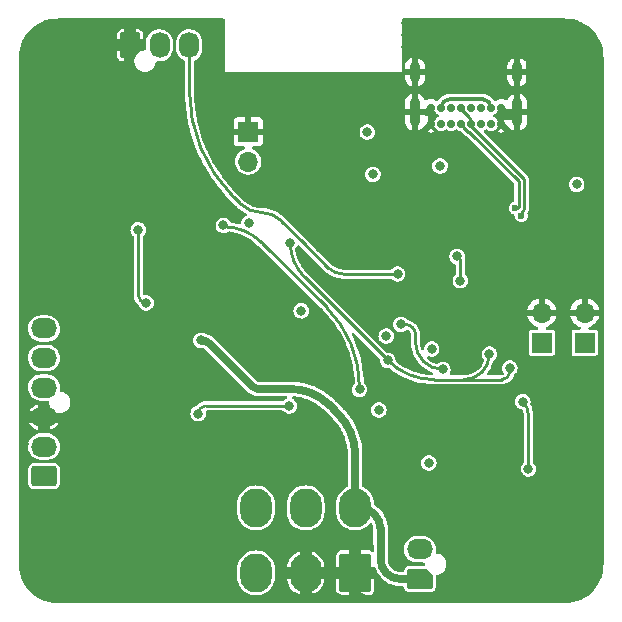
<source format=gbr>
%TF.GenerationSoftware,KiCad,Pcbnew,(6.0.2)*%
%TF.CreationDate,2022-07-13T14:29:07+01:00*%
%TF.ProjectId,Actuators Board,41637475-6174-46f7-9273-20426f617264,rev?*%
%TF.SameCoordinates,Original*%
%TF.FileFunction,Copper,L4,Bot*%
%TF.FilePolarity,Positive*%
%FSLAX46Y46*%
G04 Gerber Fmt 4.6, Leading zero omitted, Abs format (unit mm)*
G04 Created by KiCad (PCBNEW (6.0.2)) date 2022-07-13 14:29:07*
%MOMM*%
%LPD*%
G01*
G04 APERTURE LIST*
G04 Aperture macros list*
%AMRoundRect*
0 Rectangle with rounded corners*
0 $1 Rounding radius*
0 $2 $3 $4 $5 $6 $7 $8 $9 X,Y pos of 4 corners*
0 Add a 4 corners polygon primitive as box body*
4,1,4,$2,$3,$4,$5,$6,$7,$8,$9,$2,$3,0*
0 Add four circle primitives for the rounded corners*
1,1,$1+$1,$2,$3*
1,1,$1+$1,$4,$5*
1,1,$1+$1,$6,$7*
1,1,$1+$1,$8,$9*
0 Add four rect primitives between the rounded corners*
20,1,$1+$1,$2,$3,$4,$5,0*
20,1,$1+$1,$4,$5,$6,$7,0*
20,1,$1+$1,$6,$7,$8,$9,0*
20,1,$1+$1,$8,$9,$2,$3,0*%
%AMFreePoly0*
4,1,23,0.945671,0.830970,1.026777,0.776777,1.080970,0.695671,1.100000,0.600000,1.100000,-0.600000,1.080970,-0.695671,1.026777,-0.776777,0.945671,-0.830970,0.850000,-0.850000,-0.450000,-0.850000,-0.545671,-0.830970,-0.626777,-0.776777,-0.626779,-0.776774,-1.026777,-0.376777,-1.080970,-0.295671,-1.100000,-0.200000,-1.100000,0.600000,-1.080970,0.695671,-1.026777,0.776777,-0.945671,0.830970,
-0.850000,0.850000,0.850000,0.850000,0.945671,0.830970,0.945671,0.830970,$1*%
G04 Aperture macros list end*
%TA.AperFunction,ComponentPad*%
%ADD10R,1.700000X1.700000*%
%TD*%
%TA.AperFunction,ComponentPad*%
%ADD11O,1.700000X1.700000*%
%TD*%
%TA.AperFunction,ComponentPad*%
%ADD12C,5.600000*%
%TD*%
%TA.AperFunction,ComponentPad*%
%ADD13RoundRect,0.250000X0.850000X0.600000X-0.850000X0.600000X-0.850000X-0.600000X0.850000X-0.600000X0*%
%TD*%
%TA.AperFunction,ComponentPad*%
%ADD14O,2.200000X1.700000*%
%TD*%
%TA.AperFunction,ComponentPad*%
%ADD15RoundRect,0.250001X1.099999X1.399999X-1.099999X1.399999X-1.099999X-1.399999X1.099999X-1.399999X0*%
%TD*%
%TA.AperFunction,ComponentPad*%
%ADD16O,2.700000X3.300000*%
%TD*%
%TA.AperFunction,ComponentPad*%
%ADD17C,0.700000*%
%TD*%
%TA.AperFunction,ComponentPad*%
%ADD18O,0.900000X1.700000*%
%TD*%
%TA.AperFunction,ComponentPad*%
%ADD19O,0.900000X2.400000*%
%TD*%
%TA.AperFunction,ComponentPad*%
%ADD20FreePoly0,90.000000*%
%TD*%
%TA.AperFunction,ComponentPad*%
%ADD21O,1.700000X2.200000*%
%TD*%
%TA.AperFunction,ComponentPad*%
%ADD22FreePoly0,180.000000*%
%TD*%
%TA.AperFunction,ViaPad*%
%ADD23C,0.800000*%
%TD*%
%TA.AperFunction,ViaPad*%
%ADD24C,0.600000*%
%TD*%
%TA.AperFunction,Conductor*%
%ADD25C,0.500000*%
%TD*%
%TA.AperFunction,Conductor*%
%ADD26C,0.350000*%
%TD*%
%TA.AperFunction,Conductor*%
%ADD27C,0.250000*%
%TD*%
%TA.AperFunction,Conductor*%
%ADD28C,0.261112*%
%TD*%
%TA.AperFunction,Conductor*%
%ADD29C,0.700000*%
%TD*%
G04 APERTURE END LIST*
D10*
%TO.P,J6,1,Pin_1*%
%TO.N,GND*%
X74670000Y-39830000D03*
D11*
%TO.P,J6,2,Pin_2*%
%TO.N,/SSRGPIO*%
X74670000Y-42370000D03*
%TD*%
D12*
%TO.P,H1,1,1*%
%TO.N,GND*%
X58500000Y-76500000D03*
%TD*%
D13*
%TO.P,J5,1,Pin_1*%
%TO.N,/Motor+*%
X57370000Y-69000000D03*
D14*
%TO.P,J5,2,Pin_2*%
%TO.N,/Motor-*%
X57370000Y-66500000D03*
%TO.P,J5,3,Pin_3*%
%TO.N,GND*%
X57370000Y-64000000D03*
%TO.P,J5,4,Pin_4*%
%TO.N,+3V3*%
X57370000Y-61500000D03*
%TO.P,J5,5,Pin_5*%
%TO.N,/Hall1*%
X57370000Y-59000000D03*
%TO.P,J5,6,Pin_6*%
%TO.N,/Hall2*%
X57370000Y-56500000D03*
%TD*%
D15*
%TO.P,J1,1,Pin_1*%
%TO.N,GND*%
X83725000Y-77190000D03*
D16*
%TO.P,J1,2,Pin_2*%
X79525000Y-77190000D03*
%TO.P,J1,3,Pin_3*%
%TO.N,Net-(J1-Pad3)*%
X75325000Y-77190000D03*
%TO.P,J1,4,Pin_4*%
%TO.N,+24V*%
X83725000Y-71690000D03*
%TO.P,J1,5,Pin_5*%
%TO.N,/CAN_HIGH*%
X79525000Y-71690000D03*
%TO.P,J1,6,Pin_6*%
%TO.N,/CAN_LOW*%
X75325000Y-71690000D03*
%TD*%
D17*
%TO.P,J3,A1,GND*%
%TO.N,GND*%
X96085000Y-39165000D03*
%TO.P,J3,A4,VBUS*%
%TO.N,VBUS*%
X95235000Y-39165000D03*
%TO.P,J3,A5,CC1*%
%TO.N,Net-(J3-PadA5)*%
X94385000Y-39165000D03*
%TO.P,J3,A6,D+*%
%TO.N,/USB -> UART/Data+*%
X93535000Y-39165000D03*
%TO.P,J3,A7,D-*%
%TO.N,/USB -> UART/Data-*%
X92685000Y-39165000D03*
%TO.P,J3,A8,SBU1*%
%TO.N,unconnected-(J3-PadA8)*%
X91835000Y-39165000D03*
%TO.P,J3,A9,VBUS*%
%TO.N,VBUS*%
X90985000Y-39165000D03*
%TO.P,J3,A12,GND*%
%TO.N,GND*%
X90135000Y-39165000D03*
%TO.P,J3,B1,GND*%
X90135000Y-37815000D03*
%TO.P,J3,B4,VBUS*%
%TO.N,VBUS*%
X90985000Y-37815000D03*
%TO.P,J3,B5,CC2*%
%TO.N,Net-(J3-PadB5)*%
X91835000Y-37815000D03*
%TO.P,J3,B6,D+*%
%TO.N,/USB -> UART/Data+*%
X92685000Y-37815000D03*
%TO.P,J3,B7,D-*%
%TO.N,/USB -> UART/Data-*%
X93535000Y-37815000D03*
%TO.P,J3,B8,SBU2*%
%TO.N,unconnected-(J3-PadB8)*%
X94385000Y-37815000D03*
%TO.P,J3,B9,VBUS*%
%TO.N,VBUS*%
X95235000Y-37815000D03*
%TO.P,J3,B12,GND*%
%TO.N,GND*%
X96085000Y-37815000D03*
D18*
%TO.P,J3,S1,SHIELD*%
X97435000Y-34805000D03*
D19*
X97435000Y-38185000D03*
X88785000Y-38185000D03*
D18*
X88785000Y-34805000D03*
%TD*%
D12*
%TO.P,H2,1,1*%
%TO.N,GND*%
X101500000Y-33500000D03*
%TD*%
D10*
%TO.P,BOOTJUMPER1,1,Pin_1*%
%TO.N,Net-(BOOTJUMPER1-Pad1)*%
X103150000Y-57700000D03*
D11*
%TO.P,BOOTJUMPER1,2,Pin_2*%
%TO.N,GND*%
X103150000Y-55160000D03*
%TD*%
D10*
%TO.P,ENJUMPER1,1,Pin_1*%
%TO.N,Net-(C1-Pad1)*%
X99530855Y-57700000D03*
D11*
%TO.P,ENJUMPER1,2,Pin_2*%
%TO.N,GND*%
X99530855Y-55160000D03*
%TD*%
D20*
%TO.P,J4,1,Pin_1*%
%TO.N,GND*%
X64675000Y-32525000D03*
D21*
%TO.P,J4,2,Pin_2*%
%TO.N,+6V*%
X67175000Y-32525000D03*
%TO.P,J4,3,Pin_3*%
%TO.N,/ServoPWM*%
X69675000Y-32525000D03*
%TD*%
D12*
%TO.P,H3,1,1*%
%TO.N,GND*%
X101500000Y-76500000D03*
%TD*%
%TO.P,H4,1,1*%
%TO.N,GND*%
X58500000Y-33500000D03*
%TD*%
D22*
%TO.P,J2,1,Pin_1*%
%TO.N,+24V*%
X89200000Y-77700000D03*
D14*
%TO.P,J2,2,Pin_2*%
%TO.N,/SolGND*%
X89200000Y-75200000D03*
%TD*%
D23*
%TO.N,GND*%
X70550000Y-52125000D03*
X80225000Y-36250000D03*
X83230000Y-60530000D03*
X76321000Y-79342000D03*
X75620000Y-60550000D03*
X73390000Y-70240000D03*
X98048000Y-79351000D03*
X84525000Y-50750000D03*
X102400000Y-53350000D03*
X104349000Y-42366000D03*
X55651000Y-66263000D03*
X100700000Y-72400000D03*
X81875000Y-50725000D03*
X79910000Y-39360000D03*
X84550000Y-45850000D03*
X100530000Y-60430000D03*
X69700000Y-68860000D03*
X81900000Y-48325000D03*
X93075000Y-69075000D03*
X77747559Y-42182067D03*
X81875000Y-45850000D03*
X74000000Y-61760000D03*
X62970000Y-70250000D03*
X87810000Y-57590000D03*
X81275000Y-35200000D03*
X96650000Y-53050000D03*
X79760000Y-43575869D03*
X63580000Y-67540000D03*
X94150000Y-62880000D03*
X88790000Y-43970000D03*
X104353000Y-70233000D03*
X79880713Y-40383011D03*
X93184000Y-30652000D03*
X88060000Y-31650000D03*
X80000000Y-67300000D03*
X95175000Y-30655000D03*
X82890000Y-62670000D03*
X84500000Y-48325000D03*
X81600000Y-72870000D03*
X59900000Y-70980000D03*
X99980000Y-40850000D03*
X77747559Y-41382564D03*
X70550000Y-50925000D03*
X65200000Y-63450000D03*
X81300000Y-66490000D03*
X55654000Y-62281000D03*
X81140000Y-61220000D03*
X94875000Y-68825000D03*
X70361000Y-79346000D03*
X97130000Y-48580000D03*
X84525000Y-49625000D03*
X83225000Y-50750000D03*
X62702000Y-79344000D03*
X69330000Y-52100000D03*
X104347000Y-41377000D03*
X75150000Y-35250000D03*
X73480000Y-43840000D03*
X104358000Y-72220000D03*
X80225000Y-37275000D03*
X80625000Y-55075000D03*
X77600000Y-67300000D03*
X81900000Y-49650000D03*
X66550000Y-50975000D03*
X67750000Y-72050000D03*
X87325000Y-35200000D03*
X68990000Y-70270000D03*
X65685000Y-79343000D03*
X79755383Y-42776016D03*
X80750000Y-48325000D03*
X72300000Y-64620000D03*
X85650000Y-49625000D03*
X95030000Y-55530000D03*
X84475000Y-47000000D03*
X93256000Y-79343000D03*
X82275000Y-35175000D03*
X65669000Y-76831000D03*
X91325000Y-41375000D03*
X84293000Y-79342000D03*
X74100000Y-35225000D03*
X75278000Y-53043000D03*
X75384000Y-69404000D03*
X89300000Y-71300000D03*
X55653000Y-64278000D03*
X71440000Y-69820000D03*
X55650000Y-58300000D03*
X96425000Y-69850000D03*
X90267000Y-79343000D03*
X72250000Y-35250000D03*
X85300000Y-35200000D03*
X87420000Y-67470000D03*
X83200000Y-47000000D03*
X83275000Y-35200000D03*
X79755383Y-41975092D03*
X86300000Y-35200000D03*
X77751753Y-42982386D03*
X81875000Y-47000000D03*
X89197000Y-30654000D03*
X73050000Y-35225000D03*
X104344000Y-40379000D03*
X86279000Y-79347000D03*
X76150000Y-35225000D03*
X97400000Y-72000000D03*
X101590000Y-59340000D03*
X72260000Y-67170000D03*
X67910000Y-52150000D03*
X88060000Y-30650000D03*
X78321000Y-79342000D03*
X88280000Y-79348000D03*
X103475000Y-63100000D03*
X97172000Y-30655000D03*
X72280000Y-33250000D03*
X84250000Y-35200000D03*
X77225000Y-38000000D03*
X81460000Y-56970000D03*
X55649000Y-60294000D03*
X80775000Y-46975000D03*
X66550000Y-52150000D03*
X87680000Y-53030000D03*
X76370000Y-55220000D03*
X55656000Y-70251000D03*
X55651000Y-55315000D03*
X68250000Y-67610000D03*
X80775000Y-49650000D03*
X80225000Y-38300000D03*
X77751753Y-43782386D03*
X77250000Y-36725000D03*
X85780000Y-55060000D03*
X63920000Y-71630000D03*
X91188000Y-30657000D03*
X83225000Y-45875000D03*
X79755026Y-41174018D03*
X89000000Y-64400000D03*
X76200000Y-59220000D03*
X77452000Y-72944000D03*
X77227000Y-51797000D03*
X80225000Y-35225000D03*
X86675000Y-72275000D03*
X73380000Y-73150000D03*
X87475000Y-68775000D03*
X55654000Y-72236000D03*
X69375000Y-65400000D03*
X72280000Y-34250000D03*
X104344000Y-43368000D03*
X88060000Y-32650000D03*
X104350000Y-38374000D03*
X72850000Y-42190000D03*
X101450000Y-47650000D03*
X85675000Y-48325000D03*
X69310000Y-50910000D03*
X72280000Y-32230000D03*
X74333000Y-79338000D03*
X73530000Y-67150000D03*
X93260000Y-62170000D03*
X72280000Y-31230000D03*
X87420000Y-44480000D03*
X86640000Y-61840000D03*
X80308000Y-79337000D03*
X89000000Y-61800000D03*
X102580000Y-42030000D03*
X91170000Y-62120000D03*
X67900000Y-50970000D03*
X85650000Y-47000000D03*
X80220000Y-69460000D03*
X91110000Y-44500000D03*
X70810000Y-73260000D03*
X82306000Y-79347000D03*
X83200000Y-48325000D03*
X72348000Y-79341000D03*
X59570000Y-57530000D03*
X77250000Y-39275000D03*
X83225000Y-49650000D03*
X55656000Y-68250000D03*
%TO.N,Net-(C16-Pad1)*%
X65352039Y-48144518D03*
X66015000Y-54342519D03*
D24*
%TO.N,/USB -> UART/Data-*%
X97280000Y-46300000D03*
%TO.N,/USB -> UART/Data+*%
X97780000Y-46940000D03*
D23*
%TO.N,/SolEN*%
X98390000Y-68380000D03*
X97920000Y-62700000D03*
%TO.N,/ServoPWM*%
X87310000Y-51890000D03*
%TO.N,/RTS*%
X92350000Y-50400000D03*
X92625000Y-52445229D03*
%TO.N,/ES1GPIO*%
X84090000Y-61660000D03*
X72560000Y-47760000D03*
%TO.N,/EN*%
X78225000Y-49225000D03*
X96810855Y-59860000D03*
X95090000Y-58675229D03*
X86475000Y-59200000D03*
%TO.N,/CAN-BUS/Vref*%
X70425000Y-63700000D03*
X78150000Y-63050000D03*
%TO.N,/BOOT*%
X87590000Y-56160000D03*
X91150000Y-59969742D03*
%TO.N,+3V3*%
X74720000Y-47590000D03*
X79150000Y-55000000D03*
X89950000Y-67900000D03*
X85720000Y-63410000D03*
X85225000Y-43450000D03*
X90200000Y-58250000D03*
X90900000Y-42750000D03*
X102475000Y-44300000D03*
X86350000Y-57140000D03*
X84750000Y-39875000D03*
%TO.N,+24V*%
X70668226Y-57499904D03*
%TD*%
D25*
%TO.N,GND*%
X97005000Y-38615000D02*
X97435000Y-38185000D01*
X90135000Y-38465000D02*
X90135000Y-39165000D01*
X90135000Y-37815000D02*
X90135000Y-38465000D01*
X90135000Y-38465000D02*
X89855000Y-38185000D01*
X96085000Y-37815000D02*
X96085000Y-38615000D01*
X89855000Y-38185000D02*
X88785000Y-38185000D01*
X96085000Y-38615000D02*
X97005000Y-38615000D01*
X96085000Y-38615000D02*
X96085000Y-39165000D01*
D26*
%TO.N,VBUS*%
X91711350Y-37088650D02*
X94508650Y-37088650D01*
X95235000Y-37815000D02*
G75*
G03*
X94508650Y-37088650I-726350J0D01*
G01*
X91711350Y-37088650D02*
G75*
G03*
X90985000Y-37815000I0J-726350D01*
G01*
D27*
%TO.N,Net-(C16-Pad1)*%
X65352039Y-48144518D02*
X65352039Y-53679558D01*
X66015000Y-54342519D02*
G75*
G02*
X65352039Y-53679558I1J662962D01*
G01*
D28*
%TO.N,/USB -> UART/Data-*%
X93253306Y-39845067D02*
X92854933Y-39446694D01*
X97575688Y-46175993D02*
X97451681Y-46300000D01*
X92854933Y-39446694D02*
X92854933Y-39334933D01*
X93365067Y-39845067D02*
X93253306Y-39845067D01*
X97451681Y-46300000D02*
X97280000Y-46300000D01*
X92854933Y-39334933D02*
X92685000Y-39165000D01*
X97575688Y-44055688D02*
X93365067Y-39845067D01*
X97575688Y-44055688D02*
X97575688Y-46175993D01*
%TO.N,/USB -> UART/Data+*%
X97780000Y-46691050D02*
X97780000Y-46940000D01*
D27*
X92685000Y-37883548D02*
X93229917Y-38428465D01*
D28*
X98040000Y-43863363D02*
X93535000Y-39358363D01*
X97910067Y-46560983D02*
X97780000Y-46691050D01*
X97910067Y-46498252D02*
X97910067Y-46560983D01*
X98040000Y-43863363D02*
X98040000Y-46368319D01*
X98040000Y-46368319D02*
X97910067Y-46498252D01*
D27*
X93534999Y-39165000D02*
G75*
G03*
X93229916Y-38428466I-1041617J0D01*
G01*
%TO.N,/SolEN*%
X98390000Y-63834680D02*
X98390000Y-68380000D01*
X98390000Y-63834680D02*
G75*
G03*
X97920000Y-62700000I-1604681J-1D01*
G01*
%TO.N,/ServoPWM*%
X87310000Y-51890000D02*
X82710000Y-51890000D01*
X79290000Y-49210000D02*
X81446741Y-51366741D01*
X73440000Y-45400000D02*
X73956324Y-45916324D01*
X69675000Y-32525000D02*
X69675000Y-36310486D01*
X77438822Y-47358823D02*
X79290000Y-49210000D01*
X73440000Y-45400000D02*
G75*
G02*
X69675000Y-36310486I9089521J9089517D01*
G01*
X77438822Y-47358823D02*
G75*
G03*
X75800000Y-46680000I-1638821J-1638817D01*
G01*
X82710000Y-51890000D02*
G75*
G02*
X81446741Y-51366741I2J1786522D01*
G01*
X75800000Y-46680000D02*
G75*
G02*
X73956324Y-45916324I1J2607353D01*
G01*
%TO.N,/RTS*%
X92625000Y-52445229D02*
X92625000Y-50675000D01*
X92350000Y-50400000D02*
G75*
G02*
X92625000Y-50675000I-1J-275001D01*
G01*
%TO.N,/ES1GPIO*%
X81300000Y-54720000D02*
X75814716Y-49234716D01*
X72520000Y-47870000D02*
X72520000Y-47856568D01*
X84090000Y-61660000D02*
X84090000Y-61455655D01*
X72520000Y-47870001D02*
G75*
G02*
X75814715Y-49234717I0J-4659432D01*
G01*
X72560000Y-47760000D02*
G75*
G03*
X72520000Y-47856568I96572J-96570D01*
G01*
X81300000Y-54720000D02*
G75*
G02*
X84090000Y-61455655I-6735651J-6735654D01*
G01*
%TO.N,/EN*%
X96810855Y-59860000D02*
X96810855Y-60164145D01*
X90410720Y-60830229D02*
X96144771Y-60830229D01*
X86475000Y-59200000D02*
X79444760Y-52169760D01*
X92935000Y-60830229D02*
G75*
G03*
X95090000Y-58675229I0J2155000D01*
G01*
X96144771Y-60830229D02*
G75*
G03*
X96810855Y-60164145I2J666082D01*
G01*
X86475000Y-59200000D02*
G75*
G03*
X90410720Y-60830229I3935717J3935712D01*
G01*
X78225000Y-49225000D02*
G75*
G03*
X79444760Y-52169760I4164525J3D01*
G01*
%TO.N,/CAN-BUS/Vref*%
X71075000Y-63050000D02*
X78150000Y-63050000D01*
X71075000Y-63050000D02*
G75*
G03*
X70425000Y-63700000I1J-650001D01*
G01*
%TO.N,/BOOT*%
X88825000Y-57644742D02*
X88825000Y-57035000D01*
X87590000Y-56160000D02*
X87950000Y-56160000D01*
X91150000Y-59969742D02*
G75*
G02*
X88825000Y-57644742I1J2325001D01*
G01*
X88825000Y-57035000D02*
G75*
G03*
X87950000Y-56160000I-875001J-1D01*
G01*
D29*
%TO.N,+24V*%
X83725000Y-71690000D02*
X83725000Y-67225609D01*
X87522591Y-77700000D02*
X89200000Y-77700000D01*
X75470000Y-61600000D02*
X78152842Y-61600000D01*
D27*
X70912901Y-57744579D02*
X70668226Y-57499904D01*
D29*
X85875000Y-73500000D02*
X85875000Y-76052409D01*
X82275000Y-63725000D02*
X81562204Y-63012204D01*
X75009081Y-61409081D02*
X71405147Y-57805147D01*
X81562204Y-63012204D02*
G75*
G03*
X78152842Y-61600000I-3409363J-3409365D01*
G01*
X82275000Y-63725000D02*
G75*
G02*
X83725000Y-67225609I-3500611J-3500610D01*
G01*
X85875000Y-73500000D02*
G75*
G03*
X84025000Y-71650000I-1849998J2D01*
G01*
X75009081Y-61409081D02*
G75*
G03*
X75470000Y-61600000I460917J460914D01*
G01*
X87522591Y-77700000D02*
G75*
G02*
X85875000Y-76052409I-1J1647590D01*
G01*
X70668226Y-57499905D02*
G75*
G02*
X71405146Y-57805148I1J-1042160D01*
G01*
%TD*%
%TA.AperFunction,Conductor*%
%TO.N,GND*%
G36*
X72617121Y-30274002D02*
G01*
X72663614Y-30327658D01*
X72675000Y-30380000D01*
X72675000Y-34800000D01*
X87672052Y-34800000D01*
X87672052Y-34532885D01*
X87935000Y-34532885D01*
X87939475Y-34548124D01*
X87940865Y-34549329D01*
X87948548Y-34551000D01*
X88512885Y-34551000D01*
X88528124Y-34546525D01*
X88529329Y-34545135D01*
X88531000Y-34537452D01*
X88531000Y-34532885D01*
X89039000Y-34532885D01*
X89043475Y-34548124D01*
X89044865Y-34549329D01*
X89052548Y-34551000D01*
X89616885Y-34551000D01*
X89632124Y-34546525D01*
X89633329Y-34545135D01*
X89635000Y-34537452D01*
X89635000Y-34532885D01*
X96585000Y-34532885D01*
X96589475Y-34548124D01*
X96590865Y-34549329D01*
X96598548Y-34551000D01*
X97162885Y-34551000D01*
X97178124Y-34546525D01*
X97179329Y-34545135D01*
X97181000Y-34537452D01*
X97181000Y-33611412D01*
X97177027Y-33597881D01*
X97168702Y-33596684D01*
X97126826Y-33608218D01*
X97114215Y-33613211D01*
X96962924Y-33692978D01*
X96951666Y-33700571D01*
X96821038Y-33810961D01*
X96811676Y-33820792D01*
X96707797Y-33956660D01*
X96700771Y-33968262D01*
X96628485Y-34123282D01*
X96624117Y-34136110D01*
X96586445Y-34304649D01*
X96585073Y-34314537D01*
X96585000Y-34317139D01*
X96585000Y-34532885D01*
X89635000Y-34532885D01*
X89635000Y-34362280D01*
X89634631Y-34355466D01*
X89620804Y-34228184D01*
X89617890Y-34214932D01*
X89563338Y-34052833D01*
X89557645Y-34040511D01*
X89469559Y-33893913D01*
X89461351Y-33883099D01*
X89343839Y-33758834D01*
X89333508Y-33750042D01*
X89192043Y-33653901D01*
X89180074Y-33647537D01*
X89055820Y-33597839D01*
X89041782Y-33596502D01*
X89039000Y-33601324D01*
X89039000Y-34532885D01*
X88531000Y-34532885D01*
X88531000Y-33611412D01*
X88527027Y-33597881D01*
X88518702Y-33596684D01*
X88476826Y-33608218D01*
X88464215Y-33613211D01*
X88312924Y-33692978D01*
X88301666Y-33700571D01*
X88171038Y-33810961D01*
X88161676Y-33820792D01*
X88057797Y-33956660D01*
X88050771Y-33968262D01*
X87978485Y-34123282D01*
X87974117Y-34136110D01*
X87936445Y-34304649D01*
X87935073Y-34314537D01*
X87935000Y-34317139D01*
X87935000Y-34532885D01*
X87672052Y-34532885D01*
X87672052Y-30380000D01*
X87692054Y-30311879D01*
X87745710Y-30265386D01*
X87798052Y-30254000D01*
X98150000Y-30254000D01*
X98150000Y-33892294D01*
X98104109Y-33873617D01*
X98091014Y-33861594D01*
X97993839Y-33758834D01*
X97983508Y-33750042D01*
X97842043Y-33653901D01*
X97830074Y-33647537D01*
X97705820Y-33597839D01*
X97691782Y-33596502D01*
X97689000Y-33601324D01*
X97689000Y-34532885D01*
X97693475Y-34548124D01*
X97694865Y-34549329D01*
X97702548Y-34551000D01*
X98150000Y-34551000D01*
X98150000Y-35059000D01*
X97707115Y-35059000D01*
X97691876Y-35063475D01*
X97690671Y-35064865D01*
X97689000Y-35072548D01*
X97689000Y-35998588D01*
X97692973Y-36012119D01*
X97701298Y-36013316D01*
X97743174Y-36001782D01*
X97755785Y-35996789D01*
X97907076Y-35917022D01*
X97918334Y-35909429D01*
X98048962Y-35799039D01*
X98058324Y-35789208D01*
X98150000Y-35669301D01*
X98150000Y-36750000D01*
X104746000Y-36750000D01*
X104746000Y-73300000D01*
X101601279Y-73300000D01*
X101525893Y-73295257D01*
X101518862Y-73295208D01*
X101420882Y-73300000D01*
X98050000Y-73300000D01*
X98050000Y-79746000D01*
X61880000Y-79746000D01*
X61880000Y-77553036D01*
X73720500Y-77553036D01*
X73720693Y-77555484D01*
X73720693Y-77555493D01*
X73723491Y-77591043D01*
X73735354Y-77741775D01*
X73736508Y-77746582D01*
X73736509Y-77746588D01*
X73754198Y-77820267D01*
X73794312Y-77987351D01*
X73796205Y-77991922D01*
X73796206Y-77991924D01*
X73867150Y-78163197D01*
X73890960Y-78220680D01*
X74022919Y-78436017D01*
X74186939Y-78628061D01*
X74378983Y-78792081D01*
X74594320Y-78924040D01*
X74598890Y-78925933D01*
X74598894Y-78925935D01*
X74787713Y-79004146D01*
X74827649Y-79020688D01*
X74853245Y-79026833D01*
X75068412Y-79078491D01*
X75068418Y-79078492D01*
X75073225Y-79079646D01*
X75325000Y-79099461D01*
X75576775Y-79079646D01*
X75581582Y-79078492D01*
X75581588Y-79078491D01*
X75796755Y-79026833D01*
X75822351Y-79020688D01*
X75862287Y-79004146D01*
X76051106Y-78925935D01*
X76051110Y-78925933D01*
X76055680Y-78924040D01*
X76271017Y-78792081D01*
X76463061Y-78628061D01*
X76627081Y-78436017D01*
X76759040Y-78220680D01*
X76782851Y-78163197D01*
X76853794Y-77991924D01*
X76853795Y-77991922D01*
X76855688Y-77987351D01*
X76895802Y-77820267D01*
X76913491Y-77746588D01*
X76913492Y-77746582D01*
X76914646Y-77741775D01*
X76926509Y-77591043D01*
X76929307Y-77555493D01*
X76929307Y-77555484D01*
X76929500Y-77553036D01*
X76929500Y-76826964D01*
X76928656Y-76816230D01*
X76915034Y-76643159D01*
X76914646Y-76638225D01*
X76913492Y-76633418D01*
X76913491Y-76633412D01*
X76862053Y-76419160D01*
X76855688Y-76392649D01*
X76853794Y-76388076D01*
X76760935Y-76163894D01*
X76760933Y-76163890D01*
X76759040Y-76159320D01*
X76627081Y-75943983D01*
X76463061Y-75751939D01*
X76271017Y-75587919D01*
X76055680Y-75455960D01*
X76051110Y-75454067D01*
X76051106Y-75454065D01*
X75826924Y-75361206D01*
X75826922Y-75361205D01*
X75822351Y-75359312D01*
X75727429Y-75336523D01*
X75581588Y-75301509D01*
X75581582Y-75301508D01*
X75576775Y-75300354D01*
X75325000Y-75280539D01*
X75073225Y-75300354D01*
X75068418Y-75301508D01*
X75068412Y-75301509D01*
X74922571Y-75336523D01*
X74827649Y-75359312D01*
X74823078Y-75361205D01*
X74823076Y-75361206D01*
X74598894Y-75454065D01*
X74598890Y-75454067D01*
X74594320Y-75455960D01*
X74378983Y-75587919D01*
X74186939Y-75751939D01*
X74022919Y-75943983D01*
X73890960Y-76159320D01*
X73889067Y-76163890D01*
X73889065Y-76163894D01*
X73796206Y-76388076D01*
X73794312Y-76392649D01*
X73787947Y-76419160D01*
X73736509Y-76633412D01*
X73736508Y-76633418D01*
X73735354Y-76638225D01*
X73734966Y-76643159D01*
X73721345Y-76816230D01*
X73720500Y-76826964D01*
X73720500Y-77553036D01*
X61880000Y-77553036D01*
X61880000Y-73330000D01*
X58950358Y-73330000D01*
X58882950Y-73318114D01*
X58875979Y-73317283D01*
X58525893Y-73295257D01*
X58518862Y-73295208D01*
X58168489Y-73312344D01*
X58161511Y-73313078D01*
X58057030Y-73330000D01*
X55254000Y-73330000D01*
X55254000Y-72053036D01*
X73720500Y-72053036D01*
X73735354Y-72241775D01*
X73736508Y-72246582D01*
X73736509Y-72246588D01*
X73762298Y-72354004D01*
X73794312Y-72487351D01*
X73890960Y-72720680D01*
X74022919Y-72936017D01*
X74186939Y-73128061D01*
X74378983Y-73292081D01*
X74594320Y-73424040D01*
X74598890Y-73425933D01*
X74598894Y-73425935D01*
X74823076Y-73518794D01*
X74827649Y-73520688D01*
X74872401Y-73531432D01*
X75068412Y-73578491D01*
X75068418Y-73578492D01*
X75073225Y-73579646D01*
X75325000Y-73599461D01*
X75576775Y-73579646D01*
X75581582Y-73578492D01*
X75581588Y-73578491D01*
X75777599Y-73531432D01*
X75822351Y-73520688D01*
X75826924Y-73518794D01*
X76051106Y-73425935D01*
X76051110Y-73425933D01*
X76055680Y-73424040D01*
X76271017Y-73292081D01*
X76463061Y-73128061D01*
X76627081Y-72936017D01*
X76759040Y-72720680D01*
X76855688Y-72487351D01*
X76887702Y-72354004D01*
X76913491Y-72246588D01*
X76913492Y-72246582D01*
X76914646Y-72241775D01*
X76929500Y-72053036D01*
X77920500Y-72053036D01*
X77935354Y-72241775D01*
X77936508Y-72246582D01*
X77936509Y-72246588D01*
X77962298Y-72354004D01*
X77994312Y-72487351D01*
X78090960Y-72720680D01*
X78222919Y-72936017D01*
X78386939Y-73128061D01*
X78578983Y-73292081D01*
X78794320Y-73424040D01*
X78798890Y-73425933D01*
X78798894Y-73425935D01*
X79023076Y-73518794D01*
X79027649Y-73520688D01*
X79072401Y-73531432D01*
X79268412Y-73578491D01*
X79268418Y-73578492D01*
X79273225Y-73579646D01*
X79525000Y-73599461D01*
X79776775Y-73579646D01*
X79781582Y-73578492D01*
X79781588Y-73578491D01*
X79977599Y-73531432D01*
X80022351Y-73520688D01*
X80026924Y-73518794D01*
X80251106Y-73425935D01*
X80251110Y-73425933D01*
X80255680Y-73424040D01*
X80471017Y-73292081D01*
X80663061Y-73128061D01*
X80827081Y-72936017D01*
X80959040Y-72720680D01*
X81055688Y-72487351D01*
X81087702Y-72354004D01*
X81113491Y-72246588D01*
X81113492Y-72246582D01*
X81114646Y-72241775D01*
X81129500Y-72053036D01*
X81129500Y-71326964D01*
X81114646Y-71138225D01*
X81113492Y-71133418D01*
X81113491Y-71133412D01*
X81056843Y-70897461D01*
X81055688Y-70892649D01*
X80959040Y-70659320D01*
X80827081Y-70443983D01*
X80663061Y-70251939D01*
X80471017Y-70087919D01*
X80255680Y-69955960D01*
X80251110Y-69954067D01*
X80251106Y-69954065D01*
X80026924Y-69861206D01*
X80026922Y-69861205D01*
X80022351Y-69859312D01*
X79926750Y-69836360D01*
X79781588Y-69801509D01*
X79781582Y-69801508D01*
X79776775Y-69800354D01*
X79525000Y-69780539D01*
X79273225Y-69800354D01*
X79268418Y-69801508D01*
X79268412Y-69801509D01*
X79123250Y-69836360D01*
X79027649Y-69859312D01*
X79023078Y-69861205D01*
X79023076Y-69861206D01*
X78798894Y-69954065D01*
X78798890Y-69954067D01*
X78794320Y-69955960D01*
X78578983Y-70087919D01*
X78386939Y-70251939D01*
X78222919Y-70443983D01*
X78090960Y-70659320D01*
X77994312Y-70892649D01*
X77993157Y-70897461D01*
X77936509Y-71133412D01*
X77936508Y-71133418D01*
X77935354Y-71138225D01*
X77920500Y-71326964D01*
X77920500Y-72053036D01*
X76929500Y-72053036D01*
X76929500Y-71326964D01*
X76914646Y-71138225D01*
X76913492Y-71133418D01*
X76913491Y-71133412D01*
X76856843Y-70897461D01*
X76855688Y-70892649D01*
X76759040Y-70659320D01*
X76627081Y-70443983D01*
X76463061Y-70251939D01*
X76271017Y-70087919D01*
X76055680Y-69955960D01*
X76051110Y-69954067D01*
X76051106Y-69954065D01*
X75826924Y-69861206D01*
X75826922Y-69861205D01*
X75822351Y-69859312D01*
X75726750Y-69836360D01*
X75581588Y-69801509D01*
X75581582Y-69801508D01*
X75576775Y-69800354D01*
X75325000Y-69780539D01*
X75073225Y-69800354D01*
X75068418Y-69801508D01*
X75068412Y-69801509D01*
X74923250Y-69836360D01*
X74827649Y-69859312D01*
X74823078Y-69861205D01*
X74823076Y-69861206D01*
X74598894Y-69954065D01*
X74598890Y-69954067D01*
X74594320Y-69955960D01*
X74378983Y-70087919D01*
X74186939Y-70251939D01*
X74022919Y-70443983D01*
X73890960Y-70659320D01*
X73794312Y-70892649D01*
X73793157Y-70897461D01*
X73736509Y-71133412D01*
X73736508Y-71133418D01*
X73735354Y-71138225D01*
X73720500Y-71326964D01*
X73720500Y-72053036D01*
X55254000Y-72053036D01*
X55254000Y-69647756D01*
X56015500Y-69647756D01*
X56022202Y-69709448D01*
X56072929Y-69844764D01*
X56078309Y-69851943D01*
X56078311Y-69851946D01*
X56105051Y-69887625D01*
X56159596Y-69960404D01*
X56166776Y-69965785D01*
X56268054Y-70041689D01*
X56268057Y-70041691D01*
X56275236Y-70047071D01*
X56364954Y-70080704D01*
X56403157Y-70095026D01*
X56403159Y-70095026D01*
X56410552Y-70097798D01*
X56418402Y-70098651D01*
X56418403Y-70098651D01*
X56468847Y-70104131D01*
X56472244Y-70104500D01*
X58267756Y-70104500D01*
X58271153Y-70104131D01*
X58321597Y-70098651D01*
X58321598Y-70098651D01*
X58329448Y-70097798D01*
X58336841Y-70095026D01*
X58336843Y-70095026D01*
X58375046Y-70080704D01*
X58464764Y-70047071D01*
X58471943Y-70041691D01*
X58471946Y-70041689D01*
X58573224Y-69965785D01*
X58580404Y-69960404D01*
X58634949Y-69887625D01*
X58661689Y-69851946D01*
X58661691Y-69851943D01*
X58667071Y-69844764D01*
X58717798Y-69709448D01*
X58724500Y-69647756D01*
X58724500Y-68352244D01*
X58717798Y-68290552D01*
X58667071Y-68155236D01*
X58661691Y-68148057D01*
X58661689Y-68148054D01*
X58585785Y-68046776D01*
X58580404Y-68039596D01*
X58559977Y-68024287D01*
X58471946Y-67958311D01*
X58471943Y-67958309D01*
X58464764Y-67952929D01*
X58360405Y-67913807D01*
X58336843Y-67904974D01*
X58336841Y-67904974D01*
X58329448Y-67902202D01*
X58321598Y-67901349D01*
X58321597Y-67901349D01*
X58271153Y-67895869D01*
X58271152Y-67895869D01*
X58267756Y-67895500D01*
X56472244Y-67895500D01*
X56468848Y-67895869D01*
X56468847Y-67895869D01*
X56418403Y-67901349D01*
X56418402Y-67901349D01*
X56410552Y-67902202D01*
X56403159Y-67904974D01*
X56403157Y-67904974D01*
X56379595Y-67913807D01*
X56275236Y-67952929D01*
X56268057Y-67958309D01*
X56268054Y-67958311D01*
X56180023Y-68024287D01*
X56159596Y-68039596D01*
X56154215Y-68046776D01*
X56078311Y-68148054D01*
X56078309Y-68148057D01*
X56072929Y-68155236D01*
X56022202Y-68290552D01*
X56015500Y-68352244D01*
X56015500Y-69647756D01*
X55254000Y-69647756D01*
X55254000Y-65310000D01*
X55530000Y-65310000D01*
X56867255Y-65310000D01*
X56863538Y-65370480D01*
X56821562Y-65427739D01*
X56780517Y-65448536D01*
X56713722Y-65468132D01*
X56707958Y-65469823D01*
X56702619Y-65472573D01*
X56525921Y-65563578D01*
X56525918Y-65563580D01*
X56520590Y-65566324D01*
X56515875Y-65570028D01*
X56359568Y-65692808D01*
X56359564Y-65692812D01*
X56354851Y-65696514D01*
X56350920Y-65701044D01*
X56350919Y-65701045D01*
X56220650Y-65851165D01*
X56220646Y-65851170D01*
X56216719Y-65855696D01*
X56111181Y-66038126D01*
X56042043Y-66237222D01*
X56041183Y-66243155D01*
X56041182Y-66243158D01*
X56024476Y-66358380D01*
X56011801Y-66445800D01*
X56021545Y-66656333D01*
X56022949Y-66662158D01*
X56054216Y-66791896D01*
X56070924Y-66861226D01*
X56158157Y-67053084D01*
X56280096Y-67224986D01*
X56389194Y-67329424D01*
X56420809Y-67359689D01*
X56432340Y-67370728D01*
X56437375Y-67373979D01*
X56604360Y-67481800D01*
X56604363Y-67481801D01*
X56609397Y-67485052D01*
X56804878Y-67563834D01*
X56927688Y-67587817D01*
X57007283Y-67603361D01*
X57007286Y-67603361D01*
X57011729Y-67604229D01*
X57017270Y-67604500D01*
X57672659Y-67604500D01*
X57829806Y-67589507D01*
X58032042Y-67530177D01*
X58115304Y-67487294D01*
X58214079Y-67436422D01*
X58214082Y-67436420D01*
X58219410Y-67433676D01*
X58295408Y-67373979D01*
X58380432Y-67307192D01*
X58380436Y-67307188D01*
X58385149Y-67303486D01*
X58389081Y-67298955D01*
X58519350Y-67148835D01*
X58519354Y-67148830D01*
X58523281Y-67144304D01*
X58628819Y-66961874D01*
X58697957Y-66762778D01*
X58728199Y-66554200D01*
X58718455Y-66343667D01*
X58694233Y-66243158D01*
X58670482Y-66144607D01*
X58670481Y-66144605D01*
X58669076Y-66138774D01*
X58581843Y-65946916D01*
X58459904Y-65775014D01*
X58307660Y-65629272D01*
X58205918Y-65563578D01*
X58135640Y-65518200D01*
X58135637Y-65518199D01*
X58130603Y-65514948D01*
X58106763Y-65505340D01*
X57947323Y-65441083D01*
X57891617Y-65397067D01*
X57868551Y-65329922D01*
X57873433Y-65310000D01*
X59960000Y-65310000D01*
X59960000Y-63693096D01*
X69765729Y-63693096D01*
X69769541Y-63727624D01*
X69782037Y-63840805D01*
X69783113Y-63850553D01*
X69785723Y-63857684D01*
X69785723Y-63857686D01*
X69822854Y-63959151D01*
X69837553Y-63999319D01*
X69841789Y-64005622D01*
X69841789Y-64005623D01*
X69917699Y-64118588D01*
X69925908Y-64130805D01*
X69931527Y-64135918D01*
X69931528Y-64135919D01*
X69982751Y-64182528D01*
X70043076Y-64237419D01*
X70182293Y-64313008D01*
X70335522Y-64353207D01*
X70419477Y-64354526D01*
X70486319Y-64355576D01*
X70486322Y-64355576D01*
X70493916Y-64355695D01*
X70648332Y-64320329D01*
X70745190Y-64271615D01*
X70783072Y-64252563D01*
X70783075Y-64252561D01*
X70789855Y-64249151D01*
X70795626Y-64244222D01*
X70795629Y-64244220D01*
X70904536Y-64151204D01*
X70904536Y-64151203D01*
X70910314Y-64146269D01*
X71002755Y-64017624D01*
X71061842Y-63870641D01*
X71071915Y-63799860D01*
X71083581Y-63717891D01*
X71083581Y-63717888D01*
X71084162Y-63713807D01*
X71084247Y-63705695D01*
X71084264Y-63704134D01*
X71084264Y-63704128D01*
X71084307Y-63700000D01*
X71080922Y-63672024D01*
X71068653Y-63570637D01*
X71080326Y-63500606D01*
X71128008Y-63448004D01*
X71193740Y-63429500D01*
X77550141Y-63429500D01*
X77618262Y-63449502D01*
X77645522Y-63473169D01*
X77646672Y-63474501D01*
X77650908Y-63480805D01*
X77656525Y-63485916D01*
X77746390Y-63567686D01*
X77768076Y-63587419D01*
X77907293Y-63663008D01*
X78060522Y-63703207D01*
X78144477Y-63704526D01*
X78211319Y-63705576D01*
X78211322Y-63705576D01*
X78218916Y-63705695D01*
X78373332Y-63670329D01*
X78455566Y-63628970D01*
X78508072Y-63602563D01*
X78508075Y-63602561D01*
X78514855Y-63599151D01*
X78520626Y-63594222D01*
X78520629Y-63594220D01*
X78629536Y-63501204D01*
X78629536Y-63501203D01*
X78635314Y-63496269D01*
X78727755Y-63367624D01*
X78786842Y-63220641D01*
X78795516Y-63159689D01*
X78808581Y-63067891D01*
X78808581Y-63067888D01*
X78809162Y-63063807D01*
X78809307Y-63050000D01*
X78790276Y-62892733D01*
X78734280Y-62744546D01*
X78706506Y-62704134D01*
X78648855Y-62620251D01*
X78648854Y-62620249D01*
X78644553Y-62613992D01*
X78635836Y-62606225D01*
X78573036Y-62550273D01*
X78526275Y-62508611D01*
X78427968Y-62456560D01*
X78377125Y-62407007D01*
X78361144Y-62337833D01*
X78385098Y-62270999D01*
X78441383Y-62227726D01*
X78492423Y-62219326D01*
X78514890Y-62220307D01*
X78525836Y-62221265D01*
X78879685Y-62267850D01*
X78890494Y-62269757D01*
X79197568Y-62337833D01*
X79238927Y-62347002D01*
X79249544Y-62349847D01*
X79589920Y-62457167D01*
X79600234Y-62460920D01*
X79929984Y-62597507D01*
X79939919Y-62602140D01*
X80256503Y-62766944D01*
X80266010Y-62772433D01*
X80302256Y-62795524D01*
X80567007Y-62964189D01*
X80576011Y-62970493D01*
X80661019Y-63035722D01*
X80851278Y-63181712D01*
X80859161Y-63187761D01*
X80867578Y-63194825D01*
X81038320Y-63351281D01*
X81104676Y-63412085D01*
X81119514Y-63428278D01*
X81126041Y-63436785D01*
X81126044Y-63436788D01*
X81131070Y-63443338D01*
X81137620Y-63448364D01*
X81137621Y-63448365D01*
X81156225Y-63462640D01*
X81168616Y-63473508D01*
X81813696Y-64118588D01*
X81824563Y-64130978D01*
X81843866Y-64156134D01*
X81850416Y-64161160D01*
X81850419Y-64161163D01*
X81858926Y-64167690D01*
X81875119Y-64182528D01*
X82099988Y-64427930D01*
X82107053Y-64436350D01*
X82331164Y-64728416D01*
X82337469Y-64737420D01*
X82502147Y-64995912D01*
X82535278Y-65047918D01*
X82540773Y-65057437D01*
X82616353Y-65202623D01*
X82710760Y-65383978D01*
X82715402Y-65393931D01*
X82839201Y-65692808D01*
X82856294Y-65734074D01*
X82860050Y-65744396D01*
X82896781Y-65860889D01*
X82970756Y-66095507D01*
X82973599Y-66106118D01*
X83053284Y-66465553D01*
X83055191Y-66476366D01*
X83103244Y-66841367D01*
X83104202Y-66852317D01*
X83118720Y-67184843D01*
X83117762Y-67206785D01*
X83116362Y-67217419D01*
X83115284Y-67225609D01*
X83116362Y-67233797D01*
X83119422Y-67257040D01*
X83120500Y-67273486D01*
X83120500Y-69819504D01*
X83100498Y-69887625D01*
X83042718Y-69935913D01*
X82998894Y-69954065D01*
X82998890Y-69954067D01*
X82994320Y-69955960D01*
X82778983Y-70087919D01*
X82586939Y-70251939D01*
X82422919Y-70443983D01*
X82290960Y-70659320D01*
X82194312Y-70892649D01*
X82193157Y-70897461D01*
X82136509Y-71133412D01*
X82136508Y-71133418D01*
X82135354Y-71138225D01*
X82120500Y-71326964D01*
X82120500Y-72053036D01*
X82135354Y-72241775D01*
X82136508Y-72246582D01*
X82136509Y-72246588D01*
X82162298Y-72354004D01*
X82194312Y-72487351D01*
X82290960Y-72720680D01*
X82422919Y-72936017D01*
X82586939Y-73128061D01*
X82778983Y-73292081D01*
X82994320Y-73424040D01*
X82998890Y-73425933D01*
X82998894Y-73425935D01*
X83223076Y-73518794D01*
X83227649Y-73520688D01*
X83272401Y-73531432D01*
X83468412Y-73578491D01*
X83468418Y-73578492D01*
X83473225Y-73579646D01*
X83725000Y-73599461D01*
X83976775Y-73579646D01*
X83981582Y-73578492D01*
X83981588Y-73578491D01*
X84177599Y-73531432D01*
X84222351Y-73520688D01*
X84226924Y-73518794D01*
X84451106Y-73425935D01*
X84451110Y-73425933D01*
X84455680Y-73424040D01*
X84671017Y-73292081D01*
X84863061Y-73128061D01*
X84966461Y-73006994D01*
X85025908Y-72968188D01*
X85096902Y-72967680D01*
X85156901Y-73005636D01*
X85178677Y-73040607D01*
X85205749Y-73105964D01*
X85211855Y-73124755D01*
X85252851Y-73295517D01*
X85255944Y-73315045D01*
X85264672Y-73425935D01*
X85267510Y-73462000D01*
X85266819Y-73488337D01*
X85266362Y-73491807D01*
X85266362Y-73491812D01*
X85265284Y-73499999D01*
X85266362Y-73508187D01*
X85269422Y-73531430D01*
X85270500Y-73547876D01*
X85270500Y-74790000D01*
X77440000Y-74790000D01*
X77440000Y-79360000D01*
X85970000Y-79360000D01*
X85970000Y-77684756D01*
X86026449Y-77741205D01*
X86240919Y-77909231D01*
X86244183Y-77911204D01*
X86470818Y-78048210D01*
X86470822Y-78048212D01*
X86474079Y-78050181D01*
X86598304Y-78106090D01*
X86719053Y-78160436D01*
X86719059Y-78160438D01*
X86722529Y-78162000D01*
X86982645Y-78243055D01*
X87250636Y-78292166D01*
X87254428Y-78292395D01*
X87254433Y-78292396D01*
X87502698Y-78307413D01*
X87511533Y-78308261D01*
X87514397Y-78308638D01*
X87514403Y-78308638D01*
X87522591Y-78309716D01*
X87530779Y-78308638D01*
X87554022Y-78305578D01*
X87570468Y-78304500D01*
X87728022Y-78304500D01*
X87796143Y-78324502D01*
X87842636Y-78378158D01*
X87851601Y-78405917D01*
X87860005Y-78448168D01*
X87862372Y-78453883D01*
X87862374Y-78453889D01*
X87886724Y-78512675D01*
X87898750Y-78541708D01*
X87902188Y-78546853D01*
X87902191Y-78546859D01*
X87950566Y-78619257D01*
X87950569Y-78619261D01*
X87954005Y-78624403D01*
X88025597Y-78695995D01*
X88030739Y-78699431D01*
X88030743Y-78699434D01*
X88103141Y-78747809D01*
X88103147Y-78747812D01*
X88108292Y-78751250D01*
X88201832Y-78789995D01*
X88274753Y-78804500D01*
X88299377Y-78809398D01*
X88374219Y-78809398D01*
X88374624Y-78809442D01*
X88374624Y-78809486D01*
X90025376Y-78809486D01*
X90025376Y-78809441D01*
X90025676Y-78809398D01*
X90100624Y-78809398D01*
X90125248Y-78804500D01*
X90198169Y-78789995D01*
X90203886Y-78787627D01*
X90203889Y-78787626D01*
X90285986Y-78753620D01*
X90291708Y-78751250D01*
X90296853Y-78747812D01*
X90296859Y-78747809D01*
X90369257Y-78699434D01*
X90369261Y-78699431D01*
X90374403Y-78695995D01*
X90445995Y-78624403D01*
X90449431Y-78619261D01*
X90449434Y-78619257D01*
X90497809Y-78546859D01*
X90497812Y-78546853D01*
X90501250Y-78541708D01*
X90513276Y-78512675D01*
X90537626Y-78453889D01*
X90537628Y-78453883D01*
X90539995Y-78448168D01*
X90559398Y-78350623D01*
X90559398Y-78275781D01*
X90559442Y-78275376D01*
X90559486Y-78275376D01*
X90559486Y-77524624D01*
X90559441Y-77524624D01*
X90559398Y-77524324D01*
X90559398Y-77470895D01*
X90579400Y-77402774D01*
X90633056Y-77356281D01*
X90672227Y-77345585D01*
X90722529Y-77340298D01*
X90722531Y-77340298D01*
X90729092Y-77339608D01*
X90909920Y-77280853D01*
X91074580Y-77185786D01*
X91100006Y-77162893D01*
X91210966Y-77062984D01*
X91210967Y-77062983D01*
X91215877Y-77058562D01*
X91306138Y-76934329D01*
X91323754Y-76910083D01*
X91323755Y-76910082D01*
X91327635Y-76904741D01*
X91348316Y-76858292D01*
X91402284Y-76737076D01*
X91402284Y-76737075D01*
X91404969Y-76731045D01*
X91427286Y-76626054D01*
X91443128Y-76551524D01*
X91443128Y-76551520D01*
X91444500Y-76545067D01*
X91444500Y-76354933D01*
X91440836Y-76337692D01*
X91408867Y-76187294D01*
X91404969Y-76168955D01*
X91400679Y-76159320D01*
X91330320Y-76001289D01*
X91330319Y-76001287D01*
X91327635Y-75995259D01*
X91293445Y-75948200D01*
X91276578Y-75924986D01*
X91215877Y-75841438D01*
X91116478Y-75751939D01*
X91079488Y-75718633D01*
X91079487Y-75718632D01*
X91074580Y-75714214D01*
X90909920Y-75619147D01*
X90729092Y-75560392D01*
X90722531Y-75559702D01*
X90722529Y-75559702D01*
X90647365Y-75551802D01*
X90581708Y-75524788D01*
X90541079Y-75466567D01*
X90535840Y-75408412D01*
X90557338Y-75260140D01*
X90557338Y-75260137D01*
X90558199Y-75254200D01*
X90548455Y-75043667D01*
X90524233Y-74943158D01*
X90500482Y-74844607D01*
X90500481Y-74844605D01*
X90499076Y-74838774D01*
X90483571Y-74804671D01*
X90414323Y-74652371D01*
X90411843Y-74646916D01*
X90289904Y-74475014D01*
X90137660Y-74329272D01*
X90035918Y-74263578D01*
X89965640Y-74218200D01*
X89965637Y-74218199D01*
X89960603Y-74214948D01*
X89765122Y-74136166D01*
X89630739Y-74109923D01*
X89562717Y-74096639D01*
X89562714Y-74096639D01*
X89558271Y-74095771D01*
X89552730Y-74095500D01*
X88897341Y-74095500D01*
X88740194Y-74110493D01*
X88537958Y-74169823D01*
X88532619Y-74172573D01*
X88355921Y-74263578D01*
X88355918Y-74263580D01*
X88350590Y-74266324D01*
X88345875Y-74270028D01*
X88189568Y-74392808D01*
X88189564Y-74392812D01*
X88184851Y-74396514D01*
X88180920Y-74401044D01*
X88180919Y-74401045D01*
X88050650Y-74551165D01*
X88050646Y-74551170D01*
X88046719Y-74555696D01*
X87941181Y-74738126D01*
X87872043Y-74937222D01*
X87871183Y-74943155D01*
X87871182Y-74943158D01*
X87851607Y-75078165D01*
X87841801Y-75145800D01*
X87851545Y-75356333D01*
X87852949Y-75362158D01*
X87891707Y-75522979D01*
X87900924Y-75561226D01*
X87903406Y-75566684D01*
X87903407Y-75566688D01*
X87952444Y-75674538D01*
X87988157Y-75753084D01*
X88110096Y-75924986D01*
X88262340Y-76070728D01*
X88267375Y-76073979D01*
X88434360Y-76181800D01*
X88434363Y-76181801D01*
X88439397Y-76185052D01*
X88634878Y-76263834D01*
X88769099Y-76290045D01*
X88837283Y-76303361D01*
X88837286Y-76303361D01*
X88841729Y-76304229D01*
X88847270Y-76304500D01*
X89502659Y-76304500D01*
X89503805Y-76304391D01*
X89572498Y-76321054D01*
X89621492Y-76372435D01*
X89635500Y-76430174D01*
X89635500Y-76464514D01*
X89615498Y-76532635D01*
X89561842Y-76579128D01*
X89509500Y-76590514D01*
X88374624Y-76590514D01*
X88374624Y-76590559D01*
X88374324Y-76590602D01*
X88299377Y-76590602D01*
X88201832Y-76610005D01*
X88196117Y-76612372D01*
X88196111Y-76612374D01*
X88140860Y-76635260D01*
X88108292Y-76648750D01*
X88103147Y-76652188D01*
X88103141Y-76652191D01*
X88030743Y-76700566D01*
X88030739Y-76700569D01*
X88025597Y-76704005D01*
X87954005Y-76775597D01*
X87950569Y-76780739D01*
X87950566Y-76780743D01*
X87902191Y-76853141D01*
X87902188Y-76853147D01*
X87898750Y-76858292D01*
X87860005Y-76951832D01*
X87858799Y-76957897D01*
X87858798Y-76957899D01*
X87851601Y-76994081D01*
X87818694Y-77056991D01*
X87756999Y-77092123D01*
X87728022Y-77095500D01*
X87570468Y-77095500D01*
X87554022Y-77094422D01*
X87530779Y-77091362D01*
X87522591Y-77090284D01*
X87512467Y-77091617D01*
X87485039Y-77092215D01*
X87438540Y-77088147D01*
X87352446Y-77080614D01*
X87330817Y-77076801D01*
X87176478Y-77035446D01*
X87155840Y-77027934D01*
X87083241Y-76994081D01*
X87011036Y-76960412D01*
X86992016Y-76949431D01*
X86982174Y-76942539D01*
X86876293Y-76868400D01*
X86861131Y-76857783D01*
X86844307Y-76843665D01*
X86731335Y-76730693D01*
X86717217Y-76713869D01*
X86655727Y-76626054D01*
X86625568Y-76582982D01*
X86614587Y-76563962D01*
X86547066Y-76419160D01*
X86539554Y-76398522D01*
X86498199Y-76244183D01*
X86494386Y-76222554D01*
X86482785Y-76089962D01*
X86483383Y-76062530D01*
X86483638Y-76060593D01*
X86484716Y-76052409D01*
X86480578Y-76020978D01*
X86479500Y-76004532D01*
X86479500Y-73547878D01*
X86480578Y-73531432D01*
X86483638Y-73508187D01*
X86484716Y-73500001D01*
X86483639Y-73491818D01*
X86483639Y-73490947D01*
X86483098Y-73485306D01*
X86466288Y-73207399D01*
X86466287Y-73207394D01*
X86466058Y-73203602D01*
X86430029Y-73006997D01*
X86413221Y-72915278D01*
X86413219Y-72915271D01*
X86412533Y-72911526D01*
X86324192Y-72628032D01*
X86202325Y-72357252D01*
X86135427Y-72246588D01*
X86050675Y-72106391D01*
X86050673Y-72106388D01*
X86048707Y-72103136D01*
X85865578Y-71869390D01*
X85655610Y-71659422D01*
X85421864Y-71476293D01*
X85418611Y-71474326D01*
X85418603Y-71474321D01*
X85390316Y-71457221D01*
X85342367Y-71404863D01*
X85329500Y-71349393D01*
X85329500Y-71326964D01*
X85314646Y-71138225D01*
X85313492Y-71133418D01*
X85313491Y-71133412D01*
X85256843Y-70897461D01*
X85255688Y-70892649D01*
X85159040Y-70659320D01*
X85027081Y-70443983D01*
X84863061Y-70251939D01*
X84671017Y-70087919D01*
X84455680Y-69955960D01*
X84451110Y-69954067D01*
X84451106Y-69954065D01*
X84407282Y-69935913D01*
X84352001Y-69891365D01*
X84329500Y-69819504D01*
X84329500Y-67893096D01*
X89290729Y-67893096D01*
X89308113Y-68050553D01*
X89362553Y-68199319D01*
X89366789Y-68205622D01*
X89366789Y-68205623D01*
X89378287Y-68222733D01*
X89450908Y-68330805D01*
X89456527Y-68335918D01*
X89456528Y-68335919D01*
X89489109Y-68365565D01*
X89568076Y-68437419D01*
X89707293Y-68513008D01*
X89860522Y-68553207D01*
X89944477Y-68554526D01*
X90011319Y-68555576D01*
X90011322Y-68555576D01*
X90018916Y-68555695D01*
X90173332Y-68520329D01*
X90243742Y-68484917D01*
X90308072Y-68452563D01*
X90308075Y-68452561D01*
X90314855Y-68449151D01*
X90320626Y-68444222D01*
X90320629Y-68444220D01*
X90429536Y-68351204D01*
X90429536Y-68351203D01*
X90435314Y-68346269D01*
X90527755Y-68217624D01*
X90586842Y-68070641D01*
X90592965Y-68027615D01*
X90608581Y-67917891D01*
X90608581Y-67917888D01*
X90609162Y-67913807D01*
X90609307Y-67900000D01*
X90608763Y-67895500D01*
X90591188Y-67750273D01*
X90590276Y-67742733D01*
X90534280Y-67594546D01*
X90444553Y-67463992D01*
X90326275Y-67358611D01*
X90318889Y-67354700D01*
X90192988Y-67288039D01*
X90192989Y-67288039D01*
X90186274Y-67284484D01*
X90032633Y-67245892D01*
X90025034Y-67245852D01*
X90025033Y-67245852D01*
X89959181Y-67245507D01*
X89874221Y-67245062D01*
X89866841Y-67246834D01*
X89866839Y-67246834D01*
X89727563Y-67280271D01*
X89727560Y-67280272D01*
X89720184Y-67282043D01*
X89579414Y-67354700D01*
X89460039Y-67458838D01*
X89368950Y-67588444D01*
X89311406Y-67736037D01*
X89310414Y-67743570D01*
X89310414Y-67743571D01*
X89297524Y-67841484D01*
X89290729Y-67893096D01*
X84329500Y-67893096D01*
X84329500Y-67273486D01*
X84330578Y-67257040D01*
X84333638Y-67233799D01*
X84333638Y-67233797D01*
X84334716Y-67225609D01*
X84333637Y-67217416D01*
X84333637Y-67215327D01*
X84333163Y-67209772D01*
X84332617Y-67195857D01*
X84316648Y-66789424D01*
X84313495Y-66762778D01*
X84278950Y-66470915D01*
X84265340Y-66355928D01*
X84180179Y-65927794D01*
X84158568Y-65851165D01*
X84126977Y-65739152D01*
X84061690Y-65507662D01*
X83910602Y-65098121D01*
X83727848Y-64701697D01*
X83713983Y-64676938D01*
X83515760Y-64322986D01*
X83515757Y-64322981D01*
X83514554Y-64320833D01*
X83511937Y-64316916D01*
X83273416Y-63959944D01*
X83273413Y-63959940D01*
X83272036Y-63957879D01*
X83090518Y-63727624D01*
X83003324Y-63617019D01*
X83003320Y-63617014D01*
X83001788Y-63615071D01*
X82999109Y-63612172D01*
X82805841Y-63403096D01*
X85060729Y-63403096D01*
X85066579Y-63456079D01*
X85076146Y-63542733D01*
X85078113Y-63560553D01*
X85080723Y-63567684D01*
X85080723Y-63567686D01*
X85129611Y-63701279D01*
X85132553Y-63709319D01*
X85136789Y-63715622D01*
X85136789Y-63715623D01*
X85203384Y-63814726D01*
X85220908Y-63840805D01*
X85226527Y-63845918D01*
X85226528Y-63845919D01*
X85257903Y-63874468D01*
X85338076Y-63947419D01*
X85477293Y-64023008D01*
X85630522Y-64063207D01*
X85714477Y-64064526D01*
X85781319Y-64065576D01*
X85781322Y-64065576D01*
X85788916Y-64065695D01*
X85943332Y-64030329D01*
X86019174Y-63992185D01*
X86078072Y-63962563D01*
X86078075Y-63962561D01*
X86084855Y-63959151D01*
X86090626Y-63954222D01*
X86090629Y-63954220D01*
X86199536Y-63861204D01*
X86199536Y-63861203D01*
X86205314Y-63856269D01*
X86297755Y-63727624D01*
X86356842Y-63580641D01*
X86368232Y-63500606D01*
X86378581Y-63427891D01*
X86378581Y-63427888D01*
X86379162Y-63423807D01*
X86379307Y-63410000D01*
X86376699Y-63388444D01*
X86373082Y-63358562D01*
X86360276Y-63252733D01*
X86304280Y-63104546D01*
X86266792Y-63050000D01*
X86218855Y-62980251D01*
X86218854Y-62980249D01*
X86214553Y-62973992D01*
X86206872Y-62967148D01*
X86145246Y-62912242D01*
X86096275Y-62868611D01*
X86088889Y-62864700D01*
X85962988Y-62798039D01*
X85962989Y-62798039D01*
X85956274Y-62794484D01*
X85802633Y-62755892D01*
X85795034Y-62755852D01*
X85795033Y-62755852D01*
X85729181Y-62755507D01*
X85644221Y-62755062D01*
X85636841Y-62756834D01*
X85636839Y-62756834D01*
X85497563Y-62790271D01*
X85497560Y-62790272D01*
X85490184Y-62792043D01*
X85349414Y-62864700D01*
X85230039Y-62968838D01*
X85138950Y-63098444D01*
X85136190Y-63105524D01*
X85097507Y-63204741D01*
X85081406Y-63246037D01*
X85080414Y-63253570D01*
X85080414Y-63253571D01*
X85061726Y-63395524D01*
X85060729Y-63403096D01*
X82805841Y-63403096D01*
X82716227Y-63306152D01*
X82712643Y-63301900D01*
X82711163Y-63300420D01*
X82706134Y-63293866D01*
X82680978Y-63274563D01*
X82668588Y-63263696D01*
X82097988Y-62693096D01*
X97260729Y-62693096D01*
X97265801Y-62739034D01*
X97273435Y-62808178D01*
X97278113Y-62850553D01*
X97280723Y-62857684D01*
X97280723Y-62857686D01*
X97323673Y-62975052D01*
X97332553Y-62999319D01*
X97336789Y-63005622D01*
X97336789Y-63005623D01*
X97408036Y-63111649D01*
X97420908Y-63130805D01*
X97538076Y-63237419D01*
X97677293Y-63313008D01*
X97753908Y-63333108D01*
X97823180Y-63351281D01*
X97823181Y-63351281D01*
X97830522Y-63353207D01*
X97838113Y-63353326D01*
X97840535Y-63353658D01*
X97905312Y-63382719D01*
X97939844Y-63430270D01*
X97946738Y-63446912D01*
X97952849Y-63465716D01*
X97971339Y-63542733D01*
X97993101Y-63633378D01*
X97996194Y-63652906D01*
X98007760Y-63799860D01*
X98007166Y-63814969D01*
X98007321Y-63814969D01*
X98007321Y-63824885D01*
X98005769Y-63834680D01*
X98007320Y-63844473D01*
X98007320Y-63844474D01*
X98008949Y-63854757D01*
X98010500Y-63874468D01*
X98010500Y-67785187D01*
X97990498Y-67853308D01*
X97967330Y-67880135D01*
X97900039Y-67938838D01*
X97808950Y-68068444D01*
X97751406Y-68216037D01*
X97750414Y-68223570D01*
X97750414Y-68223571D01*
X97734261Y-68346269D01*
X97730729Y-68373096D01*
X97737831Y-68437419D01*
X97746389Y-68514934D01*
X97748113Y-68530553D01*
X97750723Y-68537684D01*
X97750723Y-68537686D01*
X97757314Y-68555695D01*
X97802553Y-68679319D01*
X97890908Y-68810805D01*
X97896527Y-68815918D01*
X97896528Y-68815919D01*
X97907903Y-68826269D01*
X98008076Y-68917419D01*
X98147293Y-68993008D01*
X98300522Y-69033207D01*
X98384477Y-69034526D01*
X98451319Y-69035576D01*
X98451322Y-69035576D01*
X98458916Y-69035695D01*
X98613332Y-69000329D01*
X98683742Y-68964917D01*
X98748072Y-68932563D01*
X98748075Y-68932561D01*
X98754855Y-68929151D01*
X98760626Y-68924222D01*
X98760629Y-68924220D01*
X98869536Y-68831204D01*
X98869536Y-68831203D01*
X98875314Y-68826269D01*
X98967755Y-68697624D01*
X99026842Y-68550641D01*
X99041286Y-68449151D01*
X99048581Y-68397891D01*
X99048581Y-68397888D01*
X99049162Y-68393807D01*
X99049307Y-68380000D01*
X99030276Y-68222733D01*
X98974280Y-68074546D01*
X98894394Y-67958311D01*
X98888855Y-67950251D01*
X98888854Y-67950249D01*
X98884553Y-67943992D01*
X98811681Y-67879065D01*
X98774126Y-67818816D01*
X98769500Y-67784989D01*
X98769500Y-63874468D01*
X98771051Y-63854757D01*
X98772680Y-63844474D01*
X98772680Y-63844473D01*
X98774231Y-63834680D01*
X98772679Y-63824883D01*
X98772679Y-63824700D01*
X98771387Y-63812626D01*
X98770670Y-63799860D01*
X98760130Y-63612172D01*
X98722800Y-63392463D01*
X98661105Y-63178314D01*
X98649882Y-63151219D01*
X98577175Y-62975688D01*
X98577172Y-62975683D01*
X98575821Y-62972420D01*
X98573899Y-62968941D01*
X98568617Y-62959385D01*
X98553171Y-62890089D01*
X98556075Y-62872550D01*
X98556842Y-62870641D01*
X98560776Y-62843003D01*
X98578581Y-62717891D01*
X98578581Y-62717888D01*
X98579162Y-62713807D01*
X98579307Y-62700000D01*
X98575550Y-62668949D01*
X98569710Y-62620697D01*
X98560276Y-62542733D01*
X98504280Y-62394546D01*
X98465302Y-62337833D01*
X98418855Y-62270251D01*
X98418854Y-62270249D01*
X98414553Y-62263992D01*
X98296275Y-62158611D01*
X98288889Y-62154700D01*
X98206739Y-62111204D01*
X98156274Y-62084484D01*
X98002633Y-62045892D01*
X97995034Y-62045852D01*
X97995033Y-62045852D01*
X97929181Y-62045507D01*
X97844221Y-62045062D01*
X97836841Y-62046834D01*
X97836839Y-62046834D01*
X97697563Y-62080271D01*
X97697560Y-62080272D01*
X97690184Y-62082043D01*
X97549414Y-62154700D01*
X97430039Y-62258838D01*
X97338950Y-62388444D01*
X97321000Y-62434484D01*
X97291679Y-62509689D01*
X97281406Y-62536037D01*
X97280414Y-62543570D01*
X97280414Y-62543571D01*
X97262155Y-62682267D01*
X97260729Y-62693096D01*
X82097988Y-62693096D01*
X82023508Y-62618616D01*
X82012640Y-62606225D01*
X82011316Y-62604500D01*
X81993338Y-62581070D01*
X81986781Y-62576039D01*
X81985714Y-62574972D01*
X81980195Y-62570320D01*
X81681329Y-62294051D01*
X81681323Y-62294046D01*
X81679509Y-62292369D01*
X81666387Y-62282024D01*
X81482445Y-62137016D01*
X81344665Y-62028399D01*
X81318496Y-62010913D01*
X81241279Y-61959319D01*
X80990141Y-61791514D01*
X80618125Y-61583175D01*
X80230910Y-61404667D01*
X79830882Y-61257089D01*
X79828498Y-61256417D01*
X79828493Y-61256415D01*
X79422897Y-61142024D01*
X79422885Y-61142021D01*
X79420509Y-61141351D01*
X79418089Y-61140870D01*
X79418078Y-61140867D01*
X79099817Y-61077562D01*
X79002321Y-61058169D01*
X78789079Y-61032930D01*
X78581348Y-61008343D01*
X78581340Y-61008342D01*
X78578895Y-61008053D01*
X78169756Y-60991978D01*
X78162541Y-60991362D01*
X78161029Y-60991362D01*
X78152842Y-60990284D01*
X78144654Y-60991362D01*
X78121411Y-60994422D01*
X78104965Y-60995500D01*
X75517875Y-60995500D01*
X75501430Y-60994422D01*
X75486928Y-60992513D01*
X75426671Y-60967553D01*
X75415058Y-60958642D01*
X75402667Y-60947775D01*
X71866455Y-57411563D01*
X71855587Y-57399171D01*
X71841308Y-57380562D01*
X71841305Y-57380559D01*
X71836282Y-57374013D01*
X71829735Y-57368989D01*
X71819169Y-57360881D01*
X71812798Y-57355652D01*
X71675910Y-57235605D01*
X71675904Y-57235601D01*
X71672802Y-57232880D01*
X71669376Y-57230591D01*
X71669371Y-57230587D01*
X71523465Y-57133096D01*
X71493324Y-57112956D01*
X71489625Y-57111132D01*
X71489620Y-57111129D01*
X71335244Y-57035000D01*
X71299729Y-57017486D01*
X71293266Y-57015292D01*
X71099235Y-56949427D01*
X71099231Y-56949426D01*
X71095328Y-56948101D01*
X71000493Y-56929237D01*
X70966121Y-56917015D01*
X70904500Y-56884388D01*
X70750859Y-56845796D01*
X70743260Y-56845756D01*
X70743259Y-56845756D01*
X70677407Y-56845411D01*
X70592447Y-56844966D01*
X70585067Y-56846738D01*
X70585065Y-56846738D01*
X70445789Y-56880175D01*
X70445786Y-56880176D01*
X70438410Y-56881947D01*
X70297640Y-56954604D01*
X70178265Y-57058742D01*
X70087176Y-57188348D01*
X70071277Y-57229128D01*
X70036746Y-57317695D01*
X70029632Y-57335941D01*
X70028640Y-57343474D01*
X70028640Y-57343475D01*
X70014541Y-57450571D01*
X70008955Y-57493000D01*
X70009789Y-57500550D01*
X70024576Y-57634484D01*
X70026339Y-57650457D01*
X70028949Y-57657588D01*
X70028949Y-57657590D01*
X70064572Y-57754934D01*
X70080779Y-57799223D01*
X70085015Y-57805526D01*
X70085015Y-57805527D01*
X70153054Y-57906779D01*
X70169134Y-57930709D01*
X70174753Y-57935822D01*
X70174754Y-57935823D01*
X70212120Y-57969823D01*
X70286302Y-58037323D01*
X70425519Y-58112912D01*
X70578748Y-58153111D01*
X70659464Y-58154379D01*
X70729543Y-58155480D01*
X70729546Y-58155480D01*
X70737142Y-58155599D01*
X70783611Y-58144956D01*
X70854477Y-58149245D01*
X70871137Y-58156655D01*
X70900434Y-58172315D01*
X70920970Y-58186036D01*
X70939259Y-58201045D01*
X70948891Y-58208950D01*
X70968920Y-58229646D01*
X70968986Y-58229732D01*
X70968989Y-58229735D01*
X70974012Y-58236281D01*
X70980558Y-58241304D01*
X70980561Y-58241307D01*
X70999170Y-58255586D01*
X71011562Y-58266454D01*
X74547776Y-61802668D01*
X74558643Y-61815059D01*
X74577945Y-61840214D01*
X74584495Y-61845240D01*
X74584496Y-61845241D01*
X74595430Y-61853631D01*
X74600556Y-61857782D01*
X74725492Y-61964488D01*
X74725504Y-61964496D01*
X74729258Y-61967703D01*
X74897870Y-62071029D01*
X74902440Y-62072922D01*
X74902444Y-62072924D01*
X75075997Y-62144812D01*
X75080570Y-62146706D01*
X75134649Y-62159689D01*
X75268046Y-62191715D01*
X75268052Y-62191716D01*
X75272859Y-62192870D01*
X75361256Y-62199827D01*
X75441586Y-62206149D01*
X75448145Y-62206839D01*
X75461811Y-62208638D01*
X75461814Y-62208638D01*
X75470002Y-62209716D01*
X75478190Y-62208638D01*
X75501433Y-62205578D01*
X75517879Y-62204500D01*
X77842200Y-62204500D01*
X77910321Y-62224502D01*
X77956814Y-62278158D01*
X77966918Y-62348432D01*
X77937424Y-62413012D01*
X77899990Y-62442466D01*
X77779414Y-62504700D01*
X77660039Y-62608838D01*
X77655672Y-62615051D01*
X77655667Y-62615057D01*
X77654336Y-62616951D01*
X77653013Y-62618005D01*
X77650589Y-62620697D01*
X77650140Y-62620293D01*
X77598802Y-62661183D01*
X77551250Y-62670500D01*
X71114787Y-62670500D01*
X71095076Y-62668949D01*
X71084793Y-62667320D01*
X71084792Y-62667320D01*
X71074999Y-62665769D01*
X71065202Y-62667321D01*
X71064364Y-62667321D01*
X71059365Y-62667935D01*
X71030047Y-62670500D01*
X70895546Y-62682267D01*
X70721545Y-62728891D01*
X70661621Y-62756834D01*
X70563271Y-62802695D01*
X70563266Y-62802698D01*
X70558284Y-62805021D01*
X70553777Y-62808177D01*
X70553775Y-62808178D01*
X70415233Y-62905186D01*
X70415230Y-62905188D01*
X70410722Y-62908345D01*
X70283345Y-63035722D01*
X70283096Y-63036077D01*
X70225293Y-63074534D01*
X70217294Y-63076735D01*
X70202571Y-63080269D01*
X70202567Y-63080271D01*
X70195184Y-63082043D01*
X70188438Y-63085525D01*
X70188435Y-63085526D01*
X70119600Y-63121055D01*
X70054414Y-63154700D01*
X69935039Y-63258838D01*
X69843950Y-63388444D01*
X69786406Y-63536037D01*
X69785414Y-63543570D01*
X69785414Y-63543571D01*
X69769176Y-63666916D01*
X69765729Y-63693096D01*
X59960000Y-63693096D01*
X59960000Y-62550000D01*
X59592196Y-62550000D01*
X59583398Y-62508611D01*
X59574969Y-62468955D01*
X59570457Y-62458820D01*
X59500320Y-62301289D01*
X59500319Y-62301287D01*
X59497635Y-62295259D01*
X59471174Y-62258838D01*
X59443179Y-62220307D01*
X59385877Y-62141438D01*
X59322623Y-62084484D01*
X59249488Y-62018633D01*
X59249487Y-62018632D01*
X59244580Y-62014214D01*
X59079920Y-61919147D01*
X58899092Y-61860392D01*
X58892531Y-61859702D01*
X58892529Y-61859702D01*
X58817365Y-61851802D01*
X58751708Y-61824788D01*
X58711079Y-61766567D01*
X58705840Y-61708412D01*
X58727338Y-61560140D01*
X58727338Y-61560137D01*
X58728199Y-61554200D01*
X58718455Y-61343667D01*
X58697428Y-61256415D01*
X58670482Y-61144607D01*
X58670481Y-61144605D01*
X58669076Y-61138774D01*
X58665557Y-61131033D01*
X58602513Y-60992377D01*
X58581843Y-60946916D01*
X58459904Y-60775014D01*
X58307660Y-60629272D01*
X58205918Y-60563578D01*
X58135640Y-60518200D01*
X58135637Y-60518199D01*
X58130603Y-60514948D01*
X57935122Y-60436166D01*
X57752728Y-60400547D01*
X57732717Y-60396639D01*
X57732714Y-60396639D01*
X57728271Y-60395771D01*
X57722730Y-60395500D01*
X57067341Y-60395500D01*
X56910194Y-60410493D01*
X56904434Y-60412183D01*
X56904433Y-60412183D01*
X56776247Y-60449789D01*
X56707958Y-60469823D01*
X56702619Y-60472573D01*
X56525921Y-60563578D01*
X56525918Y-60563580D01*
X56520590Y-60566324D01*
X56515875Y-60570028D01*
X56359568Y-60692808D01*
X56359564Y-60692812D01*
X56354851Y-60696514D01*
X56350920Y-60701044D01*
X56350919Y-60701045D01*
X56220650Y-60851165D01*
X56220646Y-60851170D01*
X56216719Y-60855696D01*
X56111181Y-61038126D01*
X56042043Y-61237222D01*
X56041183Y-61243155D01*
X56041182Y-61243158D01*
X56017765Y-61404667D01*
X56011801Y-61445800D01*
X56021545Y-61656333D01*
X56034096Y-61708412D01*
X56069094Y-61853631D01*
X56070924Y-61861226D01*
X56158157Y-62053084D01*
X56236597Y-62163664D01*
X56268500Y-62208638D01*
X56280096Y-62224986D01*
X56374852Y-62315695D01*
X56407556Y-62347002D01*
X56432340Y-62370728D01*
X56437375Y-62373979D01*
X56604360Y-62481800D01*
X56604363Y-62481801D01*
X56609397Y-62485052D01*
X56614960Y-62487294D01*
X56770551Y-62550000D01*
X55530000Y-62550000D01*
X55530000Y-65310000D01*
X55254000Y-65310000D01*
X55254000Y-58945800D01*
X56011801Y-58945800D01*
X56021545Y-59156333D01*
X56022949Y-59162158D01*
X56069488Y-59355266D01*
X56070924Y-59361226D01*
X56073406Y-59366684D01*
X56073407Y-59366688D01*
X56097969Y-59420708D01*
X56158157Y-59553084D01*
X56280096Y-59724986D01*
X56432340Y-59870728D01*
X56437375Y-59873979D01*
X56604360Y-59981800D01*
X56604363Y-59981801D01*
X56609397Y-59985052D01*
X56804878Y-60063834D01*
X56921482Y-60086605D01*
X57007283Y-60103361D01*
X57007286Y-60103361D01*
X57011729Y-60104229D01*
X57017270Y-60104500D01*
X57672659Y-60104500D01*
X57829806Y-60089507D01*
X57844314Y-60085251D01*
X58026278Y-60031868D01*
X58032042Y-60030177D01*
X58115304Y-59987294D01*
X58214079Y-59936422D01*
X58214082Y-59936420D01*
X58219410Y-59933676D01*
X58280817Y-59885440D01*
X58380432Y-59807192D01*
X58380436Y-59807188D01*
X58385149Y-59803486D01*
X58389081Y-59798955D01*
X58519350Y-59648835D01*
X58519354Y-59648830D01*
X58523281Y-59644304D01*
X58628819Y-59461874D01*
X58697957Y-59262778D01*
X58700073Y-59248188D01*
X58727338Y-59060140D01*
X58727338Y-59060137D01*
X58728199Y-59054200D01*
X58718455Y-58843667D01*
X58714942Y-58829087D01*
X58670482Y-58644607D01*
X58670481Y-58644605D01*
X58669076Y-58638774D01*
X58630206Y-58553283D01*
X58584323Y-58452371D01*
X58581843Y-58446916D01*
X58459904Y-58275014D01*
X58307660Y-58129272D01*
X58197067Y-58057863D01*
X58135640Y-58018200D01*
X58135637Y-58018199D01*
X58130603Y-58014948D01*
X57935122Y-57936166D01*
X57784640Y-57906779D01*
X57732717Y-57896639D01*
X57732714Y-57896639D01*
X57728271Y-57895771D01*
X57722730Y-57895500D01*
X57067341Y-57895500D01*
X56910194Y-57910493D01*
X56904434Y-57912183D01*
X56904433Y-57912183D01*
X56822683Y-57936166D01*
X56707958Y-57969823D01*
X56702619Y-57972573D01*
X56525921Y-58063578D01*
X56525918Y-58063580D01*
X56520590Y-58066324D01*
X56496011Y-58085631D01*
X56359568Y-58192808D01*
X56359564Y-58192812D01*
X56354851Y-58196514D01*
X56350920Y-58201044D01*
X56350919Y-58201045D01*
X56220650Y-58351165D01*
X56220646Y-58351170D01*
X56216719Y-58355696D01*
X56111181Y-58538126D01*
X56042043Y-58737222D01*
X56041183Y-58743155D01*
X56041182Y-58743158D01*
X56017959Y-58903326D01*
X56011801Y-58945800D01*
X55254000Y-58945800D01*
X55254000Y-56445800D01*
X56011801Y-56445800D01*
X56021545Y-56656333D01*
X56032320Y-56701042D01*
X56068315Y-56850399D01*
X56070924Y-56861226D01*
X56073406Y-56866684D01*
X56073407Y-56866688D01*
X56100212Y-56925641D01*
X56158157Y-57053084D01*
X56280096Y-57224986D01*
X56432340Y-57370728D01*
X56437375Y-57373979D01*
X56604360Y-57481800D01*
X56604363Y-57481801D01*
X56609397Y-57485052D01*
X56804878Y-57563834D01*
X56919761Y-57586269D01*
X57007283Y-57603361D01*
X57007286Y-57603361D01*
X57011729Y-57604229D01*
X57017270Y-57604500D01*
X57672659Y-57604500D01*
X57829806Y-57589507D01*
X57840844Y-57586269D01*
X58026278Y-57531868D01*
X58032042Y-57530177D01*
X58118848Y-57485469D01*
X58214079Y-57436422D01*
X58214082Y-57436420D01*
X58219410Y-57433676D01*
X58295408Y-57373979D01*
X58380432Y-57307192D01*
X58380436Y-57307188D01*
X58385149Y-57303486D01*
X58396372Y-57290553D01*
X58519350Y-57148835D01*
X58519354Y-57148830D01*
X58523281Y-57144304D01*
X58628819Y-56961874D01*
X58697957Y-56762778D01*
X58699709Y-56750699D01*
X58727338Y-56560140D01*
X58727338Y-56560137D01*
X58728199Y-56554200D01*
X58718455Y-56343667D01*
X58716796Y-56336780D01*
X58670482Y-56144607D01*
X58670481Y-56144605D01*
X58669076Y-56138774D01*
X58581843Y-55946916D01*
X58459904Y-55775014D01*
X58307660Y-55629272D01*
X58253250Y-55594140D01*
X58135640Y-55518200D01*
X58135637Y-55518199D01*
X58130603Y-55514948D01*
X57935122Y-55436166D01*
X57800739Y-55409923D01*
X57732717Y-55396639D01*
X57732714Y-55396639D01*
X57728271Y-55395771D01*
X57722730Y-55395500D01*
X57067341Y-55395500D01*
X56910194Y-55410493D01*
X56904434Y-55412183D01*
X56904433Y-55412183D01*
X56771424Y-55451204D01*
X56707958Y-55469823D01*
X56637926Y-55505892D01*
X56525921Y-55563578D01*
X56525918Y-55563580D01*
X56520590Y-55566324D01*
X56515875Y-55570028D01*
X56359568Y-55692808D01*
X56359564Y-55692812D01*
X56354851Y-55696514D01*
X56350920Y-55701044D01*
X56350919Y-55701045D01*
X56220650Y-55851165D01*
X56220646Y-55851170D01*
X56216719Y-55855696D01*
X56111181Y-56038126D01*
X56042043Y-56237222D01*
X56041183Y-56243155D01*
X56041182Y-56243158D01*
X56026609Y-56343667D01*
X56011801Y-56445800D01*
X55254000Y-56445800D01*
X55254000Y-48137614D01*
X64692768Y-48137614D01*
X64701460Y-48216342D01*
X64708758Y-48282441D01*
X64710152Y-48295071D01*
X64712762Y-48302202D01*
X64712762Y-48302204D01*
X64760357Y-48432263D01*
X64764592Y-48443837D01*
X64852947Y-48575323D01*
X64858566Y-48580436D01*
X64858567Y-48580437D01*
X64931338Y-48646653D01*
X64968261Y-48707293D01*
X64972539Y-48739847D01*
X64972539Y-53639771D01*
X64970988Y-53659481D01*
X64967808Y-53679559D01*
X64969359Y-53689354D01*
X64969359Y-53690382D01*
X64969861Y-53694467D01*
X64984455Y-53861271D01*
X65031666Y-54037463D01*
X65033991Y-54042448D01*
X65106428Y-54197792D01*
X65106431Y-54197797D01*
X65108754Y-54202779D01*
X65111911Y-54207287D01*
X65206602Y-54342519D01*
X65213379Y-54352198D01*
X65342360Y-54481179D01*
X65346871Y-54484338D01*
X65351084Y-54487873D01*
X65349952Y-54489222D01*
X65391467Y-54543228D01*
X65399066Y-54563992D01*
X65427553Y-54641838D01*
X65431789Y-54648141D01*
X65431789Y-54648142D01*
X65463629Y-54695524D01*
X65515908Y-54773324D01*
X65521527Y-54778437D01*
X65521528Y-54778438D01*
X65532903Y-54788788D01*
X65633076Y-54879938D01*
X65772293Y-54955527D01*
X65925522Y-54995726D01*
X66009477Y-54997045D01*
X66076319Y-54998095D01*
X66076322Y-54998095D01*
X66083916Y-54998214D01*
X66106262Y-54993096D01*
X78490729Y-54993096D01*
X78508113Y-55150553D01*
X78562553Y-55299319D01*
X78566789Y-55305622D01*
X78566789Y-55305623D01*
X78638395Y-55412183D01*
X78650908Y-55430805D01*
X78656527Y-55435918D01*
X78656528Y-55435919D01*
X78746954Y-55518200D01*
X78768076Y-55537419D01*
X78907293Y-55613008D01*
X79060522Y-55653207D01*
X79144477Y-55654526D01*
X79211319Y-55655576D01*
X79211322Y-55655576D01*
X79218916Y-55655695D01*
X79373332Y-55620329D01*
X79445867Y-55583848D01*
X79508072Y-55552563D01*
X79508075Y-55552561D01*
X79514855Y-55549151D01*
X79520626Y-55544222D01*
X79520629Y-55544220D01*
X79629536Y-55451204D01*
X79629536Y-55451203D01*
X79635314Y-55446269D01*
X79727755Y-55317624D01*
X79786842Y-55170641D01*
X79809162Y-55013807D01*
X79809231Y-55007265D01*
X79809264Y-55004134D01*
X79809264Y-55004128D01*
X79809307Y-55000000D01*
X79808557Y-54993798D01*
X79796611Y-54895082D01*
X79790276Y-54842733D01*
X79734280Y-54694546D01*
X79644553Y-54563992D01*
X79526275Y-54458611D01*
X79518889Y-54454700D01*
X79392988Y-54388039D01*
X79392989Y-54388039D01*
X79386274Y-54384484D01*
X79232633Y-54345892D01*
X79225034Y-54345852D01*
X79225033Y-54345852D01*
X79159181Y-54345507D01*
X79074221Y-54345062D01*
X79066841Y-54346834D01*
X79066839Y-54346834D01*
X78927563Y-54380271D01*
X78927560Y-54380272D01*
X78920184Y-54382043D01*
X78779414Y-54454700D01*
X78660039Y-54558838D01*
X78568950Y-54688444D01*
X78540178Y-54762240D01*
X78527904Y-54793723D01*
X78511406Y-54836037D01*
X78510414Y-54843570D01*
X78510414Y-54843571D01*
X78491970Y-54983670D01*
X78490729Y-54993096D01*
X66106262Y-54993096D01*
X66238332Y-54962848D01*
X66351363Y-54906000D01*
X66373072Y-54895082D01*
X66373075Y-54895080D01*
X66379855Y-54891670D01*
X66385626Y-54886741D01*
X66385629Y-54886739D01*
X66494536Y-54793723D01*
X66494536Y-54793722D01*
X66500314Y-54788788D01*
X66592755Y-54660143D01*
X66651842Y-54513160D01*
X66674162Y-54356326D01*
X66674307Y-54342519D01*
X66655276Y-54185252D01*
X66599280Y-54037065D01*
X66592748Y-54027561D01*
X66513855Y-53912770D01*
X66513854Y-53912768D01*
X66509553Y-53906511D01*
X66391275Y-53801130D01*
X66251274Y-53727003D01*
X66097633Y-53688411D01*
X66090034Y-53688371D01*
X66090033Y-53688371D01*
X66024181Y-53688026D01*
X65939221Y-53687581D01*
X65919359Y-53692350D01*
X65886952Y-53700129D01*
X65816044Y-53696581D01*
X65758311Y-53655261D01*
X65732081Y-53589288D01*
X65731539Y-53577610D01*
X65731539Y-48739248D01*
X65751541Y-48671127D01*
X65775708Y-48643437D01*
X65831575Y-48595722D01*
X65837353Y-48590787D01*
X65929794Y-48462142D01*
X65988881Y-48315159D01*
X66011201Y-48158325D01*
X66011346Y-48144518D01*
X65992315Y-47987251D01*
X65936319Y-47839064D01*
X65872059Y-47745565D01*
X65850894Y-47714769D01*
X65850893Y-47714767D01*
X65846592Y-47708510D01*
X65728314Y-47603129D01*
X65720928Y-47599218D01*
X65625512Y-47548698D01*
X65588313Y-47529002D01*
X65434672Y-47490410D01*
X65427073Y-47490370D01*
X65427072Y-47490370D01*
X65361220Y-47490025D01*
X65276260Y-47489580D01*
X65268880Y-47491352D01*
X65268878Y-47491352D01*
X65129602Y-47524789D01*
X65129599Y-47524790D01*
X65122223Y-47526561D01*
X64981453Y-47599218D01*
X64862078Y-47703356D01*
X64770989Y-47832962D01*
X64768229Y-47840042D01*
X64737957Y-47917686D01*
X64713445Y-47980555D01*
X64712453Y-47988088D01*
X64712453Y-47988089D01*
X64702246Y-48065623D01*
X64692768Y-48137614D01*
X55254000Y-48137614D01*
X55254000Y-36750000D01*
X61980000Y-36750000D01*
X61980000Y-34210000D01*
X63350000Y-34210000D01*
X65088505Y-34210000D01*
X65130646Y-34304649D01*
X65137365Y-34319741D01*
X65141245Y-34325082D01*
X65141246Y-34325083D01*
X65177541Y-34375038D01*
X65249123Y-34473562D01*
X65254033Y-34477983D01*
X65254034Y-34477984D01*
X65376953Y-34588660D01*
X65390420Y-34600786D01*
X65555080Y-34695853D01*
X65735908Y-34754608D01*
X65742469Y-34755298D01*
X65742471Y-34755298D01*
X65795932Y-34760917D01*
X65877599Y-34769500D01*
X65972401Y-34769500D01*
X66054068Y-34760917D01*
X66107529Y-34755298D01*
X66107531Y-34755298D01*
X66114092Y-34754608D01*
X66294920Y-34695853D01*
X66459580Y-34600786D01*
X66473048Y-34588660D01*
X66595966Y-34477984D01*
X66595967Y-34477983D01*
X66600877Y-34473562D01*
X66672459Y-34375038D01*
X66708754Y-34325083D01*
X66708755Y-34325082D01*
X66712635Y-34319741D01*
X66719355Y-34304649D01*
X66787284Y-34152076D01*
X66787284Y-34152075D01*
X66789969Y-34146045D01*
X66829500Y-33960067D01*
X66832455Y-33960695D01*
X66854621Y-33907127D01*
X66912925Y-33866614D01*
X66970839Y-33861456D01*
X67114860Y-33882338D01*
X67114863Y-33882338D01*
X67120800Y-33883199D01*
X67331333Y-33873455D01*
X67337157Y-33872051D01*
X67337160Y-33872051D01*
X67530393Y-33825482D01*
X67530395Y-33825481D01*
X67536226Y-33824076D01*
X67541684Y-33821594D01*
X67541688Y-33821593D01*
X67656294Y-33769484D01*
X67728084Y-33736843D01*
X67899986Y-33614904D01*
X68045728Y-33462660D01*
X68102710Y-33374410D01*
X68156800Y-33290640D01*
X68156801Y-33290637D01*
X68160052Y-33285603D01*
X68238834Y-33090122D01*
X68279229Y-32883271D01*
X68279500Y-32877730D01*
X68279500Y-32827659D01*
X68570500Y-32827659D01*
X68585493Y-32984806D01*
X68644823Y-33187042D01*
X68647573Y-33192381D01*
X68720297Y-33333583D01*
X68741324Y-33374410D01*
X68745028Y-33379125D01*
X68867808Y-33535432D01*
X68867812Y-33535436D01*
X68871514Y-33540149D01*
X68876044Y-33544080D01*
X68876045Y-33544081D01*
X69026165Y-33674350D01*
X69026170Y-33674354D01*
X69030696Y-33678281D01*
X69213126Y-33783819D01*
X69218791Y-33785786D01*
X69221953Y-33787234D01*
X69275564Y-33833779D01*
X69295500Y-33901797D01*
X69295500Y-36270698D01*
X69293949Y-36290408D01*
X69290769Y-36310486D01*
X69291001Y-36311953D01*
X69309106Y-37003338D01*
X69363485Y-37694291D01*
X69363700Y-37695926D01*
X69363701Y-37695933D01*
X69378299Y-37806811D01*
X69453952Y-38381452D01*
X69454253Y-38383078D01*
X69454254Y-38383082D01*
X69469688Y-38466357D01*
X69580258Y-39062935D01*
X69580634Y-39064501D01*
X69580638Y-39064520D01*
X69645241Y-39333611D01*
X69742056Y-39736875D01*
X69742526Y-39738463D01*
X69742528Y-39738469D01*
X69913332Y-40315095D01*
X69938904Y-40401423D01*
X70170262Y-41054758D01*
X70170887Y-41056268D01*
X70170889Y-41056272D01*
X70281383Y-41323029D01*
X70435496Y-41695090D01*
X70733879Y-42320662D01*
X70734669Y-42322116D01*
X70734670Y-42322119D01*
X70877966Y-42586037D01*
X71064593Y-42929761D01*
X71426731Y-43520717D01*
X71427656Y-43522062D01*
X71427658Y-43522066D01*
X71539285Y-43684484D01*
X71819302Y-44091911D01*
X71820283Y-44093189D01*
X71820295Y-44093206D01*
X72227433Y-44623798D01*
X72241228Y-44641776D01*
X72691353Y-45168805D01*
X72692490Y-45170003D01*
X73142896Y-45644632D01*
X73167436Y-45670492D01*
X73168308Y-45671692D01*
X73176328Y-45677519D01*
X73184753Y-45683640D01*
X73199787Y-45696481D01*
X73659843Y-46156537D01*
X73672683Y-46171570D01*
X73684632Y-46188016D01*
X73692651Y-46193842D01*
X73694979Y-46196170D01*
X73698138Y-46198737D01*
X73900577Y-46382217D01*
X73900585Y-46382224D01*
X73902876Y-46384300D01*
X73905359Y-46386141D01*
X73905362Y-46386144D01*
X74099444Y-46530084D01*
X74138593Y-46559119D01*
X74141234Y-46560702D01*
X74141243Y-46560708D01*
X74340268Y-46679999D01*
X74390310Y-46709993D01*
X74476963Y-46750977D01*
X74529990Y-46798183D01*
X74549079Y-46866565D01*
X74528167Y-46934412D01*
X74480880Y-46976845D01*
X74349414Y-47044700D01*
X74230039Y-47148838D01*
X74138950Y-47278444D01*
X74081406Y-47426037D01*
X74080414Y-47433570D01*
X74080414Y-47433571D01*
X74061279Y-47578920D01*
X74032557Y-47643847D01*
X73973292Y-47682939D01*
X73902155Y-47683743D01*
X73699611Y-47626619D01*
X73699599Y-47626616D01*
X73697223Y-47625946D01*
X73694803Y-47625465D01*
X73694792Y-47625462D01*
X73445752Y-47575925D01*
X73308871Y-47548698D01*
X73306427Y-47548409D01*
X73306416Y-47548407D01*
X73265394Y-47543552D01*
X73249820Y-47541709D01*
X73184523Y-47513839D01*
X73151563Y-47467820D01*
X73150485Y-47468384D01*
X73146964Y-47461649D01*
X73144280Y-47454546D01*
X73120075Y-47419327D01*
X73058855Y-47330251D01*
X73058854Y-47330249D01*
X73054553Y-47323992D01*
X72936275Y-47218611D01*
X72928889Y-47214700D01*
X72802988Y-47148039D01*
X72802989Y-47148039D01*
X72796274Y-47144484D01*
X72642633Y-47105892D01*
X72635034Y-47105852D01*
X72635033Y-47105852D01*
X72569181Y-47105507D01*
X72484221Y-47105062D01*
X72476841Y-47106834D01*
X72476839Y-47106834D01*
X72337563Y-47140271D01*
X72337560Y-47140272D01*
X72330184Y-47142043D01*
X72189414Y-47214700D01*
X72070039Y-47318838D01*
X71978950Y-47448444D01*
X71959548Y-47498207D01*
X71928080Y-47578920D01*
X71921406Y-47596037D01*
X71920414Y-47603570D01*
X71920414Y-47603571D01*
X71905775Y-47714769D01*
X71900729Y-47753096D01*
X71918113Y-47910553D01*
X71920723Y-47917684D01*
X71920723Y-47917686D01*
X71961859Y-48030095D01*
X71972553Y-48059319D01*
X71976789Y-48065622D01*
X71976789Y-48065623D01*
X72041827Y-48162409D01*
X72060908Y-48190805D01*
X72178076Y-48297419D01*
X72317293Y-48373008D01*
X72470522Y-48413207D01*
X72554477Y-48414526D01*
X72621319Y-48415576D01*
X72621322Y-48415576D01*
X72628916Y-48415695D01*
X72783332Y-48380329D01*
X72924855Y-48309151D01*
X72930638Y-48304212D01*
X72933341Y-48302416D01*
X73001149Y-48281378D01*
X73019518Y-48282441D01*
X73257753Y-48313806D01*
X73268577Y-48315715D01*
X73622356Y-48394145D01*
X73632973Y-48396990D01*
X73978580Y-48505959D01*
X73988893Y-48509712D01*
X74323710Y-48648398D01*
X74333654Y-48653036D01*
X74584923Y-48783838D01*
X74655083Y-48820361D01*
X74664603Y-48825857D01*
X74970231Y-49020564D01*
X74979235Y-49026869D01*
X75266721Y-49247465D01*
X75275141Y-49254530D01*
X75519739Y-49478663D01*
X75536551Y-49497499D01*
X75543024Y-49506408D01*
X75551044Y-49512235D01*
X75559469Y-49518356D01*
X75574503Y-49531197D01*
X81003519Y-54960213D01*
X81016360Y-54975247D01*
X81022479Y-54983670D01*
X81022481Y-54983672D01*
X81028308Y-54991692D01*
X81036328Y-54997519D01*
X81039278Y-54999662D01*
X81056962Y-55015233D01*
X81184344Y-55150553D01*
X81407731Y-55387862D01*
X81412778Y-55393559D01*
X81542448Y-55549151D01*
X81750634Y-55798954D01*
X81761613Y-55812128D01*
X81766302Y-55818113D01*
X82009739Y-56148954D01*
X82089227Y-56256981D01*
X82093546Y-56263237D01*
X82207741Y-56439860D01*
X82389385Y-56720805D01*
X82393322Y-56727318D01*
X82660992Y-57201908D01*
X82664529Y-57208647D01*
X82903054Y-57698531D01*
X82906178Y-57705472D01*
X82984891Y-57895500D01*
X83111453Y-58201045D01*
X83114693Y-58208868D01*
X83117388Y-58215974D01*
X83241303Y-58575067D01*
X83295129Y-58731050D01*
X83297393Y-58738316D01*
X83443704Y-59263161D01*
X83445526Y-59270551D01*
X83559886Y-59803292D01*
X83561258Y-59810779D01*
X83643242Y-60349450D01*
X83644159Y-60357005D01*
X83689797Y-60859224D01*
X83693468Y-60899625D01*
X83693928Y-60907214D01*
X83698611Y-61062179D01*
X83698891Y-61071459D01*
X83680955Y-61140153D01*
X83655777Y-61170214D01*
X83605765Y-61213842D01*
X83605761Y-61213846D01*
X83600039Y-61218838D01*
X83508950Y-61348444D01*
X83506190Y-61355524D01*
X83470993Y-61445800D01*
X83451406Y-61496037D01*
X83450414Y-61503570D01*
X83450414Y-61503571D01*
X83440071Y-61582139D01*
X83430729Y-61653096D01*
X83436836Y-61708412D01*
X83446163Y-61792889D01*
X83448113Y-61810553D01*
X83450723Y-61817684D01*
X83450723Y-61817686D01*
X83467098Y-61862432D01*
X83502553Y-61959319D01*
X83506789Y-61965622D01*
X83506789Y-61965623D01*
X83565561Y-62053084D01*
X83590908Y-62090805D01*
X83596527Y-62095918D01*
X83596528Y-62095919D01*
X83701807Y-62191715D01*
X83708076Y-62197419D01*
X83847293Y-62273008D01*
X84000522Y-62313207D01*
X84084477Y-62314526D01*
X84151319Y-62315576D01*
X84151322Y-62315576D01*
X84158916Y-62315695D01*
X84313332Y-62280329D01*
X84415135Y-62229128D01*
X84448072Y-62212563D01*
X84448075Y-62212561D01*
X84454855Y-62209151D01*
X84460626Y-62204222D01*
X84460629Y-62204220D01*
X84569536Y-62111204D01*
X84569536Y-62111203D01*
X84575314Y-62106269D01*
X84667755Y-61977624D01*
X84726842Y-61830641D01*
X84749162Y-61673807D01*
X84749307Y-61660000D01*
X84730276Y-61502733D01*
X84674280Y-61354546D01*
X84606837Y-61256415D01*
X84588855Y-61230251D01*
X84588854Y-61230249D01*
X84584553Y-61223992D01*
X84578882Y-61218940D01*
X84578880Y-61218937D01*
X84504256Y-61152450D01*
X84466700Y-61092200D01*
X84462131Y-61062179D01*
X84455941Y-60857324D01*
X84413974Y-60395500D01*
X84401940Y-60263067D01*
X84401939Y-60263062D01*
X84401768Y-60261176D01*
X84339677Y-59853207D01*
X84311983Y-59671245D01*
X84311983Y-59671243D01*
X84311700Y-59669386D01*
X84186064Y-59084114D01*
X84172548Y-59035631D01*
X84025830Y-58509325D01*
X84025829Y-58509321D01*
X84025320Y-58507496D01*
X83830053Y-57941635D01*
X83600977Y-57388597D01*
X83593860Y-57373979D01*
X83430838Y-57039166D01*
X83419000Y-56969163D01*
X83446888Y-56903873D01*
X83505648Y-56864025D01*
X83576623Y-56862271D01*
X83633218Y-56894912D01*
X85785249Y-59046943D01*
X85819275Y-59109255D01*
X85821076Y-59152482D01*
X85815729Y-59193096D01*
X85822767Y-59256842D01*
X85830928Y-59330759D01*
X85833113Y-59350553D01*
X85835723Y-59357684D01*
X85835723Y-59357686D01*
X85880808Y-59480886D01*
X85887553Y-59499319D01*
X85891789Y-59505622D01*
X85891789Y-59505623D01*
X85926966Y-59557971D01*
X85975908Y-59630805D01*
X85981527Y-59635918D01*
X85981528Y-59635919D01*
X86079412Y-59724986D01*
X86093076Y-59737419D01*
X86232293Y-59813008D01*
X86385522Y-59853207D01*
X86466238Y-59854475D01*
X86536317Y-59855576D01*
X86536320Y-59855576D01*
X86543916Y-59855695D01*
X86551324Y-59853998D01*
X86551327Y-59853998D01*
X86553721Y-59853450D01*
X86555513Y-59853558D01*
X86558876Y-59853205D01*
X86558935Y-59853766D01*
X86624588Y-59857740D01*
X86660909Y-59878161D01*
X86774554Y-59969742D01*
X86845473Y-60026892D01*
X86847305Y-60028164D01*
X86847309Y-60028167D01*
X87036204Y-60159319D01*
X87194318Y-60269099D01*
X87559553Y-60485803D01*
X87939316Y-60675900D01*
X87941376Y-60676753D01*
X87941382Y-60676756D01*
X88054586Y-60723646D01*
X88331674Y-60838419D01*
X88734625Y-60972534D01*
X88736796Y-60973088D01*
X88736799Y-60973089D01*
X88812901Y-60992513D01*
X89146118Y-61077562D01*
X89148312Y-61077958D01*
X89148322Y-61077960D01*
X89561831Y-61152565D01*
X89561838Y-61152566D01*
X89564055Y-61152966D01*
X89566294Y-61153207D01*
X89566303Y-61153208D01*
X89984061Y-61198121D01*
X89984071Y-61198122D01*
X89986306Y-61198362D01*
X90245309Y-61207612D01*
X90395406Y-61212973D01*
X90395501Y-61212982D01*
X90395833Y-61212988D01*
X90397816Y-61213059D01*
X90397817Y-61213059D01*
X90403057Y-61213246D01*
X90410720Y-61214460D01*
X90420513Y-61212909D01*
X90420514Y-61212909D01*
X90430797Y-61211280D01*
X90450508Y-61209729D01*
X92895212Y-61209729D01*
X92914923Y-61211280D01*
X92925206Y-61212909D01*
X92925207Y-61212909D01*
X92935000Y-61214460D01*
X92942209Y-61213318D01*
X92949298Y-61212920D01*
X93002590Y-61209927D01*
X93009655Y-61209729D01*
X96104982Y-61209729D01*
X96124692Y-61211280D01*
X96144770Y-61214460D01*
X96154565Y-61212909D01*
X96155647Y-61212909D01*
X96159532Y-61212432D01*
X96179528Y-61210683D01*
X96327028Y-61197778D01*
X96332341Y-61196354D01*
X96332343Y-61196354D01*
X96493364Y-61153208D01*
X96503747Y-61150426D01*
X96508732Y-61148101D01*
X96508736Y-61148100D01*
X96664576Y-61075431D01*
X96669560Y-61073107D01*
X96762605Y-61007956D01*
X96814916Y-60971328D01*
X96814919Y-60971326D01*
X96819427Y-60968169D01*
X96948795Y-60838801D01*
X97053733Y-60688934D01*
X97081554Y-60629272D01*
X97128726Y-60528110D01*
X97128727Y-60528106D01*
X97131052Y-60523121D01*
X97132476Y-60517805D01*
X97132479Y-60517798D01*
X97147275Y-60462580D01*
X97187150Y-60399381D01*
X97290391Y-60311204D01*
X97290391Y-60311203D01*
X97296169Y-60306269D01*
X97388610Y-60177624D01*
X97447697Y-60030641D01*
X97460594Y-59940022D01*
X97469436Y-59877891D01*
X97469436Y-59877888D01*
X97470017Y-59873807D01*
X97470162Y-59860000D01*
X97469383Y-59853558D01*
X97465323Y-59820015D01*
X97451131Y-59702733D01*
X97395135Y-59554546D01*
X97367021Y-59513640D01*
X97309710Y-59430251D01*
X97309709Y-59430249D01*
X97305408Y-59423992D01*
X97187130Y-59318611D01*
X97179744Y-59314700D01*
X97089346Y-59266837D01*
X97047129Y-59244484D01*
X96893488Y-59205892D01*
X96885889Y-59205852D01*
X96885888Y-59205852D01*
X96820036Y-59205507D01*
X96735076Y-59205062D01*
X96727696Y-59206834D01*
X96727694Y-59206834D01*
X96588418Y-59240271D01*
X96588415Y-59240272D01*
X96581039Y-59242043D01*
X96440269Y-59314700D01*
X96320894Y-59418838D01*
X96229805Y-59548444D01*
X96227045Y-59555524D01*
X96175053Y-59688877D01*
X96172261Y-59696037D01*
X96171269Y-59703570D01*
X96171269Y-59703571D01*
X96152741Y-59844309D01*
X96151584Y-59853096D01*
X96160071Y-59929972D01*
X96166438Y-59987633D01*
X96168968Y-60010553D01*
X96171578Y-60017684D01*
X96171578Y-60017686D01*
X96202931Y-60103361D01*
X96223408Y-60159319D01*
X96227644Y-60165622D01*
X96227644Y-60165623D01*
X96282728Y-60247597D01*
X96304120Y-60315295D01*
X96285516Y-60383810D01*
X96232823Y-60431392D01*
X96197858Y-60442321D01*
X96174645Y-60445998D01*
X96174639Y-60445999D01*
X96154925Y-60447550D01*
X96154569Y-60447550D01*
X96144772Y-60445998D01*
X96134979Y-60447549D01*
X96134978Y-60447549D01*
X96124695Y-60449178D01*
X96104984Y-60450729D01*
X95026790Y-60450729D01*
X94958669Y-60430727D01*
X94912176Y-60377071D01*
X94902072Y-60306797D01*
X94924029Y-60251817D01*
X94927024Y-60247597D01*
X95084404Y-60025789D01*
X95203236Y-59810779D01*
X95220393Y-59779736D01*
X95220394Y-59779735D01*
X95222104Y-59776640D01*
X95227946Y-59762536D01*
X95329691Y-59516903D01*
X95329694Y-59516894D01*
X95331042Y-59513640D01*
X95392376Y-59300745D01*
X95430455Y-59240825D01*
X95443727Y-59230678D01*
X95448072Y-59227792D01*
X95454855Y-59224380D01*
X95460625Y-59219452D01*
X95460628Y-59219450D01*
X95569536Y-59126433D01*
X95569536Y-59126432D01*
X95575314Y-59121498D01*
X95667755Y-58992853D01*
X95726842Y-58845870D01*
X95735812Y-58782839D01*
X95748581Y-58693120D01*
X95748581Y-58693117D01*
X95749162Y-58689036D01*
X95749231Y-58682494D01*
X95749264Y-58679363D01*
X95749264Y-58679357D01*
X95749307Y-58675229D01*
X95730276Y-58517962D01*
X95674280Y-58369775D01*
X95606306Y-58270872D01*
X95588855Y-58245480D01*
X95588854Y-58245478D01*
X95584553Y-58239221D01*
X95466275Y-58133840D01*
X95458889Y-58129929D01*
X95362619Y-58078957D01*
X95326274Y-58059713D01*
X95172633Y-58021121D01*
X95165034Y-58021081D01*
X95165033Y-58021081D01*
X95099181Y-58020736D01*
X95014221Y-58020291D01*
X95006841Y-58022063D01*
X95006839Y-58022063D01*
X94867563Y-58055500D01*
X94867560Y-58055501D01*
X94860184Y-58057272D01*
X94719414Y-58129929D01*
X94600039Y-58234067D01*
X94508950Y-58363673D01*
X94451406Y-58511266D01*
X94450414Y-58518799D01*
X94450414Y-58518800D01*
X94431875Y-58659622D01*
X94430729Y-58668325D01*
X94433814Y-58696269D01*
X94445550Y-58802563D01*
X94448113Y-58825782D01*
X94450723Y-58832913D01*
X94450723Y-58832915D01*
X94492973Y-58948368D01*
X94502553Y-58974548D01*
X94590908Y-59106034D01*
X94594400Y-59109211D01*
X94623264Y-59172730D01*
X94616569Y-59234458D01*
X94553199Y-59404361D01*
X94545734Y-59420706D01*
X94525838Y-59457143D01*
X94432963Y-59627230D01*
X94423244Y-59642353D01*
X94282231Y-59830723D01*
X94270458Y-59844309D01*
X94104080Y-60010687D01*
X94090494Y-60022460D01*
X93902124Y-60163473D01*
X93887001Y-60173192D01*
X93680479Y-60285962D01*
X93664132Y-60293428D01*
X93513931Y-60349450D01*
X93443661Y-60375659D01*
X93426412Y-60380724D01*
X93196483Y-60430742D01*
X93178689Y-60433300D01*
X93166679Y-60434159D01*
X92969995Y-60448226D01*
X92954213Y-60447549D01*
X92944793Y-60447549D01*
X92935000Y-60445998D01*
X92920062Y-60448364D01*
X92914923Y-60449178D01*
X92895212Y-60450729D01*
X91848535Y-60450729D01*
X91780414Y-60430727D01*
X91733921Y-60377071D01*
X91723817Y-60306797D01*
X91731628Y-60277732D01*
X91775388Y-60168875D01*
X91786842Y-60140383D01*
X91801456Y-60037695D01*
X91808581Y-59987633D01*
X91808581Y-59987630D01*
X91809162Y-59983549D01*
X91809307Y-59969742D01*
X91790276Y-59812475D01*
X91734280Y-59664288D01*
X91664303Y-59562470D01*
X91648855Y-59539993D01*
X91648854Y-59539991D01*
X91644553Y-59533734D01*
X91526275Y-59428353D01*
X91518889Y-59424442D01*
X91480565Y-59404151D01*
X91386274Y-59354226D01*
X91232633Y-59315634D01*
X91225034Y-59315594D01*
X91225033Y-59315594D01*
X91159181Y-59315249D01*
X91074221Y-59314804D01*
X91066841Y-59316576D01*
X91066839Y-59316576D01*
X90927563Y-59350013D01*
X90927560Y-59350014D01*
X90920184Y-59351785D01*
X90779414Y-59424442D01*
X90773697Y-59429429D01*
X90773690Y-59429434D01*
X90714711Y-59480886D01*
X90650229Y-59510595D01*
X90591381Y-59505251D01*
X90458684Y-59460206D01*
X90413309Y-59444803D01*
X90398083Y-59438496D01*
X90291370Y-59385872D01*
X90184654Y-59333245D01*
X90170387Y-59325008D01*
X90047105Y-59242634D01*
X89972525Y-59192801D01*
X89959450Y-59182768D01*
X89841486Y-59079317D01*
X89803458Y-59019364D01*
X89803880Y-58948368D01*
X89842618Y-58888872D01*
X89907373Y-58859763D01*
X89956589Y-58865692D01*
X89957293Y-58863008D01*
X90110522Y-58903207D01*
X90194477Y-58904526D01*
X90261319Y-58905576D01*
X90261322Y-58905576D01*
X90268916Y-58905695D01*
X90423332Y-58870329D01*
X90497722Y-58832915D01*
X90558072Y-58802563D01*
X90558075Y-58802561D01*
X90564855Y-58799151D01*
X90570626Y-58794222D01*
X90570629Y-58794220D01*
X90679536Y-58701204D01*
X90679536Y-58701203D01*
X90685314Y-58696269D01*
X90777755Y-58567624D01*
X90836842Y-58420641D01*
X90859162Y-58263807D01*
X90859231Y-58257265D01*
X90859264Y-58254134D01*
X90859264Y-58254128D01*
X90859307Y-58250000D01*
X90840276Y-58092733D01*
X90784280Y-57944546D01*
X90750572Y-57895500D01*
X90698855Y-57820251D01*
X90698854Y-57820249D01*
X90694553Y-57813992D01*
X90576275Y-57708611D01*
X90568889Y-57704700D01*
X90477617Y-57656374D01*
X90436274Y-57634484D01*
X90282633Y-57595892D01*
X90275034Y-57595852D01*
X90275033Y-57595852D01*
X90209181Y-57595507D01*
X90124221Y-57595062D01*
X90116841Y-57596834D01*
X90116839Y-57596834D01*
X89977563Y-57630271D01*
X89977560Y-57630272D01*
X89970184Y-57632043D01*
X89829414Y-57704700D01*
X89710039Y-57808838D01*
X89618950Y-57938444D01*
X89613802Y-57951649D01*
X89567648Y-58070028D01*
X89561406Y-58086037D01*
X89560414Y-58093570D01*
X89560414Y-58093571D01*
X89544823Y-58211997D01*
X89516101Y-58276925D01*
X89456835Y-58316016D01*
X89385844Y-58316861D01*
X89325665Y-58279191D01*
X89300588Y-58236052D01*
X89273446Y-58156093D01*
X89269180Y-58140173D01*
X89222755Y-57906779D01*
X89220604Y-57890439D01*
X89206806Y-57679918D01*
X89207680Y-57660836D01*
X89207680Y-57654535D01*
X89209231Y-57644742D01*
X89206051Y-57624664D01*
X89204500Y-57604954D01*
X89204500Y-57074788D01*
X89206051Y-57055077D01*
X89207680Y-57044794D01*
X89207680Y-57044792D01*
X89209231Y-57035000D01*
X89207679Y-57025205D01*
X89207679Y-57023850D01*
X89207149Y-57019372D01*
X89195132Y-56866688D01*
X89192886Y-56838146D01*
X89191732Y-56833339D01*
X89191731Y-56833333D01*
X89147944Y-56650951D01*
X89146789Y-56646139D01*
X89137522Y-56623766D01*
X89073119Y-56468282D01*
X89073117Y-56468278D01*
X89071224Y-56463708D01*
X88968050Y-56295344D01*
X88964839Y-56291584D01*
X88964835Y-56291579D01*
X88843021Y-56148954D01*
X88839808Y-56145192D01*
X88815431Y-56124372D01*
X88693421Y-56020165D01*
X88693416Y-56020161D01*
X88689656Y-56016950D01*
X88521292Y-55913776D01*
X88516722Y-55911883D01*
X88516718Y-55911881D01*
X88343434Y-55840105D01*
X88343432Y-55840104D01*
X88338861Y-55838211D01*
X88175342Y-55798953D01*
X88113774Y-55763602D01*
X88100917Y-55747802D01*
X88088855Y-55730251D01*
X88088854Y-55730250D01*
X88084553Y-55723992D01*
X87966275Y-55618611D01*
X87958889Y-55614700D01*
X87862336Y-55563578D01*
X87826274Y-55544484D01*
X87672633Y-55505892D01*
X87665034Y-55505852D01*
X87665033Y-55505852D01*
X87599181Y-55505507D01*
X87514221Y-55505062D01*
X87506841Y-55506834D01*
X87506839Y-55506834D01*
X87367563Y-55540271D01*
X87367560Y-55540272D01*
X87360184Y-55542043D01*
X87219414Y-55614700D01*
X87100039Y-55718838D01*
X87008950Y-55848444D01*
X87006190Y-55855524D01*
X86961382Y-55970451D01*
X86951406Y-55996037D01*
X86950414Y-56003570D01*
X86950414Y-56003571D01*
X86931770Y-56145192D01*
X86930729Y-56153096D01*
X86931563Y-56160646D01*
X86946434Y-56295344D01*
X86948113Y-56310553D01*
X86950723Y-56317684D01*
X86950723Y-56317686D01*
X86999717Y-56451568D01*
X87002553Y-56459319D01*
X87006789Y-56465622D01*
X87006789Y-56465623D01*
X87074947Y-56567052D01*
X87090908Y-56590805D01*
X87096527Y-56595918D01*
X87096528Y-56595919D01*
X87156341Y-56650344D01*
X87208076Y-56697419D01*
X87347293Y-56773008D01*
X87500522Y-56813207D01*
X87584477Y-56814526D01*
X87651319Y-56815576D01*
X87651322Y-56815576D01*
X87658916Y-56815695D01*
X87813332Y-56780329D01*
X87883742Y-56744917D01*
X87948072Y-56712563D01*
X87948075Y-56712561D01*
X87954855Y-56709151D01*
X88054828Y-56623765D01*
X88119617Y-56594735D01*
X88189817Y-56605340D01*
X88203687Y-56612885D01*
X88246924Y-56640054D01*
X88268979Y-56657643D01*
X88327357Y-56716021D01*
X88344949Y-56738080D01*
X88388876Y-56807990D01*
X88401118Y-56833410D01*
X88428387Y-56911339D01*
X88434666Y-56938849D01*
X88441622Y-57000590D01*
X88441297Y-57015292D01*
X88442320Y-57015292D01*
X88442320Y-57025206D01*
X88440769Y-57035000D01*
X88442320Y-57044792D01*
X88443949Y-57055077D01*
X88445500Y-57074788D01*
X88445500Y-57604954D01*
X88443949Y-57624664D01*
X88440769Y-57644742D01*
X88441497Y-57649340D01*
X88458271Y-57948027D01*
X88509154Y-58247498D01*
X88593246Y-58539389D01*
X88594600Y-58542657D01*
X88594600Y-58542658D01*
X88703059Y-58804500D01*
X88709491Y-58820029D01*
X88711201Y-58823124D01*
X88711202Y-58823125D01*
X88714497Y-58829087D01*
X88856427Y-59085890D01*
X89032206Y-59333627D01*
X89234617Y-59560125D01*
X89461115Y-59762536D01*
X89708852Y-59938315D01*
X89974713Y-60085251D01*
X89977976Y-60086603D01*
X89977981Y-60086605D01*
X90251960Y-60200091D01*
X90307241Y-60244640D01*
X90329662Y-60312003D01*
X90312104Y-60380794D01*
X90260142Y-60429172D01*
X90198796Y-60442403D01*
X90112033Y-60438994D01*
X90008744Y-60434935D01*
X89998882Y-60434159D01*
X89705036Y-60399381D01*
X89604292Y-60387457D01*
X89594526Y-60385910D01*
X89239522Y-60315295D01*
X89204814Y-60308391D01*
X89195195Y-60306081D01*
X88812790Y-60198232D01*
X88803380Y-60195175D01*
X88488190Y-60078896D01*
X88430593Y-60057647D01*
X88421455Y-60053862D01*
X88386387Y-60037695D01*
X88060609Y-59887509D01*
X88051796Y-59883018D01*
X88010695Y-59860000D01*
X87769610Y-59724986D01*
X87705133Y-59688877D01*
X87696697Y-59683708D01*
X87514022Y-59561649D01*
X87366312Y-59462952D01*
X87358324Y-59457148D01*
X87225420Y-59352376D01*
X87181849Y-59318027D01*
X87140736Y-59260146D01*
X87134769Y-59213813D01*
X87134162Y-59213807D01*
X87134264Y-59204134D01*
X87134264Y-59204128D01*
X87134307Y-59200000D01*
X87132561Y-59185567D01*
X87128298Y-59150344D01*
X87115276Y-59042733D01*
X87059280Y-58894546D01*
X87042636Y-58870329D01*
X86973855Y-58770251D01*
X86973854Y-58770249D01*
X86969553Y-58763992D01*
X86851275Y-58658611D01*
X86711274Y-58584484D01*
X86557633Y-58545892D01*
X86550034Y-58545852D01*
X86550033Y-58545852D01*
X86489626Y-58545536D01*
X86408335Y-58545110D01*
X86340321Y-58524752D01*
X86319901Y-58508207D01*
X84944790Y-57133096D01*
X85690729Y-57133096D01*
X85696143Y-57182132D01*
X85701746Y-57232880D01*
X85708113Y-57290553D01*
X85710723Y-57297684D01*
X85710723Y-57297686D01*
X85759133Y-57429972D01*
X85762553Y-57439319D01*
X85766789Y-57445622D01*
X85766789Y-57445623D01*
X85846224Y-57563834D01*
X85850908Y-57570805D01*
X85856527Y-57575918D01*
X85856528Y-57575919D01*
X85962460Y-57672309D01*
X85968076Y-57677419D01*
X86107293Y-57753008D01*
X86260522Y-57793207D01*
X86344477Y-57794526D01*
X86411319Y-57795576D01*
X86411322Y-57795576D01*
X86418916Y-57795695D01*
X86573332Y-57760329D01*
X86666116Y-57713664D01*
X86708072Y-57692563D01*
X86708075Y-57692561D01*
X86714855Y-57689151D01*
X86720626Y-57684222D01*
X86720629Y-57684220D01*
X86829536Y-57591204D01*
X86829536Y-57591203D01*
X86835314Y-57586269D01*
X86927755Y-57457624D01*
X86986842Y-57310641D01*
X86999032Y-57224986D01*
X87008581Y-57157891D01*
X87008581Y-57157888D01*
X87009162Y-57153807D01*
X87009307Y-57140000D01*
X86990276Y-56982733D01*
X86934280Y-56834546D01*
X86921242Y-56815576D01*
X86848855Y-56710251D01*
X86848854Y-56710249D01*
X86844553Y-56703992D01*
X86726275Y-56598611D01*
X86718889Y-56594700D01*
X86653616Y-56560140D01*
X86586274Y-56524484D01*
X86432633Y-56485892D01*
X86425034Y-56485852D01*
X86425033Y-56485852D01*
X86359181Y-56485507D01*
X86274221Y-56485062D01*
X86266841Y-56486834D01*
X86266839Y-56486834D01*
X86127563Y-56520271D01*
X86127560Y-56520272D01*
X86120184Y-56522043D01*
X85979414Y-56594700D01*
X85860039Y-56698838D01*
X85768950Y-56828444D01*
X85748781Y-56880175D01*
X85719138Y-56956206D01*
X85711406Y-56976037D01*
X85710414Y-56983570D01*
X85710414Y-56983571D01*
X85699700Y-57064956D01*
X85690729Y-57133096D01*
X84944790Y-57133096D01*
X83238216Y-55426522D01*
X98308174Y-55426522D01*
X98350329Y-55583848D01*
X98354075Y-55594140D01*
X98441862Y-55782400D01*
X98447345Y-55791896D01*
X98566483Y-55962043D01*
X98573539Y-55970451D01*
X98720404Y-56117316D01*
X98728812Y-56124372D01*
X98898959Y-56243510D01*
X98908454Y-56248993D01*
X99096715Y-56336780D01*
X99107007Y-56340526D01*
X99134132Y-56347794D01*
X99194755Y-56384746D01*
X99225776Y-56448607D01*
X99217348Y-56519101D01*
X99172145Y-56573848D01*
X99101522Y-56595501D01*
X98655789Y-56595501D01*
X98620037Y-56602612D01*
X98593729Y-56607844D01*
X98593727Y-56607845D01*
X98581554Y-56610266D01*
X98571234Y-56617161D01*
X98571233Y-56617162D01*
X98561350Y-56623766D01*
X98497371Y-56666516D01*
X98441121Y-56750699D01*
X98426355Y-56824933D01*
X98426356Y-58575066D01*
X98433467Y-58610818D01*
X98437941Y-58633312D01*
X98441121Y-58649301D01*
X98448016Y-58659620D01*
X98448017Y-58659622D01*
X98464915Y-58684911D01*
X98497371Y-58733484D01*
X98581554Y-58789734D01*
X98655788Y-58804500D01*
X99530713Y-58804500D01*
X100405921Y-58804499D01*
X100441673Y-58797388D01*
X100467981Y-58792156D01*
X100467983Y-58792155D01*
X100480156Y-58789734D01*
X100490476Y-58782839D01*
X100490477Y-58782838D01*
X100554023Y-58740377D01*
X100564339Y-58733484D01*
X100620589Y-58649301D01*
X100635355Y-58575067D01*
X100635354Y-56824934D01*
X100628243Y-56789182D01*
X100623011Y-56762874D01*
X100623010Y-56762872D01*
X100620589Y-56750699D01*
X100564339Y-56666516D01*
X100480156Y-56610266D01*
X100405922Y-56595500D01*
X99960191Y-56595500D01*
X99892070Y-56575498D01*
X99845577Y-56521842D01*
X99835473Y-56451568D01*
X99864967Y-56386988D01*
X99927581Y-56347793D01*
X99954701Y-56340527D01*
X99964995Y-56336780D01*
X100153256Y-56248993D01*
X100162751Y-56243510D01*
X100332898Y-56124372D01*
X100341306Y-56117316D01*
X100488171Y-55970451D01*
X100495227Y-55962043D01*
X100614365Y-55791896D01*
X100619848Y-55782400D01*
X100707635Y-55594140D01*
X100711381Y-55583848D01*
X100752203Y-55431497D01*
X100752084Y-55426522D01*
X101927319Y-55426522D01*
X101969474Y-55583848D01*
X101973220Y-55594140D01*
X102061007Y-55782400D01*
X102066490Y-55791896D01*
X102185628Y-55962043D01*
X102192684Y-55970451D01*
X102339549Y-56117316D01*
X102347957Y-56124372D01*
X102518104Y-56243510D01*
X102527599Y-56248993D01*
X102715860Y-56336780D01*
X102726152Y-56340526D01*
X102753277Y-56347794D01*
X102813900Y-56384746D01*
X102844921Y-56448607D01*
X102836493Y-56519101D01*
X102791290Y-56573848D01*
X102720667Y-56595501D01*
X102274934Y-56595501D01*
X102239182Y-56602612D01*
X102212874Y-56607844D01*
X102212872Y-56607845D01*
X102200699Y-56610266D01*
X102190379Y-56617161D01*
X102190378Y-56617162D01*
X102180495Y-56623766D01*
X102116516Y-56666516D01*
X102060266Y-56750699D01*
X102045500Y-56824933D01*
X102045501Y-58575066D01*
X102052612Y-58610818D01*
X102057086Y-58633312D01*
X102060266Y-58649301D01*
X102067161Y-58659620D01*
X102067162Y-58659622D01*
X102084060Y-58684911D01*
X102116516Y-58733484D01*
X102200699Y-58789734D01*
X102274933Y-58804500D01*
X103149858Y-58804500D01*
X104025066Y-58804499D01*
X104060818Y-58797388D01*
X104087126Y-58792156D01*
X104087128Y-58792155D01*
X104099301Y-58789734D01*
X104109621Y-58782839D01*
X104109622Y-58782838D01*
X104173168Y-58740377D01*
X104183484Y-58733484D01*
X104239734Y-58649301D01*
X104254500Y-58575067D01*
X104254499Y-56824934D01*
X104247388Y-56789182D01*
X104242156Y-56762874D01*
X104242155Y-56762872D01*
X104239734Y-56750699D01*
X104183484Y-56666516D01*
X104099301Y-56610266D01*
X104025067Y-56595500D01*
X103579336Y-56595500D01*
X103511215Y-56575498D01*
X103464722Y-56521842D01*
X103454618Y-56451568D01*
X103484112Y-56386988D01*
X103546726Y-56347793D01*
X103573846Y-56340527D01*
X103584140Y-56336780D01*
X103772401Y-56248993D01*
X103781896Y-56243510D01*
X103952043Y-56124372D01*
X103960451Y-56117316D01*
X104107316Y-55970451D01*
X104114372Y-55962043D01*
X104233510Y-55791896D01*
X104238993Y-55782400D01*
X104326780Y-55594140D01*
X104330526Y-55583848D01*
X104371348Y-55431497D01*
X104371012Y-55417401D01*
X104363070Y-55414000D01*
X101942079Y-55414000D01*
X101928548Y-55417973D01*
X101927319Y-55426522D01*
X100752084Y-55426522D01*
X100751867Y-55417401D01*
X100743925Y-55414000D01*
X98322934Y-55414000D01*
X98309403Y-55417973D01*
X98308174Y-55426522D01*
X83238216Y-55426522D01*
X82700197Y-54888503D01*
X98309507Y-54888503D01*
X98309843Y-54902599D01*
X98317785Y-54906000D01*
X99258740Y-54906000D01*
X99273979Y-54901525D01*
X99275184Y-54900135D01*
X99276855Y-54892452D01*
X99276855Y-54887885D01*
X99784855Y-54887885D01*
X99789330Y-54903124D01*
X99790720Y-54904329D01*
X99798403Y-54906000D01*
X100738776Y-54906000D01*
X100752307Y-54902027D01*
X100753536Y-54893478D01*
X100752203Y-54888503D01*
X101928652Y-54888503D01*
X101928988Y-54902599D01*
X101936930Y-54906000D01*
X102877885Y-54906000D01*
X102893124Y-54901525D01*
X102894329Y-54900135D01*
X102896000Y-54892452D01*
X102896000Y-54887885D01*
X103404000Y-54887885D01*
X103408475Y-54903124D01*
X103409865Y-54904329D01*
X103417548Y-54906000D01*
X104357921Y-54906000D01*
X104371452Y-54902027D01*
X104372681Y-54893478D01*
X104330526Y-54736152D01*
X104326780Y-54725860D01*
X104238993Y-54537600D01*
X104233510Y-54528104D01*
X104114372Y-54357957D01*
X104107316Y-54349549D01*
X103960451Y-54202684D01*
X103952043Y-54195628D01*
X103781896Y-54076490D01*
X103772401Y-54071007D01*
X103584140Y-53983220D01*
X103573848Y-53979474D01*
X103421497Y-53938652D01*
X103407401Y-53938988D01*
X103404000Y-53946930D01*
X103404000Y-54887885D01*
X102896000Y-54887885D01*
X102896000Y-53952079D01*
X102892027Y-53938548D01*
X102883478Y-53937319D01*
X102726152Y-53979474D01*
X102715860Y-53983220D01*
X102527600Y-54071007D01*
X102518104Y-54076490D01*
X102347957Y-54195628D01*
X102339549Y-54202684D01*
X102192684Y-54349549D01*
X102185628Y-54357957D01*
X102066490Y-54528104D01*
X102061007Y-54537600D01*
X101973220Y-54725860D01*
X101969474Y-54736152D01*
X101928652Y-54888503D01*
X100752203Y-54888503D01*
X100711381Y-54736152D01*
X100707635Y-54725860D01*
X100619848Y-54537600D01*
X100614365Y-54528104D01*
X100495227Y-54357957D01*
X100488171Y-54349549D01*
X100341306Y-54202684D01*
X100332898Y-54195628D01*
X100162751Y-54076490D01*
X100153256Y-54071007D01*
X99964995Y-53983220D01*
X99954703Y-53979474D01*
X99802352Y-53938652D01*
X99788256Y-53938988D01*
X99784855Y-53946930D01*
X99784855Y-54887885D01*
X99276855Y-54887885D01*
X99276855Y-53952079D01*
X99272882Y-53938548D01*
X99264333Y-53937319D01*
X99107007Y-53979474D01*
X99096715Y-53983220D01*
X98908455Y-54071007D01*
X98898959Y-54076490D01*
X98728812Y-54195628D01*
X98720404Y-54202684D01*
X98573539Y-54349549D01*
X98566483Y-54357957D01*
X98447345Y-54528104D01*
X98441862Y-54537600D01*
X98354075Y-54725860D01*
X98350329Y-54736152D01*
X98309507Y-54888503D01*
X82700197Y-54888503D01*
X79741241Y-51929547D01*
X79728400Y-51914513D01*
X79722279Y-51906088D01*
X79716452Y-51898068D01*
X79707535Y-51891589D01*
X79688706Y-51874784D01*
X79493736Y-51662011D01*
X79486682Y-51653605D01*
X79468886Y-51630412D01*
X79376874Y-51510500D01*
X79292359Y-51400357D01*
X79286055Y-51391353D01*
X79173258Y-51214298D01*
X79114554Y-51122152D01*
X79109059Y-51112635D01*
X79108913Y-51112354D01*
X78961664Y-50829489D01*
X78957021Y-50819532D01*
X78907227Y-50699319D01*
X78834865Y-50524623D01*
X78831109Y-50514302D01*
X78799424Y-50413807D01*
X78747862Y-50250273D01*
X78735127Y-50209883D01*
X78732282Y-50199266D01*
X78663194Y-49887634D01*
X78661285Y-49876808D01*
X78650846Y-49797514D01*
X78661786Y-49727365D01*
X78693935Y-49685259D01*
X78704533Y-49676207D01*
X78704535Y-49676205D01*
X78710314Y-49671269D01*
X78802755Y-49542624D01*
X78812813Y-49517605D01*
X78856778Y-49461863D01*
X78923903Y-49438737D01*
X78992874Y-49455574D01*
X79018814Y-49475508D01*
X81150257Y-51606951D01*
X81163098Y-51621985D01*
X81169220Y-51630412D01*
X81169223Y-51630415D01*
X81175049Y-51638434D01*
X81183070Y-51644262D01*
X81184149Y-51645341D01*
X81190360Y-51650351D01*
X81357382Y-51799611D01*
X81555793Y-51940391D01*
X81768719Y-52058071D01*
X81771982Y-52059423D01*
X81771987Y-52059425D01*
X81968331Y-52140753D01*
X81993482Y-52151171D01*
X82227256Y-52218520D01*
X82467101Y-52259272D01*
X82690752Y-52271832D01*
X82698677Y-52272680D01*
X82700207Y-52272680D01*
X82710000Y-52274231D01*
X82730078Y-52271051D01*
X82749788Y-52269500D01*
X86710141Y-52269500D01*
X86778262Y-52289502D01*
X86805522Y-52313169D01*
X86806672Y-52314501D01*
X86810908Y-52320805D01*
X86928076Y-52427419D01*
X87067293Y-52503008D01*
X87220522Y-52543207D01*
X87304477Y-52544526D01*
X87371319Y-52545576D01*
X87371322Y-52545576D01*
X87378916Y-52545695D01*
X87533332Y-52510329D01*
X87635318Y-52459036D01*
X87668072Y-52442563D01*
X87668075Y-52442561D01*
X87674855Y-52439151D01*
X87680626Y-52434222D01*
X87680629Y-52434220D01*
X87789536Y-52341204D01*
X87789536Y-52341203D01*
X87795314Y-52336269D01*
X87887755Y-52207624D01*
X87946842Y-52060641D01*
X87967066Y-51918537D01*
X87968581Y-51907891D01*
X87968581Y-51907888D01*
X87969162Y-51903807D01*
X87969307Y-51890000D01*
X87950276Y-51732733D01*
X87894280Y-51584546D01*
X87840138Y-51505769D01*
X87808855Y-51460251D01*
X87808854Y-51460249D01*
X87804553Y-51453992D01*
X87686275Y-51348611D01*
X87678889Y-51344700D01*
X87552988Y-51278039D01*
X87552989Y-51278039D01*
X87546274Y-51274484D01*
X87392633Y-51235892D01*
X87385034Y-51235852D01*
X87385033Y-51235852D01*
X87319181Y-51235507D01*
X87234221Y-51235062D01*
X87226841Y-51236834D01*
X87226839Y-51236834D01*
X87087563Y-51270271D01*
X87087560Y-51270272D01*
X87080184Y-51272043D01*
X86939414Y-51344700D01*
X86820039Y-51448838D01*
X86815672Y-51455051D01*
X86815667Y-51455057D01*
X86814336Y-51456951D01*
X86813013Y-51458005D01*
X86810589Y-51460697D01*
X86810140Y-51460293D01*
X86758802Y-51501183D01*
X86711250Y-51510500D01*
X82749788Y-51510500D01*
X82730077Y-51508949D01*
X82710000Y-51505769D01*
X82700207Y-51507320D01*
X82693906Y-51507320D01*
X82674825Y-51508194D01*
X82534591Y-51499003D01*
X82518249Y-51496852D01*
X82353937Y-51464168D01*
X82338018Y-51459902D01*
X82179378Y-51406051D01*
X82164151Y-51399744D01*
X82013899Y-51325648D01*
X81999625Y-51317407D01*
X81860327Y-51224331D01*
X81847252Y-51214298D01*
X81778863Y-51154323D01*
X81741591Y-51121636D01*
X81728718Y-51107526D01*
X81724259Y-51103067D01*
X81718433Y-51095048D01*
X81701985Y-51083098D01*
X81686950Y-51070256D01*
X81009790Y-50393096D01*
X91690729Y-50393096D01*
X91699421Y-50471825D01*
X91705984Y-50531266D01*
X91708113Y-50550553D01*
X91710723Y-50557684D01*
X91710723Y-50557686D01*
X91757237Y-50684791D01*
X91762553Y-50699319D01*
X91850908Y-50830805D01*
X91968076Y-50937419D01*
X92107293Y-51013008D01*
X92135520Y-51020413D01*
X92151474Y-51024599D01*
X92212289Y-51061233D01*
X92243644Y-51124931D01*
X92245500Y-51146475D01*
X92245500Y-51850416D01*
X92225498Y-51918537D01*
X92202330Y-51945364D01*
X92135039Y-52004067D01*
X92043950Y-52133673D01*
X92041190Y-52140753D01*
X91989754Y-52272680D01*
X91986406Y-52281266D01*
X91985414Y-52288799D01*
X91985414Y-52288800D01*
X91967165Y-52427419D01*
X91965729Y-52438325D01*
X91972470Y-52499385D01*
X91977322Y-52543326D01*
X91983113Y-52595782D01*
X92037553Y-52744548D01*
X92125908Y-52876034D01*
X92131527Y-52881147D01*
X92131528Y-52881148D01*
X92142903Y-52891498D01*
X92243076Y-52982648D01*
X92382293Y-53058237D01*
X92535522Y-53098436D01*
X92619477Y-53099755D01*
X92686319Y-53100805D01*
X92686322Y-53100805D01*
X92693916Y-53100924D01*
X92848332Y-53065558D01*
X92918742Y-53030146D01*
X92983072Y-52997792D01*
X92983075Y-52997790D01*
X92989855Y-52994380D01*
X92995626Y-52989451D01*
X92995629Y-52989449D01*
X93104536Y-52896433D01*
X93104536Y-52896432D01*
X93110314Y-52891498D01*
X93202755Y-52762853D01*
X93261842Y-52615870D01*
X93272183Y-52543207D01*
X93283581Y-52463120D01*
X93283581Y-52463117D01*
X93284162Y-52459036D01*
X93284307Y-52445229D01*
X93283572Y-52439151D01*
X93271719Y-52341204D01*
X93265276Y-52287962D01*
X93209280Y-52139775D01*
X93151951Y-52056360D01*
X93123855Y-52015480D01*
X93123854Y-52015478D01*
X93119553Y-52009221D01*
X93046681Y-51944294D01*
X93009126Y-51884045D01*
X93004500Y-51850218D01*
X93004500Y-50714787D01*
X93006051Y-50695076D01*
X93007680Y-50684791D01*
X93009231Y-50674999D01*
X93007628Y-50664880D01*
X93006872Y-50659294D01*
X92994244Y-50547224D01*
X92994709Y-50515363D01*
X93008581Y-50417891D01*
X93008581Y-50417888D01*
X93009162Y-50413807D01*
X93009231Y-50407265D01*
X93009264Y-50404134D01*
X93009264Y-50404128D01*
X93009307Y-50400000D01*
X92990276Y-50242733D01*
X92934280Y-50094546D01*
X92925814Y-50082228D01*
X92848855Y-49970251D01*
X92848854Y-49970249D01*
X92844553Y-49963992D01*
X92726275Y-49858611D01*
X92718889Y-49854700D01*
X92592988Y-49788039D01*
X92592989Y-49788039D01*
X92586274Y-49784484D01*
X92432633Y-49745892D01*
X92425034Y-49745852D01*
X92425033Y-49745852D01*
X92359181Y-49745507D01*
X92274221Y-49745062D01*
X92266841Y-49746834D01*
X92266839Y-49746834D01*
X92127563Y-49780271D01*
X92127560Y-49780272D01*
X92120184Y-49782043D01*
X91979414Y-49854700D01*
X91860039Y-49958838D01*
X91768950Y-50088444D01*
X91711406Y-50236037D01*
X91690729Y-50393096D01*
X81009790Y-50393096D01*
X79536056Y-48919362D01*
X77735307Y-47118614D01*
X77722465Y-47103579D01*
X77716342Y-47095151D01*
X77716341Y-47095150D01*
X77710515Y-47087131D01*
X77706662Y-47084332D01*
X77484292Y-46885610D01*
X77468378Y-46874318D01*
X77341587Y-46784355D01*
X77237229Y-46710309D01*
X76972091Y-46563772D01*
X76968828Y-46562420D01*
X76968823Y-46562418D01*
X76695483Y-46449197D01*
X76695482Y-46449197D01*
X76692214Y-46447843D01*
X76401117Y-46363980D01*
X76102460Y-46313236D01*
X75964170Y-46305470D01*
X75813416Y-46297003D01*
X75813415Y-46297003D01*
X75804705Y-46296514D01*
X75800000Y-46295769D01*
X75790208Y-46297320D01*
X75787961Y-46297320D01*
X75764485Y-46298506D01*
X75557621Y-46286889D01*
X75543589Y-46285308D01*
X75427408Y-46265567D01*
X75311232Y-46245828D01*
X75297457Y-46242684D01*
X75144913Y-46198737D01*
X75070977Y-46177436D01*
X75057656Y-46172775D01*
X74839904Y-46082579D01*
X74827181Y-46076452D01*
X74620904Y-45962446D01*
X74608941Y-45954929D01*
X74416731Y-45818550D01*
X74405683Y-45809740D01*
X74251189Y-45671675D01*
X74235439Y-45654248D01*
X74233842Y-45652651D01*
X74228016Y-45644632D01*
X74211570Y-45632683D01*
X74196537Y-45619843D01*
X73736481Y-45159787D01*
X73723640Y-45144753D01*
X73717519Y-45136328D01*
X73711692Y-45128308D01*
X73700066Y-45119861D01*
X73682732Y-45104661D01*
X73261034Y-44660283D01*
X73256623Y-44655384D01*
X73104863Y-44477695D01*
X72836759Y-44163785D01*
X72832610Y-44158662D01*
X72439020Y-43645726D01*
X72435142Y-43640389D01*
X72423945Y-43624096D01*
X72068960Y-43107590D01*
X72065367Y-43102058D01*
X72008305Y-43008941D01*
X71727543Y-42550780D01*
X71724269Y-42545109D01*
X71501883Y-42135524D01*
X71415771Y-41976924D01*
X71412776Y-41971046D01*
X71134443Y-41387510D01*
X71131760Y-41381484D01*
X70884350Y-40784182D01*
X70881986Y-40778024D01*
X70856667Y-40706525D01*
X73420001Y-40706525D01*
X73420776Y-40716374D01*
X73433283Y-40795351D01*
X73439338Y-40813986D01*
X73487859Y-40909213D01*
X73499370Y-40925056D01*
X73574944Y-41000630D01*
X73590787Y-41012141D01*
X73686018Y-41060664D01*
X73704645Y-41066716D01*
X73783627Y-41079225D01*
X73793473Y-41080000D01*
X74269778Y-41080000D01*
X74337899Y-41100002D01*
X74384392Y-41153658D01*
X74394496Y-41223932D01*
X74365002Y-41288512D01*
X74313390Y-41324212D01*
X74192463Y-41368824D01*
X74018010Y-41472612D01*
X74013670Y-41476418D01*
X74013666Y-41476421D01*
X73993723Y-41493911D01*
X73865392Y-41606455D01*
X73739720Y-41765869D01*
X73737031Y-41770980D01*
X73737029Y-41770983D01*
X73724073Y-41795609D01*
X73645203Y-41945515D01*
X73585007Y-42139378D01*
X73561148Y-42340964D01*
X73574424Y-42543522D01*
X73575845Y-42549118D01*
X73575846Y-42549123D01*
X73596119Y-42628945D01*
X73624392Y-42740269D01*
X73626809Y-42745512D01*
X73694803Y-42893003D01*
X73709377Y-42924616D01*
X73712710Y-42929332D01*
X73814808Y-43073798D01*
X73826533Y-43090389D01*
X73971938Y-43232035D01*
X74140720Y-43344812D01*
X74146023Y-43347090D01*
X74146026Y-43347092D01*
X74282152Y-43405576D01*
X74327228Y-43424942D01*
X74400244Y-43441464D01*
X74519579Y-43468467D01*
X74519584Y-43468468D01*
X74525216Y-43469742D01*
X74530987Y-43469969D01*
X74530989Y-43469969D01*
X74590756Y-43472317D01*
X74728053Y-43477712D01*
X74852404Y-43459682D01*
X74923231Y-43449413D01*
X74923236Y-43449412D01*
X74928945Y-43448584D01*
X74934409Y-43446729D01*
X74934414Y-43446728D01*
X74945114Y-43443096D01*
X84565729Y-43443096D01*
X84569526Y-43477485D01*
X84581426Y-43585270D01*
X84583113Y-43600553D01*
X84585723Y-43607684D01*
X84585723Y-43607686D01*
X84633275Y-43737628D01*
X84637553Y-43749319D01*
X84641789Y-43755622D01*
X84641789Y-43755623D01*
X84675749Y-43806160D01*
X84725908Y-43880805D01*
X84731527Y-43885918D01*
X84731528Y-43885919D01*
X84766650Y-43917877D01*
X84843076Y-43987419D01*
X84982293Y-44063008D01*
X85135522Y-44103207D01*
X85219477Y-44104526D01*
X85286319Y-44105576D01*
X85286322Y-44105576D01*
X85293916Y-44105695D01*
X85448332Y-44070329D01*
X85518742Y-44034917D01*
X85583072Y-44002563D01*
X85583075Y-44002561D01*
X85589855Y-43999151D01*
X85595626Y-43994222D01*
X85595629Y-43994220D01*
X85704536Y-43901204D01*
X85704536Y-43901203D01*
X85710314Y-43896269D01*
X85802755Y-43767624D01*
X85861842Y-43620641D01*
X85876063Y-43520717D01*
X85883581Y-43467891D01*
X85883581Y-43467888D01*
X85884162Y-43463807D01*
X85884307Y-43450000D01*
X85865276Y-43292733D01*
X85809280Y-43144546D01*
X85768815Y-43085669D01*
X85723855Y-43020251D01*
X85723854Y-43020249D01*
X85719553Y-43013992D01*
X85601275Y-42908611D01*
X85593889Y-42904700D01*
X85467988Y-42838039D01*
X85467989Y-42838039D01*
X85461274Y-42834484D01*
X85307633Y-42795892D01*
X85300034Y-42795852D01*
X85300033Y-42795852D01*
X85234181Y-42795507D01*
X85149221Y-42795062D01*
X85141841Y-42796834D01*
X85141839Y-42796834D01*
X85002563Y-42830271D01*
X85002560Y-42830272D01*
X84995184Y-42832043D01*
X84854414Y-42904700D01*
X84735039Y-43008838D01*
X84643950Y-43138444D01*
X84586406Y-43286037D01*
X84585414Y-43293570D01*
X84585414Y-43293571D01*
X84570653Y-43405695D01*
X84565729Y-43443096D01*
X74945114Y-43443096D01*
X75115693Y-43385192D01*
X75115698Y-43385190D01*
X75121165Y-43383334D01*
X75141361Y-43372024D01*
X75195683Y-43341602D01*
X75298276Y-43284147D01*
X75304517Y-43278957D01*
X75449913Y-43158031D01*
X75454345Y-43154345D01*
X75526471Y-43067624D01*
X75580453Y-43002718D01*
X75580455Y-43002715D01*
X75584147Y-42998276D01*
X75677242Y-42832043D01*
X75680510Y-42826208D01*
X75680511Y-42826206D01*
X75683334Y-42821165D01*
X75685190Y-42815698D01*
X75685192Y-42815693D01*
X75709835Y-42743096D01*
X90240729Y-42743096D01*
X90246466Y-42795062D01*
X90250354Y-42830271D01*
X90258113Y-42900553D01*
X90260723Y-42907684D01*
X90260723Y-42907686D01*
X90301916Y-43020251D01*
X90312553Y-43049319D01*
X90316789Y-43055622D01*
X90316789Y-43055623D01*
X90383128Y-43154345D01*
X90400908Y-43180805D01*
X90406527Y-43185918D01*
X90406528Y-43185919D01*
X90417903Y-43196269D01*
X90518076Y-43287419D01*
X90657293Y-43363008D01*
X90810522Y-43403207D01*
X90894477Y-43404526D01*
X90961319Y-43405576D01*
X90961322Y-43405576D01*
X90968916Y-43405695D01*
X91123332Y-43370329D01*
X91193742Y-43334917D01*
X91258072Y-43302563D01*
X91258075Y-43302561D01*
X91264855Y-43299151D01*
X91270626Y-43294222D01*
X91270629Y-43294220D01*
X91379536Y-43201204D01*
X91379536Y-43201203D01*
X91385314Y-43196269D01*
X91477755Y-43067624D01*
X91536842Y-42920641D01*
X91551778Y-42815693D01*
X91558581Y-42767891D01*
X91558581Y-42767888D01*
X91559162Y-42763807D01*
X91559307Y-42750000D01*
X91558130Y-42740269D01*
X91544658Y-42628945D01*
X91540276Y-42592733D01*
X91484280Y-42444546D01*
X91417053Y-42346730D01*
X91398855Y-42320251D01*
X91398854Y-42320249D01*
X91394553Y-42313992D01*
X91276275Y-42208611D01*
X91268889Y-42204700D01*
X91230565Y-42184409D01*
X91136274Y-42134484D01*
X90982633Y-42095892D01*
X90975034Y-42095852D01*
X90975033Y-42095852D01*
X90909181Y-42095507D01*
X90824221Y-42095062D01*
X90816841Y-42096834D01*
X90816839Y-42096834D01*
X90677563Y-42130271D01*
X90677560Y-42130272D01*
X90670184Y-42132043D01*
X90529414Y-42204700D01*
X90410039Y-42308838D01*
X90318950Y-42438444D01*
X90261406Y-42586037D01*
X90260414Y-42593570D01*
X90260414Y-42593571D01*
X90241838Y-42734674D01*
X90240729Y-42743096D01*
X75709835Y-42743096D01*
X75746728Y-42634414D01*
X75746729Y-42634409D01*
X75748584Y-42628945D01*
X75749412Y-42623236D01*
X75749413Y-42623231D01*
X75775179Y-42445524D01*
X75777712Y-42428053D01*
X75779232Y-42370000D01*
X75764043Y-42204700D01*
X75761187Y-42173613D01*
X75761186Y-42173610D01*
X75760658Y-42167859D01*
X75759090Y-42162299D01*
X75707125Y-41978046D01*
X75707124Y-41978044D01*
X75705557Y-41972487D01*
X75694978Y-41951033D01*
X75618331Y-41795609D01*
X75615776Y-41790428D01*
X75494320Y-41627779D01*
X75345258Y-41489987D01*
X75340375Y-41486906D01*
X75340371Y-41486903D01*
X75178464Y-41384748D01*
X75173581Y-41381667D01*
X75026604Y-41323029D01*
X74970745Y-41279208D01*
X74947445Y-41212144D01*
X74964101Y-41143129D01*
X75015426Y-41094074D01*
X75073295Y-41079999D01*
X75546525Y-41079999D01*
X75556374Y-41079224D01*
X75635351Y-41066717D01*
X75653986Y-41060662D01*
X75749213Y-41012141D01*
X75765056Y-41000630D01*
X75840630Y-40925056D01*
X75852141Y-40909213D01*
X75900664Y-40813982D01*
X75906716Y-40795355D01*
X75919225Y-40716373D01*
X75920000Y-40706527D01*
X75920000Y-40102115D01*
X75915525Y-40086876D01*
X75914135Y-40085671D01*
X75906452Y-40084000D01*
X73438116Y-40084000D01*
X73422877Y-40088475D01*
X73421672Y-40089865D01*
X73420001Y-40097548D01*
X73420001Y-40706525D01*
X70856667Y-40706525D01*
X70672749Y-40187160D01*
X70666168Y-40168574D01*
X70664131Y-40162304D01*
X70655450Y-40132996D01*
X70576982Y-39868096D01*
X84090729Y-39868096D01*
X84108113Y-40025553D01*
X84110723Y-40032684D01*
X84110723Y-40032686D01*
X84155461Y-40154938D01*
X84162553Y-40174319D01*
X84166789Y-40180622D01*
X84166789Y-40180623D01*
X84219987Y-40259789D01*
X84250908Y-40305805D01*
X84256527Y-40310918D01*
X84256528Y-40310919D01*
X84362460Y-40407309D01*
X84368076Y-40412419D01*
X84507293Y-40488008D01*
X84660522Y-40528207D01*
X84744477Y-40529526D01*
X84811319Y-40530576D01*
X84811322Y-40530576D01*
X84818916Y-40530695D01*
X84973332Y-40495329D01*
X85043742Y-40459917D01*
X85108072Y-40427563D01*
X85108075Y-40427561D01*
X85114855Y-40424151D01*
X85120626Y-40419222D01*
X85120629Y-40419220D01*
X85229536Y-40326204D01*
X85229536Y-40326203D01*
X85235314Y-40321269D01*
X85327755Y-40192624D01*
X85386842Y-40045641D01*
X85409162Y-39888807D01*
X85409307Y-39875000D01*
X85406157Y-39848965D01*
X85405707Y-39845247D01*
X89819583Y-39845247D01*
X89822366Y-39848965D01*
X89945810Y-39894872D01*
X89959392Y-39898259D01*
X90112214Y-39918649D01*
X90126204Y-39918942D01*
X90279751Y-39904969D01*
X90293462Y-39902154D01*
X90440090Y-39854512D01*
X90444057Y-39852712D01*
X90451051Y-39845169D01*
X90447546Y-39836756D01*
X90422082Y-39811292D01*
X90390791Y-39753988D01*
X90353500Y-39740583D01*
X90338708Y-39727918D01*
X90147812Y-39537022D01*
X90133868Y-39529408D01*
X90132035Y-39529539D01*
X90125420Y-39533790D01*
X89826343Y-39832867D01*
X89819583Y-39845247D01*
X85405707Y-39845247D01*
X85399976Y-39797895D01*
X85390276Y-39717733D01*
X85334280Y-39569546D01*
X85271199Y-39477762D01*
X85248855Y-39445251D01*
X85248854Y-39445249D01*
X85244553Y-39438992D01*
X85126275Y-39333611D01*
X85118889Y-39329700D01*
X84992988Y-39263039D01*
X84992989Y-39263039D01*
X84986274Y-39259484D01*
X84832633Y-39220892D01*
X84825034Y-39220852D01*
X84825033Y-39220852D01*
X84759181Y-39220507D01*
X84674221Y-39220062D01*
X84666841Y-39221834D01*
X84666839Y-39221834D01*
X84527563Y-39255271D01*
X84527560Y-39255272D01*
X84520184Y-39257043D01*
X84379414Y-39329700D01*
X84260039Y-39433838D01*
X84168950Y-39563444D01*
X84158613Y-39589958D01*
X84117195Y-39696190D01*
X84111406Y-39711037D01*
X84110414Y-39718570D01*
X84110414Y-39718571D01*
X84093248Y-39848965D01*
X84090729Y-39868096D01*
X70576982Y-39868096D01*
X70485093Y-39557885D01*
X73420000Y-39557885D01*
X73424475Y-39573124D01*
X73425865Y-39574329D01*
X73433548Y-39576000D01*
X74397885Y-39576000D01*
X74413124Y-39571525D01*
X74414329Y-39570135D01*
X74416000Y-39562452D01*
X74416000Y-39557885D01*
X74924000Y-39557885D01*
X74928475Y-39573124D01*
X74929865Y-39574329D01*
X74937548Y-39576000D01*
X75901884Y-39576000D01*
X75917123Y-39571525D01*
X75918328Y-39570135D01*
X75919999Y-39562452D01*
X75919999Y-38977720D01*
X87935000Y-38977720D01*
X87935369Y-38984534D01*
X87949196Y-39111816D01*
X87952110Y-39125068D01*
X88006662Y-39287167D01*
X88012355Y-39299489D01*
X88100441Y-39446087D01*
X88108649Y-39456901D01*
X88226161Y-39581166D01*
X88236492Y-39589958D01*
X88377957Y-39686099D01*
X88389926Y-39692463D01*
X88514180Y-39742161D01*
X88528218Y-39743498D01*
X88531000Y-39738676D01*
X88531000Y-39728588D01*
X89039000Y-39728588D01*
X89042973Y-39742119D01*
X89051298Y-39743316D01*
X89093174Y-39731782D01*
X89105785Y-39726789D01*
X89257076Y-39647022D01*
X89268334Y-39639429D01*
X89398962Y-39529039D01*
X89408320Y-39519212D01*
X89408729Y-39518677D01*
X89409113Y-39518379D01*
X89413025Y-39514271D01*
X89413646Y-39514862D01*
X89459561Y-39479235D01*
X89463028Y-39477762D01*
X90338708Y-38602082D01*
X90396012Y-38570791D01*
X90409417Y-38533500D01*
X90422082Y-38518708D01*
X90437978Y-38502812D01*
X90445592Y-38488868D01*
X90445461Y-38487035D01*
X90441210Y-38480420D01*
X90422082Y-38461292D01*
X90390791Y-38403988D01*
X90353500Y-38390583D01*
X90338708Y-38377918D01*
X90147812Y-38187022D01*
X90133868Y-38179408D01*
X90132035Y-38179539D01*
X90125420Y-38183790D01*
X89834438Y-38474772D01*
X89772126Y-38508798D01*
X89701311Y-38503733D01*
X89644475Y-38461186D01*
X89638090Y-38448431D01*
X89629135Y-38440671D01*
X89621452Y-38439000D01*
X89057115Y-38439000D01*
X89041876Y-38443475D01*
X89040671Y-38444865D01*
X89039000Y-38452548D01*
X89039000Y-39728588D01*
X88531000Y-39728588D01*
X88531000Y-38457115D01*
X88526525Y-38441876D01*
X88525135Y-38440671D01*
X88517452Y-38439000D01*
X87953115Y-38439000D01*
X87937876Y-38443475D01*
X87936671Y-38444865D01*
X87935000Y-38452548D01*
X87935000Y-38977720D01*
X75919999Y-38977720D01*
X75919999Y-38953475D01*
X75919224Y-38943626D01*
X75906717Y-38864649D01*
X75900662Y-38846014D01*
X75852141Y-38750787D01*
X75840630Y-38734944D01*
X75765056Y-38659370D01*
X75749213Y-38647859D01*
X75653982Y-38599336D01*
X75635355Y-38593284D01*
X75556373Y-38580775D01*
X75546527Y-38580000D01*
X74942115Y-38580000D01*
X74926876Y-38584475D01*
X74925671Y-38585865D01*
X74924000Y-38593548D01*
X74924000Y-39557885D01*
X74416000Y-39557885D01*
X74416000Y-38598116D01*
X74411525Y-38582877D01*
X74410135Y-38581672D01*
X74402452Y-38580001D01*
X73793475Y-38580001D01*
X73783626Y-38580776D01*
X73704649Y-38593283D01*
X73686014Y-38599338D01*
X73590787Y-38647859D01*
X73574944Y-38659370D01*
X73499370Y-38734944D01*
X73487859Y-38750787D01*
X73439336Y-38846018D01*
X73433284Y-38864645D01*
X73420775Y-38943627D01*
X73420000Y-38953473D01*
X73420000Y-39557885D01*
X70485093Y-39557885D01*
X70480511Y-39542415D01*
X70478808Y-39536060D01*
X70477243Y-39529539D01*
X70327875Y-38907378D01*
X70326506Y-38900935D01*
X70318946Y-38860142D01*
X70208688Y-38265243D01*
X70207657Y-38258736D01*
X70207214Y-38255367D01*
X70162126Y-37912885D01*
X87935000Y-37912885D01*
X87939475Y-37928124D01*
X87940865Y-37929329D01*
X87948548Y-37931000D01*
X88512885Y-37931000D01*
X88528124Y-37926525D01*
X88529329Y-37925135D01*
X88531000Y-37917452D01*
X88531000Y-37912885D01*
X89039000Y-37912885D01*
X89043475Y-37928124D01*
X89044865Y-37929329D01*
X89052548Y-37931000D01*
X89641675Y-37931000D01*
X89667320Y-37923470D01*
X90045905Y-37544885D01*
X90108217Y-37510859D01*
X90179032Y-37515924D01*
X90224095Y-37544885D01*
X90345182Y-37665972D01*
X90379208Y-37728284D01*
X90381009Y-37771513D01*
X90375284Y-37815000D01*
X90396060Y-37972806D01*
X90399218Y-37980430D01*
X90399219Y-37980434D01*
X90453809Y-38112227D01*
X90456970Y-38119858D01*
X90461997Y-38126409D01*
X90461998Y-38126411D01*
X90527765Y-38212119D01*
X90544633Y-38255751D01*
X90571562Y-38261609D01*
X90587881Y-38272235D01*
X90680142Y-38343030D01*
X90687772Y-38346190D01*
X90687773Y-38346191D01*
X90753924Y-38373591D01*
X90809206Y-38418139D01*
X90831627Y-38485502D01*
X90814069Y-38554293D01*
X90762107Y-38602672D01*
X90753924Y-38606409D01*
X90709181Y-38624942D01*
X90680142Y-38636970D01*
X90673592Y-38641996D01*
X90673589Y-38641998D01*
X90587881Y-38707765D01*
X90544249Y-38724633D01*
X90538391Y-38751562D01*
X90527765Y-38767881D01*
X90456970Y-38860142D01*
X90453810Y-38867772D01*
X90453809Y-38867773D01*
X90399219Y-38999566D01*
X90399218Y-38999570D01*
X90396060Y-39007194D01*
X90375284Y-39165000D01*
X90396060Y-39322806D01*
X90399218Y-39330430D01*
X90399219Y-39330434D01*
X90447124Y-39446087D01*
X90456970Y-39469858D01*
X90461997Y-39476409D01*
X90461998Y-39476411D01*
X90527765Y-39562119D01*
X90544633Y-39605751D01*
X90571562Y-39611609D01*
X90587881Y-39622235D01*
X90610289Y-39639429D01*
X90680142Y-39693030D01*
X90687772Y-39696190D01*
X90687773Y-39696191D01*
X90819566Y-39750781D01*
X90819570Y-39750782D01*
X90827194Y-39753940D01*
X90985000Y-39774716D01*
X91142806Y-39753940D01*
X91150430Y-39750782D01*
X91150434Y-39750781D01*
X91282227Y-39696191D01*
X91282228Y-39696190D01*
X91289858Y-39693030D01*
X91333297Y-39659697D01*
X91399517Y-39634098D01*
X91469065Y-39648363D01*
X91486700Y-39659695D01*
X91530142Y-39693030D01*
X91537772Y-39696190D01*
X91537773Y-39696191D01*
X91669566Y-39750781D01*
X91669570Y-39750782D01*
X91677194Y-39753940D01*
X91835000Y-39774716D01*
X91992806Y-39753940D01*
X92000430Y-39750782D01*
X92000434Y-39750781D01*
X92132227Y-39696191D01*
X92132228Y-39696190D01*
X92139858Y-39693030D01*
X92183297Y-39659697D01*
X92249517Y-39634098D01*
X92319065Y-39648363D01*
X92336700Y-39659695D01*
X92380142Y-39693030D01*
X92387772Y-39696190D01*
X92387773Y-39696191D01*
X92422635Y-39710631D01*
X92527194Y-39753940D01*
X92588933Y-39762068D01*
X92653860Y-39790790D01*
X92661583Y-39797895D01*
X92942482Y-40078795D01*
X92958211Y-40098271D01*
X92958922Y-40099052D01*
X92964569Y-40107798D01*
X92972746Y-40114244D01*
X92991414Y-40128961D01*
X92995954Y-40132996D01*
X92996011Y-40132928D01*
X92999969Y-40136282D01*
X93003648Y-40139961D01*
X93007876Y-40142983D01*
X93007878Y-40142984D01*
X93019621Y-40151376D01*
X93024365Y-40154938D01*
X93033709Y-40162304D01*
X93065239Y-40187160D01*
X93074004Y-40190238D01*
X93081562Y-40195639D01*
X93091538Y-40198622D01*
X93091541Y-40198624D01*
X93122985Y-40208027D01*
X93131427Y-40210552D01*
X93137069Y-40212385D01*
X93186189Y-40229635D01*
X93185177Y-40232516D01*
X93235238Y-40259789D01*
X97153727Y-44178279D01*
X97187753Y-44240591D01*
X97190632Y-44267374D01*
X97190632Y-45652639D01*
X97170630Y-45720760D01*
X97112851Y-45769048D01*
X97022844Y-45806331D01*
X97000358Y-45815645D01*
X96884526Y-45904526D01*
X96795645Y-46020358D01*
X96739772Y-46155246D01*
X96738695Y-46163430D01*
X96738694Y-46163432D01*
X96734384Y-46196170D01*
X96720715Y-46300000D01*
X96721793Y-46308188D01*
X96737087Y-46424357D01*
X96739772Y-46444754D01*
X96742931Y-46452380D01*
X96789401Y-46564567D01*
X96795645Y-46579642D01*
X96800672Y-46586193D01*
X96878595Y-46687744D01*
X96884526Y-46695474D01*
X96891076Y-46700500D01*
X96891079Y-46700503D01*
X96993804Y-46779327D01*
X97000357Y-46784355D01*
X97033741Y-46798183D01*
X97127611Y-46837066D01*
X97127615Y-46837067D01*
X97135246Y-46840228D01*
X97134881Y-46841109D01*
X97189369Y-46874318D01*
X97221061Y-46942631D01*
X97225255Y-46974484D01*
X97236855Y-47062594D01*
X97239772Y-47084754D01*
X97250891Y-47111598D01*
X97290422Y-47207032D01*
X97295645Y-47219642D01*
X97300672Y-47226193D01*
X97375716Y-47323992D01*
X97384526Y-47335474D01*
X97391076Y-47340500D01*
X97391079Y-47340503D01*
X97493322Y-47418957D01*
X97500357Y-47424355D01*
X97635246Y-47480228D01*
X97780000Y-47499285D01*
X97788188Y-47498207D01*
X97916566Y-47481306D01*
X97924754Y-47480228D01*
X98059643Y-47424355D01*
X98066678Y-47418957D01*
X98168921Y-47340503D01*
X98168924Y-47340500D01*
X98175474Y-47335474D01*
X98184285Y-47323992D01*
X98259328Y-47226193D01*
X98264355Y-47219642D01*
X98269579Y-47207032D01*
X98309109Y-47111598D01*
X98320228Y-47084754D01*
X98323146Y-47062594D01*
X98338207Y-46948188D01*
X98339285Y-46940000D01*
X98320228Y-46795246D01*
X98304938Y-46758333D01*
X98297349Y-46687744D01*
X98322411Y-46632092D01*
X98323912Y-46630188D01*
X98327928Y-46625670D01*
X98327861Y-46625613D01*
X98331215Y-46621655D01*
X98334894Y-46617976D01*
X98337914Y-46613750D01*
X98337924Y-46613738D01*
X98346307Y-46602007D01*
X98349871Y-46597259D01*
X98363759Y-46579642D01*
X98382093Y-46556386D01*
X98385171Y-46547621D01*
X98390572Y-46540063D01*
X98393555Y-46530087D01*
X98393557Y-46530084D01*
X98405483Y-46490204D01*
X98407318Y-46484556D01*
X98421940Y-46442920D01*
X98421941Y-46442914D01*
X98424567Y-46435437D01*
X98425056Y-46429791D01*
X98425056Y-46427077D01*
X98425173Y-46424365D01*
X98425178Y-46424349D01*
X98425368Y-46424357D01*
X98425419Y-46423542D01*
X98427302Y-46417247D01*
X98425153Y-46362554D01*
X98425056Y-46357608D01*
X98425056Y-44293096D01*
X101815729Y-44293096D01*
X101833113Y-44450553D01*
X101887553Y-44599319D01*
X101975908Y-44730805D01*
X101981527Y-44735918D01*
X101981528Y-44735919D01*
X101992903Y-44746269D01*
X102093076Y-44837419D01*
X102232293Y-44913008D01*
X102385522Y-44953207D01*
X102469477Y-44954526D01*
X102536319Y-44955576D01*
X102536322Y-44955576D01*
X102543916Y-44955695D01*
X102698332Y-44920329D01*
X102768742Y-44884917D01*
X102833072Y-44852563D01*
X102833075Y-44852561D01*
X102839855Y-44849151D01*
X102845626Y-44844222D01*
X102845629Y-44844220D01*
X102954536Y-44751204D01*
X102954536Y-44751203D01*
X102960314Y-44746269D01*
X103052755Y-44617624D01*
X103111842Y-44470641D01*
X103134162Y-44313807D01*
X103134307Y-44300000D01*
X103115276Y-44142733D01*
X103059280Y-43994546D01*
X102995128Y-43901204D01*
X102973855Y-43870251D01*
X102973854Y-43870249D01*
X102969553Y-43863992D01*
X102851275Y-43758611D01*
X102843889Y-43754700D01*
X102723754Y-43691092D01*
X102711274Y-43684484D01*
X102557633Y-43645892D01*
X102550034Y-43645852D01*
X102550033Y-43645852D01*
X102484181Y-43645507D01*
X102399221Y-43645062D01*
X102391841Y-43646834D01*
X102391839Y-43646834D01*
X102252563Y-43680271D01*
X102252560Y-43680272D01*
X102245184Y-43682043D01*
X102104414Y-43754700D01*
X101985039Y-43858838D01*
X101893950Y-43988444D01*
X101866291Y-44059385D01*
X101849958Y-44101279D01*
X101836406Y-44136037D01*
X101835414Y-44143570D01*
X101835414Y-44143571D01*
X101832753Y-44163788D01*
X101815729Y-44293096D01*
X98425056Y-44293096D01*
X98425056Y-43917877D01*
X98427705Y-43892994D01*
X98427755Y-43891933D01*
X98429947Y-43881752D01*
X98425929Y-43847804D01*
X98425572Y-43841749D01*
X98425484Y-43841756D01*
X98425056Y-43836580D01*
X98425056Y-43831376D01*
X98421831Y-43812000D01*
X98421000Y-43806160D01*
X98416104Y-43764793D01*
X98414880Y-43754450D01*
X98410858Y-43746074D01*
X98409333Y-43736912D01*
X98384598Y-43691070D01*
X98381914Y-43685801D01*
X98380110Y-43682043D01*
X98359389Y-43638893D01*
X98355743Y-43634554D01*
X98353795Y-43632606D01*
X98351992Y-43630640D01*
X98351977Y-43630613D01*
X98352116Y-43630486D01*
X98351582Y-43629881D01*
X98348461Y-43624096D01*
X98308257Y-43586932D01*
X98304692Y-43583503D01*
X96482521Y-41761332D01*
X94628291Y-39907103D01*
X94594514Y-39845247D01*
X95769583Y-39845247D01*
X95772366Y-39848965D01*
X95895810Y-39894872D01*
X95909392Y-39898259D01*
X96062214Y-39918649D01*
X96076204Y-39918942D01*
X96229751Y-39904969D01*
X96243462Y-39902154D01*
X96390090Y-39854512D01*
X96394057Y-39852712D01*
X96401051Y-39845169D01*
X96397546Y-39836756D01*
X96097812Y-39537022D01*
X96083868Y-39529408D01*
X96082035Y-39529539D01*
X96075420Y-39533790D01*
X95881292Y-39727918D01*
X95823988Y-39759209D01*
X95810583Y-39796500D01*
X95797918Y-39811292D01*
X95776343Y-39832867D01*
X95769583Y-39845247D01*
X94594514Y-39845247D01*
X94594265Y-39844791D01*
X94599330Y-39773976D01*
X94641877Y-39717140D01*
X94669166Y-39701601D01*
X94689858Y-39693030D01*
X94733297Y-39659697D01*
X94799517Y-39634098D01*
X94869065Y-39648363D01*
X94886700Y-39659695D01*
X94930142Y-39693030D01*
X94937772Y-39696190D01*
X94937773Y-39696191D01*
X95069566Y-39750781D01*
X95069570Y-39750782D01*
X95077194Y-39753940D01*
X95235000Y-39774716D01*
X95392806Y-39753940D01*
X95400430Y-39750782D01*
X95400434Y-39750781D01*
X95532227Y-39696191D01*
X95532228Y-39696190D01*
X95539858Y-39693030D01*
X95609712Y-39639429D01*
X95632119Y-39622235D01*
X95675751Y-39605367D01*
X95681609Y-39578438D01*
X95692235Y-39562119D01*
X95758002Y-39476411D01*
X95758003Y-39476409D01*
X95763030Y-39469858D01*
X95772876Y-39446087D01*
X95820781Y-39330434D01*
X95820782Y-39330430D01*
X95823940Y-39322806D01*
X95844716Y-39165000D01*
X95823940Y-39007194D01*
X95820782Y-38999570D01*
X95820781Y-38999566D01*
X95766191Y-38867773D01*
X95766190Y-38867772D01*
X95763030Y-38860142D01*
X95692235Y-38767881D01*
X95675367Y-38724249D01*
X95648438Y-38718391D01*
X95632119Y-38707765D01*
X95546411Y-38641998D01*
X95546408Y-38641996D01*
X95539858Y-38636970D01*
X95510820Y-38624942D01*
X95466076Y-38606409D01*
X95410794Y-38561861D01*
X95388373Y-38494498D01*
X95389232Y-38491132D01*
X95774408Y-38491132D01*
X95774539Y-38492965D01*
X95778790Y-38499580D01*
X95797918Y-38518708D01*
X95829209Y-38576012D01*
X95866500Y-38589417D01*
X95881292Y-38602082D01*
X96752534Y-39473324D01*
X96779815Y-39488221D01*
X96810976Y-39512235D01*
X96876161Y-39581166D01*
X96886492Y-39589958D01*
X97027957Y-39686099D01*
X97039926Y-39692463D01*
X97164180Y-39742161D01*
X97178218Y-39743498D01*
X97181000Y-39738676D01*
X97181000Y-39728588D01*
X97689000Y-39728588D01*
X97692973Y-39742119D01*
X97701298Y-39743316D01*
X97743174Y-39731782D01*
X97755785Y-39726789D01*
X97907076Y-39647022D01*
X97918334Y-39639429D01*
X98048962Y-39529039D01*
X98058324Y-39519208D01*
X98162203Y-39383340D01*
X98169229Y-39371738D01*
X98241515Y-39216718D01*
X98245883Y-39203890D01*
X98283555Y-39035351D01*
X98284927Y-39025463D01*
X98285000Y-39022861D01*
X98285000Y-38457115D01*
X98280525Y-38441876D01*
X98279135Y-38440671D01*
X98271452Y-38439000D01*
X97707115Y-38439000D01*
X97691876Y-38443475D01*
X97690671Y-38444865D01*
X97689000Y-38452548D01*
X97689000Y-39728588D01*
X97181000Y-39728588D01*
X97181000Y-38457115D01*
X97176525Y-38441876D01*
X97175135Y-38440671D01*
X97167452Y-38439000D01*
X96603115Y-38439000D01*
X96587876Y-38443475D01*
X96568048Y-38466357D01*
X96508322Y-38504740D01*
X96437325Y-38504740D01*
X96383729Y-38472939D01*
X96097812Y-38187022D01*
X96083868Y-38179408D01*
X96082035Y-38179539D01*
X96075420Y-38183790D01*
X95881292Y-38377918D01*
X95823988Y-38409209D01*
X95810583Y-38446500D01*
X95797918Y-38461292D01*
X95782022Y-38477188D01*
X95774408Y-38491132D01*
X95389232Y-38491132D01*
X95405931Y-38425707D01*
X95457893Y-38377328D01*
X95466076Y-38373591D01*
X95532227Y-38346191D01*
X95532228Y-38346190D01*
X95539858Y-38343030D01*
X95632119Y-38272235D01*
X95675751Y-38255367D01*
X95681609Y-38228438D01*
X95692235Y-38212119D01*
X95758002Y-38126411D01*
X95758003Y-38126409D01*
X95763030Y-38119858D01*
X95766191Y-38112227D01*
X95820781Y-37980434D01*
X95820782Y-37980430D01*
X95823940Y-37972806D01*
X95844716Y-37815000D01*
X95838991Y-37771513D01*
X95849930Y-37701364D01*
X95874818Y-37665972D01*
X95995905Y-37544885D01*
X96058217Y-37510859D01*
X96129032Y-37515924D01*
X96174095Y-37544885D01*
X96547398Y-37918188D01*
X96570860Y-37931000D01*
X97162885Y-37931000D01*
X97178124Y-37926525D01*
X97179329Y-37925135D01*
X97181000Y-37917452D01*
X97181000Y-37912885D01*
X97689000Y-37912885D01*
X97693475Y-37928124D01*
X97694865Y-37929329D01*
X97702548Y-37931000D01*
X98266885Y-37931000D01*
X98282124Y-37926525D01*
X98283329Y-37925135D01*
X98285000Y-37917452D01*
X98285000Y-37392280D01*
X98284631Y-37385466D01*
X98270804Y-37258184D01*
X98267890Y-37244932D01*
X98213338Y-37082833D01*
X98207645Y-37070511D01*
X98119559Y-36923913D01*
X98111351Y-36913099D01*
X97993839Y-36788834D01*
X97983508Y-36780042D01*
X97842043Y-36683901D01*
X97830074Y-36677537D01*
X97705820Y-36627839D01*
X97691782Y-36626502D01*
X97689000Y-36631324D01*
X97689000Y-37912885D01*
X97181000Y-37912885D01*
X97181000Y-36641412D01*
X97177027Y-36627881D01*
X97168702Y-36626684D01*
X97126826Y-36638218D01*
X97114215Y-36643211D01*
X96962924Y-36722978D01*
X96951666Y-36730571D01*
X96821038Y-36840961D01*
X96811676Y-36850792D01*
X96707797Y-36986660D01*
X96700771Y-36998262D01*
X96646532Y-37114578D01*
X96599615Y-37167863D01*
X96531338Y-37187324D01*
X96464822Y-37167713D01*
X96421808Y-37140415D01*
X96409217Y-37134274D01*
X96263981Y-37082557D01*
X96250356Y-37079361D01*
X96097262Y-37061106D01*
X96083265Y-37061008D01*
X95929929Y-37077125D01*
X95916265Y-37080130D01*
X95770315Y-37129814D01*
X95757638Y-37135779D01*
X95639620Y-37208385D01*
X95571119Y-37227044D01*
X95503405Y-37205705D01*
X95470389Y-37173343D01*
X95397465Y-37069196D01*
X95254454Y-36926185D01*
X95249946Y-36923028D01*
X95249943Y-36923026D01*
X95093292Y-36813338D01*
X95093289Y-36813336D01*
X95088783Y-36810181D01*
X94905484Y-36724708D01*
X94710128Y-36672362D01*
X94685835Y-36670237D01*
X94585070Y-36661421D01*
X94579907Y-36660694D01*
X94576597Y-36659647D01*
X94570283Y-36659150D01*
X94564619Y-36659150D01*
X94553636Y-36658670D01*
X94534139Y-36656964D01*
X94524221Y-36655698D01*
X94524059Y-36655671D01*
X94524049Y-36655670D01*
X94519252Y-36654863D01*
X94514396Y-36654803D01*
X94514391Y-36654803D01*
X94513876Y-36654797D01*
X94508650Y-36654733D01*
X94503827Y-36655424D01*
X94503822Y-36655424D01*
X94486696Y-36657877D01*
X94468834Y-36659150D01*
X91757960Y-36659150D01*
X91737056Y-36657404D01*
X91726750Y-36655670D01*
X91726747Y-36655670D01*
X91721952Y-36654863D01*
X91717094Y-36654803D01*
X91717089Y-36654803D01*
X91716198Y-36654792D01*
X91711350Y-36654733D01*
X91711314Y-36654738D01*
X91707390Y-36655081D01*
X91707389Y-36655081D01*
X91592591Y-36665125D01*
X91509872Y-36672362D01*
X91504562Y-36673785D01*
X91504561Y-36673785D01*
X91490559Y-36677537D01*
X91314516Y-36724708D01*
X91208118Y-36774322D01*
X91136199Y-36807858D01*
X91136196Y-36807860D01*
X91131218Y-36810181D01*
X90965546Y-36926185D01*
X90822535Y-37069196D01*
X90749170Y-37173973D01*
X90693713Y-37218301D01*
X90623094Y-37225610D01*
X90578443Y-37208087D01*
X90471813Y-37140418D01*
X90459217Y-37134274D01*
X90313981Y-37082557D01*
X90300356Y-37079361D01*
X90147262Y-37061106D01*
X90133265Y-37061008D01*
X89979929Y-37077125D01*
X89966265Y-37080130D01*
X89820315Y-37129814D01*
X89807645Y-37135776D01*
X89754921Y-37168212D01*
X89686420Y-37186870D01*
X89618706Y-37165531D01*
X89573278Y-37110971D01*
X89569480Y-37101082D01*
X89563339Y-37082835D01*
X89557645Y-37070511D01*
X89469559Y-36923913D01*
X89461351Y-36913099D01*
X89343839Y-36788834D01*
X89333508Y-36780042D01*
X89192043Y-36683901D01*
X89180074Y-36677537D01*
X89055820Y-36627839D01*
X89041782Y-36626502D01*
X89039000Y-36631324D01*
X89039000Y-37912885D01*
X88531000Y-37912885D01*
X88531000Y-36641412D01*
X88527027Y-36627881D01*
X88518702Y-36626684D01*
X88476826Y-36638218D01*
X88464215Y-36643211D01*
X88312924Y-36722978D01*
X88301666Y-36730571D01*
X88171038Y-36840961D01*
X88161676Y-36850792D01*
X88057797Y-36986660D01*
X88050771Y-36998262D01*
X87978485Y-37153282D01*
X87974117Y-37166110D01*
X87936445Y-37334649D01*
X87935073Y-37344537D01*
X87935000Y-37347139D01*
X87935000Y-37912885D01*
X70162126Y-37912885D01*
X70123272Y-37617761D01*
X70122582Y-37611201D01*
X70091660Y-37218301D01*
X70071854Y-36966645D01*
X70071510Y-36960074D01*
X70070564Y-36923913D01*
X70055474Y-36347692D01*
X70056983Y-36324683D01*
X70057680Y-36320283D01*
X70057680Y-36320278D01*
X70059231Y-36310486D01*
X70056051Y-36290408D01*
X70054500Y-36270698D01*
X70054500Y-35247720D01*
X87935000Y-35247720D01*
X87935369Y-35254534D01*
X87949196Y-35381816D01*
X87952110Y-35395068D01*
X88006662Y-35557167D01*
X88012355Y-35569489D01*
X88100441Y-35716087D01*
X88108649Y-35726901D01*
X88226161Y-35851166D01*
X88236492Y-35859958D01*
X88377957Y-35956099D01*
X88389926Y-35962463D01*
X88514180Y-36012161D01*
X88528218Y-36013498D01*
X88531000Y-36008676D01*
X88531000Y-35998588D01*
X89039000Y-35998588D01*
X89042973Y-36012119D01*
X89051298Y-36013316D01*
X89093174Y-36001782D01*
X89105785Y-35996789D01*
X89257076Y-35917022D01*
X89268334Y-35909429D01*
X89398962Y-35799039D01*
X89408324Y-35789208D01*
X89512203Y-35653340D01*
X89519229Y-35641738D01*
X89591515Y-35486718D01*
X89595883Y-35473890D01*
X89633555Y-35305351D01*
X89634927Y-35295463D01*
X89635000Y-35292861D01*
X89635000Y-35247720D01*
X96585000Y-35247720D01*
X96585369Y-35254534D01*
X96599196Y-35381816D01*
X96602110Y-35395068D01*
X96656662Y-35557167D01*
X96662355Y-35569489D01*
X96750441Y-35716087D01*
X96758649Y-35726901D01*
X96876161Y-35851166D01*
X96886492Y-35859958D01*
X97027957Y-35956099D01*
X97039926Y-35962463D01*
X97164180Y-36012161D01*
X97178218Y-36013498D01*
X97181000Y-36008676D01*
X97181000Y-35077115D01*
X97176525Y-35061876D01*
X97175135Y-35060671D01*
X97167452Y-35059000D01*
X96603115Y-35059000D01*
X96587876Y-35063475D01*
X96586671Y-35064865D01*
X96585000Y-35072548D01*
X96585000Y-35247720D01*
X89635000Y-35247720D01*
X89635000Y-35077115D01*
X89630525Y-35061876D01*
X89629135Y-35060671D01*
X89621452Y-35059000D01*
X89057115Y-35059000D01*
X89041876Y-35063475D01*
X89040671Y-35064865D01*
X89039000Y-35072548D01*
X89039000Y-35998588D01*
X88531000Y-35998588D01*
X88531000Y-35077115D01*
X88526525Y-35061876D01*
X88525135Y-35060671D01*
X88517452Y-35059000D01*
X87953115Y-35059000D01*
X87937876Y-35063475D01*
X87936671Y-35064865D01*
X87935000Y-35072548D01*
X87935000Y-35247720D01*
X70054500Y-35247720D01*
X70054500Y-33896891D01*
X70074502Y-33828770D01*
X70128349Y-33782190D01*
X70199054Y-33750042D01*
X70228084Y-33736843D01*
X70399986Y-33614904D01*
X70545728Y-33462660D01*
X70602710Y-33374410D01*
X70656800Y-33290640D01*
X70656801Y-33290637D01*
X70660052Y-33285603D01*
X70738834Y-33090122D01*
X70779229Y-32883271D01*
X70779500Y-32877730D01*
X70779500Y-32222341D01*
X70764507Y-32065194D01*
X70705177Y-31862958D01*
X70652005Y-31759718D01*
X70611422Y-31680921D01*
X70611420Y-31680918D01*
X70608676Y-31675590D01*
X70547120Y-31597226D01*
X70482192Y-31514568D01*
X70482188Y-31514564D01*
X70478486Y-31509851D01*
X70463982Y-31497265D01*
X70323835Y-31375650D01*
X70323830Y-31375646D01*
X70319304Y-31371719D01*
X70136874Y-31266181D01*
X69937778Y-31197043D01*
X69931845Y-31196183D01*
X69931842Y-31196182D01*
X69735140Y-31167662D01*
X69735137Y-31167662D01*
X69729200Y-31166801D01*
X69518667Y-31176545D01*
X69512843Y-31177949D01*
X69512840Y-31177949D01*
X69319607Y-31224518D01*
X69319605Y-31224519D01*
X69313774Y-31225924D01*
X69308316Y-31228406D01*
X69308312Y-31228407D01*
X69225234Y-31266181D01*
X69121916Y-31313157D01*
X68950014Y-31435096D01*
X68804272Y-31587340D01*
X68801021Y-31592375D01*
X68709000Y-31734891D01*
X68689948Y-31764397D01*
X68611166Y-31959878D01*
X68610017Y-31965764D01*
X68580211Y-32118392D01*
X68570771Y-32166729D01*
X68570500Y-32172270D01*
X68570500Y-32827659D01*
X68279500Y-32827659D01*
X68279500Y-32222341D01*
X68264507Y-32065194D01*
X68205177Y-31862958D01*
X68152005Y-31759718D01*
X68111422Y-31680921D01*
X68111420Y-31680918D01*
X68108676Y-31675590D01*
X68047120Y-31597226D01*
X67982192Y-31514568D01*
X67982188Y-31514564D01*
X67978486Y-31509851D01*
X67963982Y-31497265D01*
X67823835Y-31375650D01*
X67823830Y-31375646D01*
X67819304Y-31371719D01*
X67636874Y-31266181D01*
X67437778Y-31197043D01*
X67431845Y-31196183D01*
X67431842Y-31196182D01*
X67235140Y-31167662D01*
X67235137Y-31167662D01*
X67229200Y-31166801D01*
X67018667Y-31176545D01*
X67012843Y-31177949D01*
X67012840Y-31177949D01*
X66819607Y-31224518D01*
X66819605Y-31224519D01*
X66813774Y-31225924D01*
X66808316Y-31228406D01*
X66808312Y-31228407D01*
X66725234Y-31266181D01*
X66621916Y-31313157D01*
X66450014Y-31435096D01*
X66304272Y-31587340D01*
X66301021Y-31592375D01*
X66209000Y-31734891D01*
X66189948Y-31764397D01*
X66187706Y-31769960D01*
X66172852Y-31806817D01*
X66128836Y-31862523D01*
X66061691Y-31885589D01*
X66050000Y-31882724D01*
X66050000Y-30820000D01*
X63350000Y-30820000D01*
X63350000Y-34210000D01*
X61980000Y-34210000D01*
X61980000Y-30254000D01*
X72549000Y-30254000D01*
X72617121Y-30274002D01*
G37*
%TD.AperFunction*%
%TD*%
%TA.AperFunction,Conductor*%
%TO.N,GND*%
G36*
X101487153Y-30256421D02*
G01*
X101500000Y-30258976D01*
X101512169Y-30256556D01*
X101524582Y-30256556D01*
X101524582Y-30256652D01*
X101535527Y-30255862D01*
X101832699Y-30271436D01*
X101845815Y-30272814D01*
X102168359Y-30323900D01*
X102181259Y-30326642D01*
X102496695Y-30411162D01*
X102509231Y-30415236D01*
X102778214Y-30518488D01*
X102814098Y-30532263D01*
X102826146Y-30537627D01*
X103117120Y-30685885D01*
X103128542Y-30692480D01*
X103402417Y-30870337D01*
X103413086Y-30878089D01*
X103666867Y-31083597D01*
X103676668Y-31092422D01*
X103907578Y-31323332D01*
X103916403Y-31333133D01*
X104121911Y-31586914D01*
X104129663Y-31597583D01*
X104307520Y-31871458D01*
X104314115Y-31882880D01*
X104462373Y-32173854D01*
X104467737Y-32185902D01*
X104584762Y-32490761D01*
X104588838Y-32503305D01*
X104673358Y-32818741D01*
X104676100Y-32831641D01*
X104727186Y-33154185D01*
X104728564Y-33167302D01*
X104744138Y-33464470D01*
X104743348Y-33475418D01*
X104743444Y-33475418D01*
X104743444Y-33487831D01*
X104741024Y-33500000D01*
X104743579Y-33512844D01*
X104746000Y-33537425D01*
X104746000Y-36750000D01*
X98150000Y-36750000D01*
X98150000Y-30254000D01*
X101462575Y-30254000D01*
X101487153Y-30256421D01*
G37*
%TD.AperFunction*%
%TD*%
%TA.AperFunction,Conductor*%
%TO.N,GND*%
G36*
X56804878Y-62563834D02*
G01*
X56939099Y-62590045D01*
X57007283Y-62603361D01*
X57007286Y-62603361D01*
X57011729Y-62604229D01*
X57017270Y-62604500D01*
X57672659Y-62604500D01*
X57673805Y-62604391D01*
X57742498Y-62621054D01*
X57791492Y-62672435D01*
X57805500Y-62730174D01*
X57805500Y-62845067D01*
X57845031Y-63031045D01*
X57847716Y-63037076D01*
X57847718Y-63037081D01*
X57859107Y-63062661D01*
X57870000Y-63113909D01*
X57870000Y-63481885D01*
X57874475Y-63497124D01*
X57875865Y-63498329D01*
X57883548Y-63500000D01*
X58166278Y-63500000D01*
X58229278Y-63516881D01*
X58340080Y-63580853D01*
X58520908Y-63639608D01*
X58527469Y-63640298D01*
X58527471Y-63640298D01*
X58580932Y-63645917D01*
X58662599Y-63654500D01*
X58757401Y-63654500D01*
X58839068Y-63645917D01*
X58892529Y-63640298D01*
X58892531Y-63640298D01*
X58899092Y-63639608D01*
X59079920Y-63580853D01*
X59244580Y-63485786D01*
X59385877Y-63358562D01*
X59497635Y-63204741D01*
X59502787Y-63193171D01*
X59572284Y-63037076D01*
X59572284Y-63037075D01*
X59574969Y-63031045D01*
X59614500Y-62845067D01*
X59614500Y-62654933D01*
X59603742Y-62604317D01*
X59592196Y-62550000D01*
X59960000Y-62550000D01*
X59960000Y-65310000D01*
X55530000Y-65310000D01*
X55530000Y-64508615D01*
X56138487Y-64508615D01*
X56156112Y-64547379D01*
X56162059Y-64557721D01*
X56277010Y-64719772D01*
X56284803Y-64728800D01*
X56428321Y-64866189D01*
X56437686Y-64873585D01*
X56604590Y-64981354D01*
X56615194Y-64986850D01*
X56799457Y-65061110D01*
X56810905Y-65064501D01*
X56852220Y-65072570D01*
X56865168Y-65071365D01*
X56869112Y-65059079D01*
X57870000Y-65059079D01*
X57873973Y-65072610D01*
X57881794Y-65073734D01*
X58026107Y-65031397D01*
X58037183Y-65026967D01*
X58213807Y-64936000D01*
X58223853Y-64929550D01*
X58380086Y-64806829D01*
X58388735Y-64798592D01*
X58518944Y-64648538D01*
X58525873Y-64638825D01*
X58597115Y-64515680D01*
X58600451Y-64501980D01*
X58599177Y-64500975D01*
X58594128Y-64500000D01*
X57888115Y-64500000D01*
X57872876Y-64504475D01*
X57871671Y-64505865D01*
X57870000Y-64513548D01*
X57870000Y-65059079D01*
X56869112Y-65059079D01*
X56870000Y-65056313D01*
X56870000Y-64518115D01*
X56865525Y-64502876D01*
X56864135Y-64501671D01*
X56856452Y-64500000D01*
X56152685Y-64500000D01*
X56139154Y-64503973D01*
X56138487Y-64508615D01*
X55530000Y-64508615D01*
X55530000Y-63498020D01*
X56139549Y-63498020D01*
X56140823Y-63499025D01*
X56145872Y-63500000D01*
X56851885Y-63500000D01*
X56867124Y-63495525D01*
X56868329Y-63494135D01*
X56870000Y-63486452D01*
X56870000Y-62940921D01*
X56866027Y-62927390D01*
X56858206Y-62926266D01*
X56713893Y-62968603D01*
X56702817Y-62973033D01*
X56526193Y-63064000D01*
X56516147Y-63070450D01*
X56359914Y-63193171D01*
X56351265Y-63201408D01*
X56221056Y-63351462D01*
X56214127Y-63361175D01*
X56142885Y-63484320D01*
X56139549Y-63498020D01*
X55530000Y-63498020D01*
X55530000Y-62550000D01*
X56770552Y-62550000D01*
X56804878Y-62563834D01*
G37*
%TD.AperFunction*%
%TD*%
%TA.AperFunction,Conductor*%
%TO.N,GND*%
G36*
X104746000Y-76462575D02*
G01*
X104743579Y-76487153D01*
X104741024Y-76500000D01*
X104743444Y-76512169D01*
X104743444Y-76524582D01*
X104743348Y-76524582D01*
X104744138Y-76535530D01*
X104728564Y-76832698D01*
X104727186Y-76845815D01*
X104676100Y-77168359D01*
X104673358Y-77181259D01*
X104588838Y-77496695D01*
X104584762Y-77509239D01*
X104467737Y-77814098D01*
X104462373Y-77826146D01*
X104314115Y-78117120D01*
X104307520Y-78128542D01*
X104129663Y-78402417D01*
X104121911Y-78413086D01*
X103916403Y-78666867D01*
X103907578Y-78676668D01*
X103676668Y-78907578D01*
X103666867Y-78916403D01*
X103413086Y-79121911D01*
X103402417Y-79129663D01*
X103128542Y-79307520D01*
X103117120Y-79314115D01*
X102826146Y-79462373D01*
X102814097Y-79467737D01*
X102509231Y-79584764D01*
X102496695Y-79588838D01*
X102181259Y-79673358D01*
X102168359Y-79676100D01*
X101845815Y-79727186D01*
X101832699Y-79728564D01*
X101535527Y-79744138D01*
X101524582Y-79743348D01*
X101524582Y-79743444D01*
X101512169Y-79743444D01*
X101500000Y-79741024D01*
X101487153Y-79743579D01*
X101462575Y-79746000D01*
X98050000Y-79746000D01*
X98050000Y-73300000D01*
X104746000Y-73300000D01*
X104746000Y-76462575D01*
G37*
%TD.AperFunction*%
%TD*%
%TA.AperFunction,Conductor*%
%TO.N,GND*%
G36*
X85324500Y-75282577D02*
G01*
X85304498Y-75350698D01*
X85250842Y-75397191D01*
X85180568Y-75407295D01*
X85122935Y-75383403D01*
X85076707Y-75348757D01*
X85061116Y-75340221D01*
X84941734Y-75295467D01*
X84926489Y-75291842D01*
X84876107Y-75286369D01*
X84869293Y-75286000D01*
X84243115Y-75286000D01*
X84227876Y-75290475D01*
X84226671Y-75291865D01*
X84225000Y-75299548D01*
X84225000Y-76671885D01*
X84229475Y-76687124D01*
X84230865Y-76688329D01*
X84238548Y-76690000D01*
X85326220Y-76690000D01*
X85394341Y-76710002D01*
X85440834Y-76763658D01*
X85446515Y-76778515D01*
X85463583Y-76833288D01*
X85465145Y-76836758D01*
X85465147Y-76836764D01*
X85534501Y-76990862D01*
X85572720Y-77075780D01*
X85710290Y-77303350D01*
X85874288Y-77512678D01*
X85970000Y-77608390D01*
X85970000Y-79360000D01*
X77440000Y-79360000D01*
X77440000Y-77706003D01*
X77933040Y-77706003D01*
X77935461Y-77736762D01*
X77937005Y-77746511D01*
X77993633Y-77982384D01*
X77996682Y-77991769D01*
X78089511Y-78215879D01*
X78093992Y-78224673D01*
X78220740Y-78431506D01*
X78226540Y-78439488D01*
X78384080Y-78623945D01*
X78391055Y-78630920D01*
X78575512Y-78788460D01*
X78583494Y-78794260D01*
X78790327Y-78921008D01*
X78799121Y-78925489D01*
X79008264Y-79012119D01*
X79022284Y-79013626D01*
X79025000Y-79009049D01*
X79025000Y-79000936D01*
X80025000Y-79000936D01*
X80028973Y-79014467D01*
X80034239Y-79015224D01*
X80250879Y-78925489D01*
X80259673Y-78921008D01*
X80466506Y-78794260D01*
X80474488Y-78788460D01*
X80654996Y-78634293D01*
X82121000Y-78634293D01*
X82121369Y-78641107D01*
X82126842Y-78691489D01*
X82130467Y-78706734D01*
X82175221Y-78826116D01*
X82183754Y-78841703D01*
X82259575Y-78942869D01*
X82272131Y-78955425D01*
X82373297Y-79031246D01*
X82388884Y-79039779D01*
X82508266Y-79084533D01*
X82523511Y-79088158D01*
X82573893Y-79093631D01*
X82580707Y-79094000D01*
X83206885Y-79094000D01*
X83222124Y-79089525D01*
X83223329Y-79088135D01*
X83225000Y-79080452D01*
X83225000Y-79075885D01*
X84225000Y-79075885D01*
X84229475Y-79091124D01*
X84230865Y-79092329D01*
X84238548Y-79094000D01*
X84869293Y-79094000D01*
X84876107Y-79093631D01*
X84926489Y-79088158D01*
X84941734Y-79084533D01*
X85061116Y-79039779D01*
X85076703Y-79031246D01*
X85177869Y-78955425D01*
X85190425Y-78942869D01*
X85266246Y-78841703D01*
X85274779Y-78826116D01*
X85319533Y-78706734D01*
X85323158Y-78691489D01*
X85328631Y-78641107D01*
X85329000Y-78634293D01*
X85329000Y-77708115D01*
X85324525Y-77692876D01*
X85323135Y-77691671D01*
X85315452Y-77690000D01*
X84243115Y-77690000D01*
X84227876Y-77694475D01*
X84226671Y-77695865D01*
X84225000Y-77703548D01*
X84225000Y-79075885D01*
X83225000Y-79075885D01*
X83225000Y-77708115D01*
X83220525Y-77692876D01*
X83219135Y-77691671D01*
X83211452Y-77690000D01*
X82139115Y-77690000D01*
X82123876Y-77694475D01*
X82122671Y-77695865D01*
X82121000Y-77703548D01*
X82121000Y-78634293D01*
X80654996Y-78634293D01*
X80658945Y-78630920D01*
X80665920Y-78623945D01*
X80823460Y-78439488D01*
X80829260Y-78431506D01*
X80956008Y-78224673D01*
X80960489Y-78215879D01*
X81053318Y-77991769D01*
X81056367Y-77982384D01*
X81112995Y-77746511D01*
X81114539Y-77736762D01*
X81116799Y-77708058D01*
X81113629Y-77692970D01*
X81102165Y-77690000D01*
X80043115Y-77690000D01*
X80027876Y-77694475D01*
X80026671Y-77695865D01*
X80025000Y-77703548D01*
X80025000Y-79000936D01*
X79025000Y-79000936D01*
X79025000Y-77708115D01*
X79020525Y-77692876D01*
X79019135Y-77691671D01*
X79011452Y-77690000D01*
X77949895Y-77690000D01*
X77935100Y-77694344D01*
X77933040Y-77706003D01*
X77440000Y-77706003D01*
X77440000Y-76671942D01*
X77933201Y-76671942D01*
X77936371Y-76687030D01*
X77947835Y-76690000D01*
X79006885Y-76690000D01*
X79022124Y-76685525D01*
X79023329Y-76684135D01*
X79025000Y-76676452D01*
X79025000Y-76671885D01*
X80025000Y-76671885D01*
X80029475Y-76687124D01*
X80030865Y-76688329D01*
X80038548Y-76690000D01*
X81100105Y-76690000D01*
X81114900Y-76685656D01*
X81116960Y-76673997D01*
X81116794Y-76671885D01*
X82121000Y-76671885D01*
X82125475Y-76687124D01*
X82126865Y-76688329D01*
X82134548Y-76690000D01*
X83206885Y-76690000D01*
X83222124Y-76685525D01*
X83223329Y-76684135D01*
X83225000Y-76676452D01*
X83225000Y-75304115D01*
X83220525Y-75288876D01*
X83219135Y-75287671D01*
X83211452Y-75286000D01*
X82580707Y-75286000D01*
X82573893Y-75286369D01*
X82523511Y-75291842D01*
X82508266Y-75295467D01*
X82388884Y-75340221D01*
X82373297Y-75348754D01*
X82272131Y-75424575D01*
X82259575Y-75437131D01*
X82183754Y-75538297D01*
X82175221Y-75553884D01*
X82130467Y-75673266D01*
X82126842Y-75688511D01*
X82121369Y-75738893D01*
X82121000Y-75745707D01*
X82121000Y-76671885D01*
X81116794Y-76671885D01*
X81114539Y-76643238D01*
X81112995Y-76633489D01*
X81056367Y-76397616D01*
X81053318Y-76388231D01*
X80960489Y-76164121D01*
X80956008Y-76155327D01*
X80829260Y-75948494D01*
X80823460Y-75940512D01*
X80665920Y-75756055D01*
X80658945Y-75749080D01*
X80474488Y-75591540D01*
X80466506Y-75585740D01*
X80259673Y-75458992D01*
X80250879Y-75454511D01*
X80041736Y-75367881D01*
X80027716Y-75366374D01*
X80025000Y-75370951D01*
X80025000Y-76671885D01*
X79025000Y-76671885D01*
X79025000Y-75379064D01*
X79021027Y-75365533D01*
X79015761Y-75364776D01*
X78799121Y-75454511D01*
X78790327Y-75458992D01*
X78583494Y-75585740D01*
X78575512Y-75591540D01*
X78391055Y-75749080D01*
X78384080Y-75756055D01*
X78226540Y-75940512D01*
X78220740Y-75948494D01*
X78093992Y-76155327D01*
X78089511Y-76164121D01*
X77996682Y-76388231D01*
X77993633Y-76397616D01*
X77937005Y-76633489D01*
X77935461Y-76643238D01*
X77933201Y-76671942D01*
X77440000Y-76671942D01*
X77440000Y-74790000D01*
X85324500Y-74790000D01*
X85324500Y-75282577D01*
G37*
%TD.AperFunction*%
%TD*%
%TA.AperFunction,Conductor*%
%TO.N,GND*%
G36*
X61880000Y-79746000D02*
G01*
X58537425Y-79746000D01*
X58512847Y-79743579D01*
X58500000Y-79741024D01*
X58487831Y-79743444D01*
X58475418Y-79743444D01*
X58475418Y-79743348D01*
X58464473Y-79744138D01*
X58167301Y-79728564D01*
X58154185Y-79727186D01*
X57831641Y-79676100D01*
X57818741Y-79673358D01*
X57503305Y-79588838D01*
X57490769Y-79584764D01*
X57185903Y-79467737D01*
X57173854Y-79462373D01*
X56882880Y-79314115D01*
X56871458Y-79307520D01*
X56597583Y-79129663D01*
X56586914Y-79121911D01*
X56333133Y-78916403D01*
X56323332Y-78907578D01*
X56092422Y-78676668D01*
X56083597Y-78666867D01*
X55878089Y-78413086D01*
X55870337Y-78402417D01*
X55692480Y-78128542D01*
X55685885Y-78117120D01*
X55537627Y-77826146D01*
X55532263Y-77814098D01*
X55415238Y-77509239D01*
X55411162Y-77496695D01*
X55326642Y-77181259D01*
X55323900Y-77168359D01*
X55272814Y-76845815D01*
X55271436Y-76832698D01*
X55255862Y-76535530D01*
X55256652Y-76524582D01*
X55256556Y-76524582D01*
X55256556Y-76512169D01*
X55258976Y-76500000D01*
X55256421Y-76487153D01*
X55254000Y-76462575D01*
X55254000Y-73330000D01*
X61880000Y-73330000D01*
X61880000Y-79746000D01*
G37*
%TD.AperFunction*%
%TD*%
%TA.AperFunction,Conductor*%
%TO.N,GND*%
G36*
X61980000Y-36750000D02*
G01*
X55254000Y-36750000D01*
X55254000Y-33537425D01*
X55256421Y-33512844D01*
X55258976Y-33500000D01*
X55256556Y-33487831D01*
X55256556Y-33475418D01*
X55256652Y-33475418D01*
X55255862Y-33464470D01*
X55271436Y-33167302D01*
X55272814Y-33154185D01*
X55323900Y-32831641D01*
X55326642Y-32818741D01*
X55411162Y-32503305D01*
X55415238Y-32490761D01*
X55532263Y-32185902D01*
X55537627Y-32173854D01*
X55685885Y-31882880D01*
X55692480Y-31871458D01*
X55870337Y-31597583D01*
X55878089Y-31586914D01*
X56083597Y-31333133D01*
X56092422Y-31323332D01*
X56323332Y-31092422D01*
X56333133Y-31083597D01*
X56586914Y-30878089D01*
X56597583Y-30870337D01*
X56871458Y-30692480D01*
X56882880Y-30685885D01*
X57173854Y-30537627D01*
X57185902Y-30532263D01*
X57221786Y-30518488D01*
X57490769Y-30415236D01*
X57503305Y-30411162D01*
X57818741Y-30326642D01*
X57831641Y-30323900D01*
X58154185Y-30272814D01*
X58167301Y-30271436D01*
X58464473Y-30255862D01*
X58475418Y-30256652D01*
X58475418Y-30256556D01*
X58487831Y-30256556D01*
X58500000Y-30258976D01*
X58512847Y-30256421D01*
X58537425Y-30254000D01*
X61980000Y-30254000D01*
X61980000Y-36750000D01*
G37*
%TD.AperFunction*%
%TD*%
%TA.AperFunction,Conductor*%
%TO.N,GND*%
G36*
X66050000Y-32901261D02*
G01*
X66002565Y-32946492D01*
X65944826Y-32960500D01*
X65877599Y-32960500D01*
X65795932Y-32969083D01*
X65742471Y-32974702D01*
X65742469Y-32974702D01*
X65735908Y-32975392D01*
X65729629Y-32977432D01*
X65729630Y-32977432D01*
X65602211Y-33018833D01*
X65563275Y-33025000D01*
X65193115Y-33025000D01*
X65177876Y-33029475D01*
X65176671Y-33030865D01*
X65175000Y-33038548D01*
X65175000Y-33317519D01*
X65150936Y-33391580D01*
X65137365Y-33410259D01*
X65134681Y-33416287D01*
X65134680Y-33416289D01*
X65089843Y-33516995D01*
X65060031Y-33583955D01*
X65058659Y-33590412D01*
X65027534Y-33736843D01*
X65020500Y-33769933D01*
X65020500Y-33960067D01*
X65060031Y-34146045D01*
X65088505Y-34210000D01*
X63350000Y-34210000D01*
X63350000Y-33350099D01*
X63566024Y-33350099D01*
X63566102Y-33350642D01*
X63566102Y-33419337D01*
X63567309Y-33431592D01*
X63571000Y-33450148D01*
X63584297Y-33516995D01*
X63587874Y-33528789D01*
X63621804Y-33610702D01*
X63627615Y-33621575D01*
X63675990Y-33693973D01*
X63683808Y-33703498D01*
X63746502Y-33766192D01*
X63756027Y-33774010D01*
X63828425Y-33822385D01*
X63839298Y-33828196D01*
X63921211Y-33862126D01*
X63933005Y-33865703D01*
X64018408Y-33882691D01*
X64030663Y-33883898D01*
X64099265Y-33883898D01*
X64099991Y-33883976D01*
X64156885Y-33883976D01*
X64172124Y-33879501D01*
X64173329Y-33878111D01*
X64175000Y-33870428D01*
X64175000Y-33043115D01*
X64170525Y-33027876D01*
X64169135Y-33026671D01*
X64161452Y-33025000D01*
X63584139Y-33025000D01*
X63568900Y-33029475D01*
X63567695Y-33030865D01*
X63566024Y-33038548D01*
X63566024Y-33350099D01*
X63350000Y-33350099D01*
X63350000Y-32006885D01*
X63566024Y-32006885D01*
X63570499Y-32022124D01*
X63571889Y-32023329D01*
X63579572Y-32025000D01*
X64156885Y-32025000D01*
X64172124Y-32020525D01*
X64173329Y-32019135D01*
X64175000Y-32011452D01*
X64175000Y-32006885D01*
X65175000Y-32006885D01*
X65179475Y-32022124D01*
X65180865Y-32023329D01*
X65188548Y-32025000D01*
X65765861Y-32025000D01*
X65781100Y-32020525D01*
X65782305Y-32019135D01*
X65783976Y-32011452D01*
X65783976Y-31699901D01*
X65783898Y-31699358D01*
X65783898Y-31630663D01*
X65782691Y-31618408D01*
X65765703Y-31533005D01*
X65762126Y-31521211D01*
X65728196Y-31439298D01*
X65722385Y-31428425D01*
X65674010Y-31356027D01*
X65666192Y-31346502D01*
X65603498Y-31283808D01*
X65593973Y-31275990D01*
X65521575Y-31227615D01*
X65510702Y-31221804D01*
X65428782Y-31187872D01*
X65417004Y-31184299D01*
X65350148Y-31171000D01*
X65331591Y-31167309D01*
X65319337Y-31166102D01*
X65250735Y-31166102D01*
X65250009Y-31166024D01*
X65193115Y-31166024D01*
X65177876Y-31170499D01*
X65176671Y-31171889D01*
X65175000Y-31179572D01*
X65175000Y-32006885D01*
X64175000Y-32006885D01*
X64175000Y-31184139D01*
X64170525Y-31168900D01*
X64169135Y-31167695D01*
X64161452Y-31166024D01*
X64099901Y-31166024D01*
X64099358Y-31166102D01*
X64030663Y-31166102D01*
X64018408Y-31167309D01*
X63933005Y-31184297D01*
X63921211Y-31187874D01*
X63839298Y-31221804D01*
X63828425Y-31227615D01*
X63756027Y-31275990D01*
X63746502Y-31283808D01*
X63683808Y-31346502D01*
X63675990Y-31356027D01*
X63627615Y-31428425D01*
X63621804Y-31439298D01*
X63587872Y-31521218D01*
X63584299Y-31532996D01*
X63571000Y-31599852D01*
X63567309Y-31618409D01*
X63566102Y-31630663D01*
X63566102Y-31699265D01*
X63566024Y-31699991D01*
X63566024Y-32006885D01*
X63350000Y-32006885D01*
X63350000Y-30820000D01*
X66050000Y-30820000D01*
X66050000Y-32901261D01*
G37*
%TD.AperFunction*%
%TD*%
M02*

</source>
